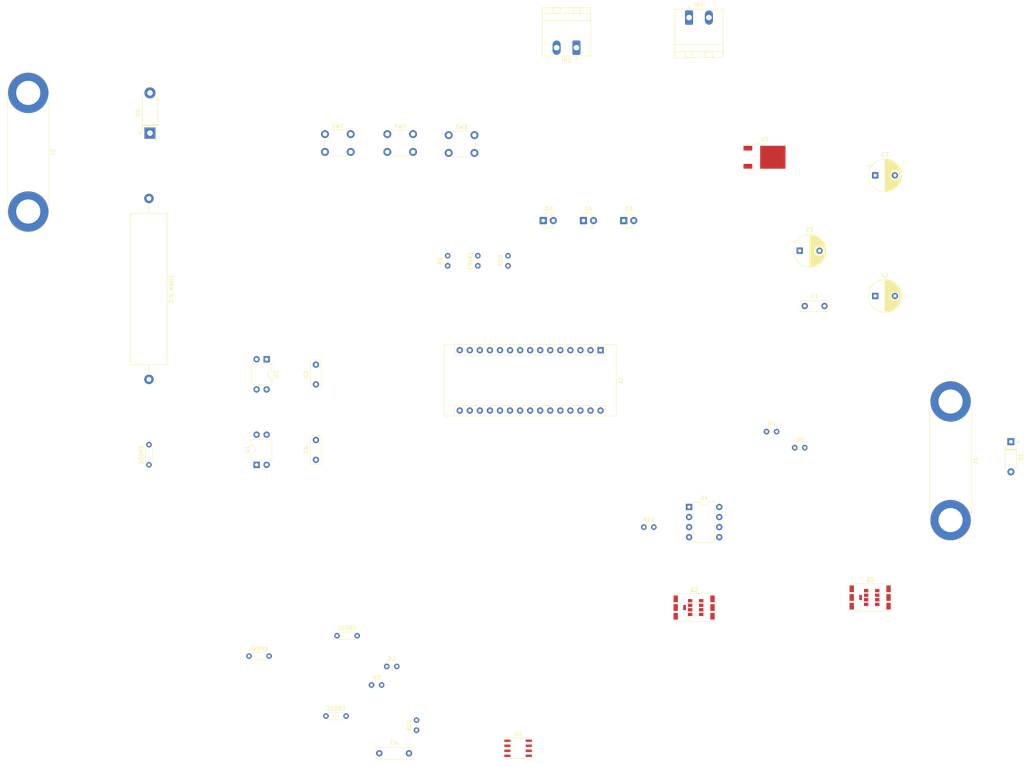
<source format=kicad_pcb>
(kicad_pcb (version 20171130) (host pcbnew "(5.0.2)-1")

  (general
    (thickness 1.6)
    (drawings 0)
    (tracks 0)
    (zones 0)
    (modules 41)
    (nets 51)
  )

  (page A4)
  (layers
    (0 F.Cu signal)
    (31 B.Cu signal)
    (32 B.Adhes user)
    (33 F.Adhes user)
    (34 B.Paste user)
    (35 F.Paste user)
    (36 B.SilkS user)
    (37 F.SilkS user)
    (38 B.Mask user)
    (39 F.Mask user)
    (40 Dwgs.User user)
    (41 Cmts.User user)
    (42 Eco1.User user)
    (43 Eco2.User user)
    (44 Edge.Cuts user)
    (45 Margin user)
    (46 B.CrtYd user)
    (47 F.CrtYd user)
    (48 B.Fab user)
    (49 F.Fab user)
  )

  (setup
    (last_trace_width 0.25)
    (trace_clearance 0.2)
    (zone_clearance 0.508)
    (zone_45_only no)
    (trace_min 0.2)
    (segment_width 0.2)
    (edge_width 0.15)
    (via_size 0.8)
    (via_drill 0.4)
    (via_min_size 0.4)
    (via_min_drill 0.3)
    (uvia_size 0.3)
    (uvia_drill 0.1)
    (uvias_allowed no)
    (uvia_min_size 0.2)
    (uvia_min_drill 0.1)
    (pcb_text_width 0.3)
    (pcb_text_size 1.5 1.5)
    (mod_edge_width 0.15)
    (mod_text_size 1 1)
    (mod_text_width 0.15)
    (pad_size 1.524 1.524)
    (pad_drill 0.762)
    (pad_to_mask_clearance 0.051)
    (solder_mask_min_width 0.25)
    (aux_axis_origin 0 0)
    (visible_elements FFFFF77F)
    (pcbplotparams
      (layerselection 0x010fc_ffffffff)
      (usegerberextensions false)
      (usegerberattributes false)
      (usegerberadvancedattributes false)
      (creategerberjobfile false)
      (excludeedgelayer true)
      (linewidth 0.100000)
      (plotframeref false)
      (viasonmask false)
      (mode 1)
      (useauxorigin false)
      (hpglpennumber 1)
      (hpglpenspeed 20)
      (hpglpendiameter 15.000000)
      (psnegative false)
      (psa4output false)
      (plotreference true)
      (plotvalue true)
      (plotinvisibletext false)
      (padsonsilk false)
      (subtractmaskfromsilk false)
      (outputformat 1)
      (mirror false)
      (drillshape 1)
      (scaleselection 1)
      (outputdirectory ""))
  )

  (net 0 "")
  (net 1 "Net-(10kR1-Pad1)")
  (net 2 "Net-(10kR1-Pad2)")
  (net 3 "Net-(2.5_Watt1-Pad1)")
  (net 4 "Net-(2.5_Watt1-Pad2)")
  (net 5 "Net-(220R1-Pad1)")
  (net 6 "Net-(220R1-Pad2)")
  (net 7 "Net-(220R2-Pad1)")
  (net 8 "Net-(220R2-Pad2)")
  (net 9 "Net-(220R3-Pad2)")
  (net 10 "Net-(220R3-Pad1)")
  (net 11 "Net-(500R1-Pad2)")
  (net 12 "Net-(A1-Pad1)")
  (net 13 "Net-(A1-Pad17)")
  (net 14 "Net-(A1-Pad2)")
  (net 15 "Net-(A1-Pad18)")
  (net 16 "Net-(A1-Pad3)")
  (net 17 "Net-(A1-Pad19)")
  (net 18 GNDREF)
  (net 19 "Net-(A1-Pad20)")
  (net 20 "Net-(A1-Pad5)")
  (net 21 "Net-(A1-Pad21)")
  (net 22 "Net-(A1-Pad6)")
  (net 23 "Net-(A1-Pad22)")
  (net 24 "Net-(A1-Pad7)")
  (net 25 "Net-(A1-Pad23)")
  (net 26 "Net-(A1-Pad8)")
  (net 27 "Net-(A1-Pad24)")
  (net 28 "Net-(A1-Pad9)")
  (net 29 "Net-(A1-Pad25)")
  (net 30 "Net-(A1-Pad26)")
  (net 31 +5V)
  (net 32 "Net-(A1-Pad28)")
  (net 33 "Net-(A1-Pad13)")
  (net 34 "Net-(A1-Pad14)")
  (net 35 "Net-(A1-Pad30)")
  (net 36 "Net-(A1-Pad15)")
  (net 37 "Net-(A1-Pad16)")
  (net 38 "Net-(C2-Pad2)")
  (net 39 15V)
  (net 40 +15V)
  (net 41 "Net-(D1-Pad1)")
  (net 42 "Net-(D5-Pad1)")
  (net 43 "Net-(Q1-Pad1)")
  (net 44 "Net-(Q1-Pad2)")
  (net 45 "Net-(R11-Pad2)")
  (net 46 "Net-(R12-Pad2)")
  (net 47 "Net-(U3-Pad6)")
  (net 48 "Net-(U1-Pad2)")
  (net 49 "Net-(U4-Pad1)")
  (net 50 "Net-(U4-Pad4)")

  (net_class Default "This is the default net class."
    (clearance 0.2)
    (trace_width 0.25)
    (via_dia 0.8)
    (via_drill 0.4)
    (uvia_dia 0.3)
    (uvia_drill 0.1)
    (add_net +15V)
    (add_net +5V)
    (add_net 15V)
    (add_net GNDREF)
    (add_net "Net-(10kR1-Pad1)")
    (add_net "Net-(10kR1-Pad2)")
    (add_net "Net-(2.5_Watt1-Pad1)")
    (add_net "Net-(2.5_Watt1-Pad2)")
    (add_net "Net-(220R1-Pad1)")
    (add_net "Net-(220R1-Pad2)")
    (add_net "Net-(220R2-Pad1)")
    (add_net "Net-(220R2-Pad2)")
    (add_net "Net-(220R3-Pad1)")
    (add_net "Net-(220R3-Pad2)")
    (add_net "Net-(500R1-Pad2)")
    (add_net "Net-(A1-Pad1)")
    (add_net "Net-(A1-Pad13)")
    (add_net "Net-(A1-Pad14)")
    (add_net "Net-(A1-Pad15)")
    (add_net "Net-(A1-Pad16)")
    (add_net "Net-(A1-Pad17)")
    (add_net "Net-(A1-Pad18)")
    (add_net "Net-(A1-Pad19)")
    (add_net "Net-(A1-Pad2)")
    (add_net "Net-(A1-Pad20)")
    (add_net "Net-(A1-Pad21)")
    (add_net "Net-(A1-Pad22)")
    (add_net "Net-(A1-Pad23)")
    (add_net "Net-(A1-Pad24)")
    (add_net "Net-(A1-Pad25)")
    (add_net "Net-(A1-Pad26)")
    (add_net "Net-(A1-Pad28)")
    (add_net "Net-(A1-Pad3)")
    (add_net "Net-(A1-Pad30)")
    (add_net "Net-(A1-Pad5)")
    (add_net "Net-(A1-Pad6)")
    (add_net "Net-(A1-Pad7)")
    (add_net "Net-(A1-Pad8)")
    (add_net "Net-(A1-Pad9)")
    (add_net "Net-(C2-Pad2)")
    (add_net "Net-(D1-Pad1)")
    (add_net "Net-(D5-Pad1)")
    (add_net "Net-(Q1-Pad1)")
    (add_net "Net-(Q1-Pad2)")
    (add_net "Net-(R11-Pad2)")
    (add_net "Net-(R12-Pad2)")
    (add_net "Net-(U1-Pad2)")
    (add_net "Net-(U3-Pad6)")
    (add_net "Net-(U4-Pad1)")
    (add_net "Net-(U4-Pad4)")
  )

  (module Button_Switch_THT:SW_PUSH_6mm_H9.5mm (layer F.Cu) (tedit 5D286CDF) (tstamp 5D28BD64)
    (at 128.524 44.45)
    (descr "tactile push button, 6x6mm e.g. PHAP33xx series, height=9.5mm")
    (tags "tact sw push 6mm")
    (path /5CAF5401)
    (fp_text reference SW3 (at 3.25 -2) (layer F.SilkS)
      (effects (font (size 1 1) (thickness 0.15)))
    )
    (fp_text value SW_DPST_x2 (at 3.75 6.7) (layer F.Fab)
      (effects (font (size 1 1) (thickness 0.15)))
    )
    (fp_circle (center 3.25 2.25) (end 1.25 2.5) (layer F.Fab) (width 0.1))
    (fp_line (start 6.75 3) (end 6.75 1.5) (layer F.SilkS) (width 0.12))
    (fp_line (start 5.5 -1) (end 1 -1) (layer F.SilkS) (width 0.12))
    (fp_line (start -0.25 1.5) (end -0.25 3) (layer F.SilkS) (width 0.12))
    (fp_line (start 1 5.5) (end 5.5 5.5) (layer F.SilkS) (width 0.12))
    (fp_line (start 8 -1.25) (end 8 5.75) (layer F.CrtYd) (width 0.05))
    (fp_line (start 7.75 6) (end -1.25 6) (layer F.CrtYd) (width 0.05))
    (fp_line (start -1.5 5.75) (end -1.5 -1.25) (layer F.CrtYd) (width 0.05))
    (fp_line (start -1.25 -1.5) (end 7.75 -1.5) (layer F.CrtYd) (width 0.05))
    (fp_line (start -1.5 6) (end -1.25 6) (layer F.CrtYd) (width 0.05))
    (fp_line (start -1.5 5.75) (end -1.5 6) (layer F.CrtYd) (width 0.05))
    (fp_line (start -1.5 -1.5) (end -1.25 -1.5) (layer F.CrtYd) (width 0.05))
    (fp_line (start -1.5 -1.25) (end -1.5 -1.5) (layer F.CrtYd) (width 0.05))
    (fp_line (start 8 -1.5) (end 8 -1.25) (layer F.CrtYd) (width 0.05))
    (fp_line (start 7.75 -1.5) (end 8 -1.5) (layer F.CrtYd) (width 0.05))
    (fp_line (start 8 6) (end 8 5.75) (layer F.CrtYd) (width 0.05))
    (fp_line (start 7.75 6) (end 8 6) (layer F.CrtYd) (width 0.05))
    (fp_line (start 0.25 -0.75) (end 3.25 -0.75) (layer F.Fab) (width 0.1))
    (fp_line (start 0.25 5.25) (end 0.25 -0.75) (layer F.Fab) (width 0.1))
    (fp_line (start 6.25 5.25) (end 0.25 5.25) (layer F.Fab) (width 0.1))
    (fp_line (start 6.25 -0.75) (end 6.25 5.25) (layer F.Fab) (width 0.1))
    (fp_line (start 3.25 -0.75) (end 6.25 -0.75) (layer F.Fab) (width 0.1))
    (fp_text user %R (at 3.25 2.25) (layer F.Fab)
      (effects (font (size 1 1) (thickness 0.15)))
    )
    (pad 1 thru_hole circle (at 6.5 0 90) (size 2 2) (drill 1.1) (layers *.Cu *.Mask))
    (pad 2 thru_hole circle (at 6.5 4.5 90) (size 2 2) (drill 1.1) (layers *.Cu *.Mask))
    (pad 1 thru_hole circle (at 0 0 90) (size 2 2) (drill 1.1) (layers *.Cu *.Mask))
    (pad 2 thru_hole circle (at 0 4.5 90) (size 2 2) (drill 1.1) (layers *.Cu *.Mask))
    (model ${KISYS3DMOD}/Button_Switch_THT.3dshapes/SW_PUSH_6mm_H9.5mm.wrl
      (at (xyz 0 0 0))
      (scale (xyz 1 1 1))
      (rotate (xyz 0 0 0))
    )
  )

  (module Resistor_THT:R_Axial_DIN0204_L3.6mm_D1.6mm_P2.54mm_Vertical (layer F.Cu) (tedit 5AE5139B) (tstamp 5D28909F)
    (at 135.89 77.47 90)
    (descr "Resistor, Axial_DIN0204 series, Axial, Vertical, pin pitch=2.54mm, 0.167W, length*diameter=3.6*1.6mm^2, http://cdn-reichelt.de/documents/datenblatt/B400/1_4W%23YAG.pdf")
    (tags "Resistor Axial_DIN0204 series Axial Vertical pin pitch 2.54mm 0.167W length 3.6mm diameter 1.6mm")
    (path /5CAE3246)
    (fp_text reference 10kR1 (at 1.27 -1.92 90) (layer F.SilkS)
      (effects (font (size 1 1) (thickness 0.15)))
    )
    (fp_text value R_US (at 1.27 1.92 90) (layer F.Fab)
      (effects (font (size 1 1) (thickness 0.15)))
    )
    (fp_circle (center 0 0) (end 0.8 0) (layer F.Fab) (width 0.1))
    (fp_circle (center 0 0) (end 0.92 0) (layer F.SilkS) (width 0.12))
    (fp_line (start 0 0) (end 2.54 0) (layer F.Fab) (width 0.1))
    (fp_line (start 0.92 0) (end 1.54 0) (layer F.SilkS) (width 0.12))
    (fp_line (start -1.05 -1.05) (end -1.05 1.05) (layer F.CrtYd) (width 0.05))
    (fp_line (start -1.05 1.05) (end 3.49 1.05) (layer F.CrtYd) (width 0.05))
    (fp_line (start 3.49 1.05) (end 3.49 -1.05) (layer F.CrtYd) (width 0.05))
    (fp_line (start 3.49 -1.05) (end -1.05 -1.05) (layer F.CrtYd) (width 0.05))
    (fp_text user %R (at 1.27 -1.92 90) (layer F.Fab)
      (effects (font (size 1 1) (thickness 0.15)))
    )
    (pad 1 thru_hole circle (at 0 0 90) (size 1.4 1.4) (drill 0.7) (layers *.Cu *.Mask)
      (net 1 "Net-(10kR1-Pad1)"))
    (pad 2 thru_hole oval (at 2.54 0 90) (size 1.4 1.4) (drill 0.7) (layers *.Cu *.Mask)
      (net 2 "Net-(10kR1-Pad2)"))
    (model ${KISYS3DMOD}/Resistor_THT.3dshapes/R_Axial_DIN0204_L3.6mm_D1.6mm_P2.54mm_Vertical.wrl
      (at (xyz 0 0 0))
      (scale (xyz 1 1 1))
      (rotate (xyz 0 0 0))
    )
  )

  (module Resistor_THT:R_Axial_Power_L38.0mm_W9.0mm_P45.72mm (layer F.Cu) (tedit 5AE5139B) (tstamp 5D289470)
    (at 52.832 60.452 270)
    (descr "Resistor, Axial_Power series, Box, pin pitch=45.72mm, 9W, length*width*height=38*9*9mm^3, http://cdn-reichelt.de/documents/datenblatt/B400/5WAXIAL_9WAXIAL_11WAXIAL_17WAXIAL%23YAG.pdf")
    (tags "Resistor Axial_Power series Box pin pitch 45.72mm 9W length 38mm width 9mm height 9mm")
    (path /5CADC86F)
    (fp_text reference 2.5_Watt1 (at 22.86 -5.62 270) (layer F.SilkS)
      (effects (font (size 1 1) (thickness 0.15)))
    )
    (fp_text value 22kR (at 22.86 5.62 270) (layer F.Fab)
      (effects (font (size 1 1) (thickness 0.15)))
    )
    (fp_line (start 3.86 -4.5) (end 3.86 4.5) (layer F.Fab) (width 0.1))
    (fp_line (start 3.86 4.5) (end 41.86 4.5) (layer F.Fab) (width 0.1))
    (fp_line (start 41.86 4.5) (end 41.86 -4.5) (layer F.Fab) (width 0.1))
    (fp_line (start 41.86 -4.5) (end 3.86 -4.5) (layer F.Fab) (width 0.1))
    (fp_line (start 0 0) (end 3.86 0) (layer F.Fab) (width 0.1))
    (fp_line (start 45.72 0) (end 41.86 0) (layer F.Fab) (width 0.1))
    (fp_line (start 3.74 -4.62) (end 3.74 4.62) (layer F.SilkS) (width 0.12))
    (fp_line (start 3.74 4.62) (end 41.98 4.62) (layer F.SilkS) (width 0.12))
    (fp_line (start 41.98 4.62) (end 41.98 -4.62) (layer F.SilkS) (width 0.12))
    (fp_line (start 41.98 -4.62) (end 3.74 -4.62) (layer F.SilkS) (width 0.12))
    (fp_line (start 1.44 0) (end 3.74 0) (layer F.SilkS) (width 0.12))
    (fp_line (start 44.28 0) (end 41.98 0) (layer F.SilkS) (width 0.12))
    (fp_line (start -1.45 -4.75) (end -1.45 4.75) (layer F.CrtYd) (width 0.05))
    (fp_line (start -1.45 4.75) (end 47.17 4.75) (layer F.CrtYd) (width 0.05))
    (fp_line (start 47.17 4.75) (end 47.17 -4.75) (layer F.CrtYd) (width 0.05))
    (fp_line (start 47.17 -4.75) (end -1.45 -4.75) (layer F.CrtYd) (width 0.05))
    (fp_text user %R (at 22.86 0 270) (layer F.Fab)
      (effects (font (size 1 1) (thickness 0.15)))
    )
    (pad 1 thru_hole circle (at 0 0 270) (size 2.4 2.4) (drill 1.2) (layers *.Cu *.Mask)
      (net 3 "Net-(2.5_Watt1-Pad1)"))
    (pad 2 thru_hole oval (at 45.72 0 270) (size 2.4 2.4) (drill 1.2) (layers *.Cu *.Mask)
      (net 4 "Net-(2.5_Watt1-Pad2)"))
    (model ${KISYS3DMOD}/Resistor_THT.3dshapes/R_Axial_Power_L38.0mm_W9.0mm_P45.72mm.wrl
      (at (xyz 0 0 0))
      (scale (xyz 1 1 1))
      (rotate (xyz 0 0 0))
    )
  )

  (module Resistor_THT:R_Axial_DIN0204_L3.6mm_D1.6mm_P5.08mm_Horizontal (layer F.Cu) (tedit 5AE5139B) (tstamp 5D289400)
    (at 78.093001 176.101001)
    (descr "Resistor, Axial_DIN0204 series, Axial, Horizontal, pin pitch=5.08mm, 0.167W, length*diameter=3.6*1.6mm^2, http://cdn-reichelt.de/documents/datenblatt/B400/1_4W%23YAG.pdf")
    (tags "Resistor Axial_DIN0204 series Axial Horizontal pin pitch 5.08mm 0.167W length 3.6mm diameter 1.6mm")
    (path /5CECBD51)
    (fp_text reference 220R1 (at 2.54 -1.92) (layer F.SilkS)
      (effects (font (size 1 1) (thickness 0.15)))
    )
    (fp_text value R_US (at 2.54 1.92) (layer F.Fab)
      (effects (font (size 1 1) (thickness 0.15)))
    )
    (fp_line (start 0.74 -0.8) (end 0.74 0.8) (layer F.Fab) (width 0.1))
    (fp_line (start 0.74 0.8) (end 4.34 0.8) (layer F.Fab) (width 0.1))
    (fp_line (start 4.34 0.8) (end 4.34 -0.8) (layer F.Fab) (width 0.1))
    (fp_line (start 4.34 -0.8) (end 0.74 -0.8) (layer F.Fab) (width 0.1))
    (fp_line (start 0 0) (end 0.74 0) (layer F.Fab) (width 0.1))
    (fp_line (start 5.08 0) (end 4.34 0) (layer F.Fab) (width 0.1))
    (fp_line (start 0.62 -0.92) (end 4.46 -0.92) (layer F.SilkS) (width 0.12))
    (fp_line (start 0.62 0.92) (end 4.46 0.92) (layer F.SilkS) (width 0.12))
    (fp_line (start -0.95 -1.05) (end -0.95 1.05) (layer F.CrtYd) (width 0.05))
    (fp_line (start -0.95 1.05) (end 6.03 1.05) (layer F.CrtYd) (width 0.05))
    (fp_line (start 6.03 1.05) (end 6.03 -1.05) (layer F.CrtYd) (width 0.05))
    (fp_line (start 6.03 -1.05) (end -0.95 -1.05) (layer F.CrtYd) (width 0.05))
    (fp_text user %R (at 2.54 0) (layer F.Fab)
      (effects (font (size 0.72 0.72) (thickness 0.108)))
    )
    (pad 1 thru_hole circle (at 0 0) (size 1.4 1.4) (drill 0.7) (layers *.Cu *.Mask)
      (net 5 "Net-(220R1-Pad1)"))
    (pad 2 thru_hole oval (at 5.08 0) (size 1.4 1.4) (drill 0.7) (layers *.Cu *.Mask)
      (net 6 "Net-(220R1-Pad2)"))
    (model ${KISYS3DMOD}/Resistor_THT.3dshapes/R_Axial_DIN0204_L3.6mm_D1.6mm_P5.08mm_Horizontal.wrl
      (at (xyz 0 0 0))
      (scale (xyz 1 1 1))
      (rotate (xyz 0 0 0))
    )
  )

  (module Resistor_THT:R_Axial_DIN0204_L3.6mm_D1.6mm_P5.08mm_Horizontal (layer F.Cu) (tedit 5AE5139B) (tstamp 5D28919C)
    (at 100.33 170.942)
    (descr "Resistor, Axial_DIN0204 series, Axial, Horizontal, pin pitch=5.08mm, 0.167W, length*diameter=3.6*1.6mm^2, http://cdn-reichelt.de/documents/datenblatt/B400/1_4W%23YAG.pdf")
    (tags "Resistor Axial_DIN0204 series Axial Horizontal pin pitch 5.08mm 0.167W length 3.6mm diameter 1.6mm")
    (path /5CECDEDD)
    (fp_text reference 220R2 (at 2.54 -1.92) (layer F.SilkS)
      (effects (font (size 1 1) (thickness 0.15)))
    )
    (fp_text value R_US (at 2.424999 1.92) (layer F.Fab)
      (effects (font (size 1 1) (thickness 0.15)))
    )
    (fp_line (start 0.74 -0.8) (end 0.74 0.8) (layer F.Fab) (width 0.1))
    (fp_line (start 0.74 0.8) (end 4.34 0.8) (layer F.Fab) (width 0.1))
    (fp_line (start 4.34 0.8) (end 4.34 -0.8) (layer F.Fab) (width 0.1))
    (fp_line (start 4.34 -0.8) (end 0.74 -0.8) (layer F.Fab) (width 0.1))
    (fp_line (start 0 0) (end 0.74 0) (layer F.Fab) (width 0.1))
    (fp_line (start 5.08 0) (end 4.34 0) (layer F.Fab) (width 0.1))
    (fp_line (start 0.62 -0.92) (end 4.46 -0.92) (layer F.SilkS) (width 0.12))
    (fp_line (start 0.62 0.92) (end 4.46 0.92) (layer F.SilkS) (width 0.12))
    (fp_line (start -0.95 -1.05) (end -0.95 1.05) (layer F.CrtYd) (width 0.05))
    (fp_line (start -0.95 1.05) (end 6.03 1.05) (layer F.CrtYd) (width 0.05))
    (fp_line (start 6.03 1.05) (end 6.03 -1.05) (layer F.CrtYd) (width 0.05))
    (fp_line (start 6.03 -1.05) (end -0.95 -1.05) (layer F.CrtYd) (width 0.05))
    (fp_text user %R (at 2.54 0) (layer F.Fab)
      (effects (font (size 0.72 0.72) (thickness 0.108)))
    )
    (pad 1 thru_hole circle (at 0 0) (size 1.4 1.4) (drill 0.7) (layers *.Cu *.Mask)
      (net 7 "Net-(220R2-Pad1)"))
    (pad 2 thru_hole oval (at 5.08 0) (size 1.4 1.4) (drill 0.7) (layers *.Cu *.Mask)
      (net 8 "Net-(220R2-Pad2)"))
    (model ${KISYS3DMOD}/Resistor_THT.3dshapes/R_Axial_DIN0204_L3.6mm_D1.6mm_P5.08mm_Horizontal.wrl
      (at (xyz 0 0 0))
      (scale (xyz 1 1 1))
      (rotate (xyz 0 0 0))
    )
  )

  (module Resistor_THT:R_Axial_DIN0204_L3.6mm_D1.6mm_P5.08mm_Horizontal (layer F.Cu) (tedit 5AE5139B) (tstamp 5D2893CA)
    (at 97.536 191.262)
    (descr "Resistor, Axial_DIN0204 series, Axial, Horizontal, pin pitch=5.08mm, 0.167W, length*diameter=3.6*1.6mm^2, http://cdn-reichelt.de/documents/datenblatt/B400/1_4W%23YAG.pdf")
    (tags "Resistor Axial_DIN0204 series Axial Horizontal pin pitch 5.08mm 0.167W length 3.6mm diameter 1.6mm")
    (path /5CECE237)
    (fp_text reference 220R3 (at 2.54 -1.92) (layer F.SilkS)
      (effects (font (size 1 1) (thickness 0.15)))
    )
    (fp_text value R_US (at 2.54 1.92) (layer F.Fab)
      (effects (font (size 1 1) (thickness 0.15)))
    )
    (fp_text user %R (at 2.54 0) (layer F.Fab)
      (effects (font (size 0.72 0.72) (thickness 0.108)))
    )
    (fp_line (start 6.03 -1.05) (end -0.95 -1.05) (layer F.CrtYd) (width 0.05))
    (fp_line (start 6.03 1.05) (end 6.03 -1.05) (layer F.CrtYd) (width 0.05))
    (fp_line (start -0.95 1.05) (end 6.03 1.05) (layer F.CrtYd) (width 0.05))
    (fp_line (start -0.95 -1.05) (end -0.95 1.05) (layer F.CrtYd) (width 0.05))
    (fp_line (start 0.62 0.92) (end 4.46 0.92) (layer F.SilkS) (width 0.12))
    (fp_line (start 0.62 -0.92) (end 4.46 -0.92) (layer F.SilkS) (width 0.12))
    (fp_line (start 5.08 0) (end 4.34 0) (layer F.Fab) (width 0.1))
    (fp_line (start 0 0) (end 0.74 0) (layer F.Fab) (width 0.1))
    (fp_line (start 4.34 -0.8) (end 0.74 -0.8) (layer F.Fab) (width 0.1))
    (fp_line (start 4.34 0.8) (end 4.34 -0.8) (layer F.Fab) (width 0.1))
    (fp_line (start 0.74 0.8) (end 4.34 0.8) (layer F.Fab) (width 0.1))
    (fp_line (start 0.74 -0.8) (end 0.74 0.8) (layer F.Fab) (width 0.1))
    (pad 2 thru_hole oval (at 5.08 0) (size 1.4 1.4) (drill 0.7) (layers *.Cu *.Mask)
      (net 9 "Net-(220R3-Pad2)"))
    (pad 1 thru_hole circle (at 0 0) (size 1.4 1.4) (drill 0.7) (layers *.Cu *.Mask)
      (net 10 "Net-(220R3-Pad1)"))
    (model ${KISYS3DMOD}/Resistor_THT.3dshapes/R_Axial_DIN0204_L3.6mm_D1.6mm_P5.08mm_Horizontal.wrl
      (at (xyz 0 0 0))
      (scale (xyz 1 1 1))
      (rotate (xyz 0 0 0))
    )
  )

  (module Resistor_THT:R_Axial_DIN0204_L3.6mm_D1.6mm_P5.08mm_Horizontal (layer F.Cu) (tedit 5AE5139B) (tstamp 5D289760)
    (at 52.832 127.762 90)
    (descr "Resistor, Axial_DIN0204 series, Axial, Horizontal, pin pitch=5.08mm, 0.167W, length*diameter=3.6*1.6mm^2, http://cdn-reichelt.de/documents/datenblatt/B400/1_4W%23YAG.pdf")
    (tags "Resistor Axial_DIN0204 series Axial Horizontal pin pitch 5.08mm 0.167W length 3.6mm diameter 1.6mm")
    (path /5CADD623)
    (fp_text reference 500R1 (at 2.54 -1.92 90) (layer F.SilkS)
      (effects (font (size 1 1) (thickness 0.15)))
    )
    (fp_text value "fine adj res" (at 2.54 1.92 90) (layer F.Fab)
      (effects (font (size 1 1) (thickness 0.15)))
    )
    (fp_text user %R (at 2.54 0 90) (layer F.Fab)
      (effects (font (size 0.72 0.72) (thickness 0.108)))
    )
    (fp_line (start 6.03 -1.05) (end -0.95 -1.05) (layer F.CrtYd) (width 0.05))
    (fp_line (start 6.03 1.05) (end 6.03 -1.05) (layer F.CrtYd) (width 0.05))
    (fp_line (start -0.95 1.05) (end 6.03 1.05) (layer F.CrtYd) (width 0.05))
    (fp_line (start -0.95 -1.05) (end -0.95 1.05) (layer F.CrtYd) (width 0.05))
    (fp_line (start 0.62 0.92) (end 4.46 0.92) (layer F.SilkS) (width 0.12))
    (fp_line (start 0.62 -0.92) (end 4.46 -0.92) (layer F.SilkS) (width 0.12))
    (fp_line (start 5.08 0) (end 4.34 0) (layer F.Fab) (width 0.1))
    (fp_line (start 0 0) (end 0.74 0) (layer F.Fab) (width 0.1))
    (fp_line (start 4.34 -0.8) (end 0.74 -0.8) (layer F.Fab) (width 0.1))
    (fp_line (start 4.34 0.8) (end 4.34 -0.8) (layer F.Fab) (width 0.1))
    (fp_line (start 0.74 0.8) (end 4.34 0.8) (layer F.Fab) (width 0.1))
    (fp_line (start 0.74 -0.8) (end 0.74 0.8) (layer F.Fab) (width 0.1))
    (pad 2 thru_hole oval (at 5.08 0 90) (size 1.4 1.4) (drill 0.7) (layers *.Cu *.Mask)
      (net 11 "Net-(500R1-Pad2)"))
    (pad 1 thru_hole circle (at 0 0 90) (size 1.4 1.4) (drill 0.7) (layers *.Cu *.Mask)
      (net 4 "Net-(2.5_Watt1-Pad2)"))
    (model ${KISYS3DMOD}/Resistor_THT.3dshapes/R_Axial_DIN0204_L3.6mm_D1.6mm_P5.08mm_Horizontal.wrl
      (at (xyz 0 0 0))
      (scale (xyz 1 1 1))
      (rotate (xyz 0 0 0))
    )
  )

  (module Module:Arduino_Nano (layer F.Cu) (tedit 58ACAF70) (tstamp 5D289823)
    (at 166.878 98.806 270)
    (descr "Arduino Nano, http://www.mouser.com/pdfdocs/Gravitech_Arduino_Nano3_0.pdf")
    (tags "Arduino Nano")
    (path /5CAE0416)
    (fp_text reference A1 (at 7.62 -5.08 270) (layer F.SilkS)
      (effects (font (size 1 1) (thickness 0.15)))
    )
    (fp_text value Arduino_Nano (at 8.89 19.05) (layer F.Fab)
      (effects (font (size 1 1) (thickness 0.15)))
    )
    (fp_text user %R (at 6.35 19.05) (layer F.Fab)
      (effects (font (size 1 1) (thickness 0.15)))
    )
    (fp_line (start 1.27 1.27) (end 1.27 -1.27) (layer F.SilkS) (width 0.12))
    (fp_line (start 1.27 -1.27) (end -1.4 -1.27) (layer F.SilkS) (width 0.12))
    (fp_line (start -1.4 1.27) (end -1.4 39.5) (layer F.SilkS) (width 0.12))
    (fp_line (start -1.4 -3.94) (end -1.4 -1.27) (layer F.SilkS) (width 0.12))
    (fp_line (start 13.97 -1.27) (end 16.64 -1.27) (layer F.SilkS) (width 0.12))
    (fp_line (start 13.97 -1.27) (end 13.97 36.83) (layer F.SilkS) (width 0.12))
    (fp_line (start 13.97 36.83) (end 16.64 36.83) (layer F.SilkS) (width 0.12))
    (fp_line (start 1.27 1.27) (end -1.4 1.27) (layer F.SilkS) (width 0.12))
    (fp_line (start 1.27 1.27) (end 1.27 36.83) (layer F.SilkS) (width 0.12))
    (fp_line (start 1.27 36.83) (end -1.4 36.83) (layer F.SilkS) (width 0.12))
    (fp_line (start 3.81 31.75) (end 11.43 31.75) (layer F.Fab) (width 0.1))
    (fp_line (start 11.43 31.75) (end 11.43 41.91) (layer F.Fab) (width 0.1))
    (fp_line (start 11.43 41.91) (end 3.81 41.91) (layer F.Fab) (width 0.1))
    (fp_line (start 3.81 41.91) (end 3.81 31.75) (layer F.Fab) (width 0.1))
    (fp_line (start -1.4 39.5) (end 16.64 39.5) (layer F.SilkS) (width 0.12))
    (fp_line (start 16.64 39.5) (end 16.64 -3.94) (layer F.SilkS) (width 0.12))
    (fp_line (start 16.64 -3.94) (end -1.4 -3.94) (layer F.SilkS) (width 0.12))
    (fp_line (start 16.51 39.37) (end -1.27 39.37) (layer F.Fab) (width 0.1))
    (fp_line (start -1.27 39.37) (end -1.27 -2.54) (layer F.Fab) (width 0.1))
    (fp_line (start -1.27 -2.54) (end 0 -3.81) (layer F.Fab) (width 0.1))
    (fp_line (start 0 -3.81) (end 16.51 -3.81) (layer F.Fab) (width 0.1))
    (fp_line (start 16.51 -3.81) (end 16.51 39.37) (layer F.Fab) (width 0.1))
    (fp_line (start -1.53 -4.06) (end 16.75 -4.06) (layer F.CrtYd) (width 0.05))
    (fp_line (start -1.53 -4.06) (end -1.53 42.16) (layer F.CrtYd) (width 0.05))
    (fp_line (start 16.75 42.16) (end 16.75 -4.06) (layer F.CrtYd) (width 0.05))
    (fp_line (start 16.75 42.16) (end -1.53 42.16) (layer F.CrtYd) (width 0.05))
    (pad 1 thru_hole rect (at 0 0 270) (size 1.6 1.6) (drill 0.8) (layers *.Cu *.Mask)
      (net 12 "Net-(A1-Pad1)"))
    (pad 17 thru_hole oval (at 15.24 33.02 270) (size 1.6 1.6) (drill 0.8) (layers *.Cu *.Mask)
      (net 13 "Net-(A1-Pad17)"))
    (pad 2 thru_hole oval (at 0 2.54 270) (size 1.6 1.6) (drill 0.8) (layers *.Cu *.Mask)
      (net 14 "Net-(A1-Pad2)"))
    (pad 18 thru_hole oval (at 15.24 30.48 270) (size 1.6 1.6) (drill 0.8) (layers *.Cu *.Mask)
      (net 15 "Net-(A1-Pad18)"))
    (pad 3 thru_hole oval (at 0 5.08 270) (size 1.6 1.6) (drill 0.8) (layers *.Cu *.Mask)
      (net 16 "Net-(A1-Pad3)"))
    (pad 19 thru_hole oval (at 15.24 27.94 270) (size 1.6 1.6) (drill 0.8) (layers *.Cu *.Mask)
      (net 17 "Net-(A1-Pad19)"))
    (pad 4 thru_hole oval (at 0 7.62 270) (size 1.6 1.6) (drill 0.8) (layers *.Cu *.Mask)
      (net 18 GNDREF))
    (pad 20 thru_hole oval (at 15.24 25.4 270) (size 1.6 1.6) (drill 0.8) (layers *.Cu *.Mask)
      (net 19 "Net-(A1-Pad20)"))
    (pad 5 thru_hole oval (at 0 10.16 270) (size 1.6 1.6) (drill 0.8) (layers *.Cu *.Mask)
      (net 20 "Net-(A1-Pad5)"))
    (pad 21 thru_hole oval (at 15.24 22.86 270) (size 1.6 1.6) (drill 0.8) (layers *.Cu *.Mask)
      (net 21 "Net-(A1-Pad21)"))
    (pad 6 thru_hole oval (at 0 12.7 270) (size 1.6 1.6) (drill 0.8) (layers *.Cu *.Mask)
      (net 22 "Net-(A1-Pad6)"))
    (pad 22 thru_hole oval (at 15.24 20.32 270) (size 1.6 1.6) (drill 0.8) (layers *.Cu *.Mask)
      (net 23 "Net-(A1-Pad22)"))
    (pad 7 thru_hole oval (at 0 15.24 270) (size 1.6 1.6) (drill 0.8) (layers *.Cu *.Mask)
      (net 24 "Net-(A1-Pad7)"))
    (pad 23 thru_hole oval (at 15.24 17.78 270) (size 1.6 1.6) (drill 0.8) (layers *.Cu *.Mask)
      (net 25 "Net-(A1-Pad23)"))
    (pad 8 thru_hole oval (at 0 17.78 270) (size 1.6 1.6) (drill 0.8) (layers *.Cu *.Mask)
      (net 26 "Net-(A1-Pad8)"))
    (pad 24 thru_hole oval (at 15.24 15.24 270) (size 1.6 1.6) (drill 0.8) (layers *.Cu *.Mask)
      (net 27 "Net-(A1-Pad24)"))
    (pad 9 thru_hole oval (at 0 20.32 270) (size 1.6 1.6) (drill 0.8) (layers *.Cu *.Mask)
      (net 28 "Net-(A1-Pad9)"))
    (pad 25 thru_hole oval (at 15.24 12.7 270) (size 1.6 1.6) (drill 0.8) (layers *.Cu *.Mask)
      (net 29 "Net-(A1-Pad25)"))
    (pad 10 thru_hole oval (at 0 22.86 270) (size 1.6 1.6) (drill 0.8) (layers *.Cu *.Mask)
      (net 9 "Net-(220R3-Pad2)"))
    (pad 26 thru_hole oval (at 15.24 10.16 270) (size 1.6 1.6) (drill 0.8) (layers *.Cu *.Mask)
      (net 30 "Net-(A1-Pad26)"))
    (pad 11 thru_hole oval (at 0 25.4 270) (size 1.6 1.6) (drill 0.8) (layers *.Cu *.Mask)
      (net 8 "Net-(220R2-Pad2)"))
    (pad 27 thru_hole oval (at 15.24 7.62 270) (size 1.6 1.6) (drill 0.8) (layers *.Cu *.Mask)
      (net 31 +5V))
    (pad 12 thru_hole oval (at 0 27.94 270) (size 1.6 1.6) (drill 0.8) (layers *.Cu *.Mask)
      (net 6 "Net-(220R1-Pad2)"))
    (pad 28 thru_hole oval (at 15.24 5.08 270) (size 1.6 1.6) (drill 0.8) (layers *.Cu *.Mask)
      (net 32 "Net-(A1-Pad28)"))
    (pad 13 thru_hole oval (at 0 30.48 270) (size 1.6 1.6) (drill 0.8) (layers *.Cu *.Mask)
      (net 33 "Net-(A1-Pad13)"))
    (pad 29 thru_hole oval (at 15.24 2.54 270) (size 1.6 1.6) (drill 0.8) (layers *.Cu *.Mask)
      (net 18 GNDREF))
    (pad 14 thru_hole oval (at 0 33.02 270) (size 1.6 1.6) (drill 0.8) (layers *.Cu *.Mask)
      (net 34 "Net-(A1-Pad14)"))
    (pad 30 thru_hole oval (at 15.24 0 270) (size 1.6 1.6) (drill 0.8) (layers *.Cu *.Mask)
      (net 35 "Net-(A1-Pad30)"))
    (pad 15 thru_hole oval (at 0 35.56 270) (size 1.6 1.6) (drill 0.8) (layers *.Cu *.Mask)
      (net 36 "Net-(A1-Pad15)"))
    (pad 16 thru_hole oval (at 15.24 35.56 270) (size 1.6 1.6) (drill 0.8) (layers *.Cu *.Mask)
      (net 37 "Net-(A1-Pad16)"))
    (model ${KISYS3DMOD}/Module.3dshapes/Arduino_Nano_WithMountingHoles.wrl
      (at (xyz 0 0 0))
      (scale (xyz 1 1 1))
      (rotate (xyz 0 0 0))
    )
  )

  (module Capacitor_THT:C_Rect_L7.0mm_W2.5mm_P5.00mm (layer F.Cu) (tedit 5AE50EF0) (tstamp 5D289436)
    (at 218.44 87.63)
    (descr "C, Rect series, Radial, pin pitch=5.00mm, , length*width=7*2.5mm^2, Capacitor")
    (tags "C Rect series Radial pin pitch 5.00mm  length 7mm width 2.5mm Capacitor")
    (path /5CADB8B9)
    (fp_text reference C1 (at 2.5 -2.5) (layer F.SilkS)
      (effects (font (size 1 1) (thickness 0.15)))
    )
    (fp_text value 100nF (at 2.5 2.5) (layer F.Fab)
      (effects (font (size 1 1) (thickness 0.15)))
    )
    (fp_line (start -1 -1.25) (end -1 1.25) (layer F.Fab) (width 0.1))
    (fp_line (start -1 1.25) (end 6 1.25) (layer F.Fab) (width 0.1))
    (fp_line (start 6 1.25) (end 6 -1.25) (layer F.Fab) (width 0.1))
    (fp_line (start 6 -1.25) (end -1 -1.25) (layer F.Fab) (width 0.1))
    (fp_line (start -1.12 -1.37) (end 6.12 -1.37) (layer F.SilkS) (width 0.12))
    (fp_line (start -1.12 1.37) (end 6.12 1.37) (layer F.SilkS) (width 0.12))
    (fp_line (start -1.12 -1.37) (end -1.12 1.37) (layer F.SilkS) (width 0.12))
    (fp_line (start 6.12 -1.37) (end 6.12 1.37) (layer F.SilkS) (width 0.12))
    (fp_line (start -1.25 -1.5) (end -1.25 1.5) (layer F.CrtYd) (width 0.05))
    (fp_line (start -1.25 1.5) (end 6.25 1.5) (layer F.CrtYd) (width 0.05))
    (fp_line (start 6.25 1.5) (end 6.25 -1.5) (layer F.CrtYd) (width 0.05))
    (fp_line (start 6.25 -1.5) (end -1.25 -1.5) (layer F.CrtYd) (width 0.05))
    (fp_text user %R (at 2.5 0) (layer F.Fab)
      (effects (font (size 1 1) (thickness 0.15)))
    )
    (pad 1 thru_hole circle (at 0 0) (size 1.6 1.6) (drill 0.8) (layers *.Cu *.Mask)
      (net 31 +5V))
    (pad 2 thru_hole circle (at 5 0) (size 1.6 1.6) (drill 0.8) (layers *.Cu *.Mask)
      (net 37 "Net-(A1-Pad16)"))
    (model ${KISYS3DMOD}/Capacitor_THT.3dshapes/C_Rect_L7.0mm_W2.5mm_P5.00mm.wrl
      (at (xyz 0 0 0))
      (scale (xyz 1 1 1))
      (rotate (xyz 0 0 0))
    )
  )

  (module Capacitor_THT:C_Rect_L7.0mm_W2.5mm_P5.00mm (layer F.Cu) (tedit 5AE50EF0) (tstamp 5D2894D8)
    (at 94.996 107.442 90)
    (descr "C, Rect series, Radial, pin pitch=5.00mm, , length*width=7*2.5mm^2, Capacitor")
    (tags "C Rect series Radial pin pitch 5.00mm  length 7mm width 2.5mm Capacitor")
    (path /5CB4BA24)
    (fp_text reference C2 (at 2.5 -2.5 90) (layer F.SilkS)
      (effects (font (size 1 1) (thickness 0.15)))
    )
    (fp_text value 100nF (at 2.5 2.5 90) (layer F.Fab)
      (effects (font (size 1 1) (thickness 0.15)))
    )
    (fp_text user %R (at 2.5 0 90) (layer F.Fab)
      (effects (font (size 1 1) (thickness 0.15)))
    )
    (fp_line (start 6.25 -1.5) (end -1.25 -1.5) (layer F.CrtYd) (width 0.05))
    (fp_line (start 6.25 1.5) (end 6.25 -1.5) (layer F.CrtYd) (width 0.05))
    (fp_line (start -1.25 1.5) (end 6.25 1.5) (layer F.CrtYd) (width 0.05))
    (fp_line (start -1.25 -1.5) (end -1.25 1.5) (layer F.CrtYd) (width 0.05))
    (fp_line (start 6.12 -1.37) (end 6.12 1.37) (layer F.SilkS) (width 0.12))
    (fp_line (start -1.12 -1.37) (end -1.12 1.37) (layer F.SilkS) (width 0.12))
    (fp_line (start -1.12 1.37) (end 6.12 1.37) (layer F.SilkS) (width 0.12))
    (fp_line (start -1.12 -1.37) (end 6.12 -1.37) (layer F.SilkS) (width 0.12))
    (fp_line (start 6 -1.25) (end -1 -1.25) (layer F.Fab) (width 0.1))
    (fp_line (start 6 1.25) (end 6 -1.25) (layer F.Fab) (width 0.1))
    (fp_line (start -1 1.25) (end 6 1.25) (layer F.Fab) (width 0.1))
    (fp_line (start -1 -1.25) (end -1 1.25) (layer F.Fab) (width 0.1))
    (pad 2 thru_hole circle (at 5 0 90) (size 1.6 1.6) (drill 0.8) (layers *.Cu *.Mask)
      (net 38 "Net-(C2-Pad2)"))
    (pad 1 thru_hole circle (at 0 0 90) (size 1.6 1.6) (drill 0.8) (layers *.Cu *.Mask)
      (net 39 15V))
    (model ${KISYS3DMOD}/Capacitor_THT.3dshapes/C_Rect_L7.0mm_W2.5mm_P5.00mm.wrl
      (at (xyz 0 0 0))
      (scale (xyz 1 1 1))
      (rotate (xyz 0 0 0))
    )
  )

  (module Capacitor_THT:C_Rect_L9.0mm_W2.7mm_P7.50mm_MKT (layer F.Cu) (tedit 5AE50EF0) (tstamp 5D289129)
    (at 110.998 200.66)
    (descr "C, Rect series, Radial, pin pitch=7.50mm, , length*width=9*2.7mm^2, Capacitor, https://en.tdk.eu/inf/20/20/db/fc_2009/MKT_B32560_564.pdf")
    (tags "C Rect series Radial pin pitch 7.50mm  length 9mm width 2.7mm Capacitor")
    (path /5CF62EA5)
    (fp_text reference C4 (at 3.75 -2.6) (layer F.SilkS)
      (effects (font (size 1 1) (thickness 0.15)))
    )
    (fp_text value 100uf (at 3.75 2.6) (layer F.Fab)
      (effects (font (size 1 1) (thickness 0.15)))
    )
    (fp_line (start -0.75 -1.35) (end -0.75 1.35) (layer F.Fab) (width 0.1))
    (fp_line (start -0.75 1.35) (end 8.25 1.35) (layer F.Fab) (width 0.1))
    (fp_line (start 8.25 1.35) (end 8.25 -1.35) (layer F.Fab) (width 0.1))
    (fp_line (start 8.25 -1.35) (end -0.75 -1.35) (layer F.Fab) (width 0.1))
    (fp_line (start -0.87 -1.471) (end 8.37 -1.471) (layer F.SilkS) (width 0.12))
    (fp_line (start -0.87 1.471) (end 8.37 1.471) (layer F.SilkS) (width 0.12))
    (fp_line (start -0.87 -1.471) (end -0.87 -0.665) (layer F.SilkS) (width 0.12))
    (fp_line (start -0.87 0.665) (end -0.87 1.471) (layer F.SilkS) (width 0.12))
    (fp_line (start 8.37 -1.471) (end 8.37 -0.665) (layer F.SilkS) (width 0.12))
    (fp_line (start 8.37 0.665) (end 8.37 1.471) (layer F.SilkS) (width 0.12))
    (fp_line (start -1.05 -1.6) (end -1.05 1.6) (layer F.CrtYd) (width 0.05))
    (fp_line (start -1.05 1.6) (end 8.55 1.6) (layer F.CrtYd) (width 0.05))
    (fp_line (start 8.55 1.6) (end 8.55 -1.6) (layer F.CrtYd) (width 0.05))
    (fp_line (start 8.55 -1.6) (end -1.05 -1.6) (layer F.CrtYd) (width 0.05))
    (fp_text user %R (at 3.75 0) (layer F.Fab)
      (effects (font (size 1 1) (thickness 0.15)))
    )
    (pad 1 thru_hole circle (at 0 0) (size 1.6 1.6) (drill 0.8) (layers *.Cu *.Mask)
      (net 31 +5V))
    (pad 2 thru_hole circle (at 7.5 0) (size 1.6 1.6) (drill 0.8) (layers *.Cu *.Mask)
      (net 18 GNDREF))
    (model ${KISYS3DMOD}/Capacitor_THT.3dshapes/C_Rect_L9.0mm_W2.7mm_P7.50mm_MKT.wrl
      (at (xyz 0 0 0))
      (scale (xyz 1 1 1))
      (rotate (xyz 0 0 0))
    )
  )

  (module Capacitor_THT:CP_Radial_D8.0mm_P5.00mm (layer F.Cu) (tedit 5AE50EF0) (tstamp 5D289268)
    (at 217.17 73.66)
    (descr "CP, Radial series, Radial, pin pitch=5.00mm, , diameter=8mm, Electrolytic Capacitor")
    (tags "CP Radial series Radial pin pitch 5.00mm  diameter 8mm Electrolytic Capacitor")
    (path /5CFD0C53)
    (fp_text reference C5 (at 2.5 -5.25) (layer F.SilkS)
      (effects (font (size 1 1) (thickness 0.15)))
    )
    (fp_text value 220uF (at 2.5 5.25) (layer F.Fab)
      (effects (font (size 1 1) (thickness 0.15)))
    )
    (fp_text user %R (at 2.5 0) (layer F.Fab)
      (effects (font (size 1 1) (thickness 0.15)))
    )
    (fp_line (start -1.509698 -2.715) (end -1.509698 -1.915) (layer F.SilkS) (width 0.12))
    (fp_line (start -1.909698 -2.315) (end -1.109698 -2.315) (layer F.SilkS) (width 0.12))
    (fp_line (start 6.581 -0.533) (end 6.581 0.533) (layer F.SilkS) (width 0.12))
    (fp_line (start 6.541 -0.768) (end 6.541 0.768) (layer F.SilkS) (width 0.12))
    (fp_line (start 6.501 -0.948) (end 6.501 0.948) (layer F.SilkS) (width 0.12))
    (fp_line (start 6.461 -1.098) (end 6.461 1.098) (layer F.SilkS) (width 0.12))
    (fp_line (start 6.421 -1.229) (end 6.421 1.229) (layer F.SilkS) (width 0.12))
    (fp_line (start 6.381 -1.346) (end 6.381 1.346) (layer F.SilkS) (width 0.12))
    (fp_line (start 6.341 -1.453) (end 6.341 1.453) (layer F.SilkS) (width 0.12))
    (fp_line (start 6.301 -1.552) (end 6.301 1.552) (layer F.SilkS) (width 0.12))
    (fp_line (start 6.261 -1.645) (end 6.261 1.645) (layer F.SilkS) (width 0.12))
    (fp_line (start 6.221 -1.731) (end 6.221 1.731) (layer F.SilkS) (width 0.12))
    (fp_line (start 6.181 -1.813) (end 6.181 1.813) (layer F.SilkS) (width 0.12))
    (fp_line (start 6.141 -1.89) (end 6.141 1.89) (layer F.SilkS) (width 0.12))
    (fp_line (start 6.101 -1.964) (end 6.101 1.964) (layer F.SilkS) (width 0.12))
    (fp_line (start 6.061 -2.034) (end 6.061 2.034) (layer F.SilkS) (width 0.12))
    (fp_line (start 6.021 1.04) (end 6.021 2.102) (layer F.SilkS) (width 0.12))
    (fp_line (start 6.021 -2.102) (end 6.021 -1.04) (layer F.SilkS) (width 0.12))
    (fp_line (start 5.981 1.04) (end 5.981 2.166) (layer F.SilkS) (width 0.12))
    (fp_line (start 5.981 -2.166) (end 5.981 -1.04) (layer F.SilkS) (width 0.12))
    (fp_line (start 5.941 1.04) (end 5.941 2.228) (layer F.SilkS) (width 0.12))
    (fp_line (start 5.941 -2.228) (end 5.941 -1.04) (layer F.SilkS) (width 0.12))
    (fp_line (start 5.901 1.04) (end 5.901 2.287) (layer F.SilkS) (width 0.12))
    (fp_line (start 5.901 -2.287) (end 5.901 -1.04) (layer F.SilkS) (width 0.12))
    (fp_line (start 5.861 1.04) (end 5.861 2.345) (layer F.SilkS) (width 0.12))
    (fp_line (start 5.861 -2.345) (end 5.861 -1.04) (layer F.SilkS) (width 0.12))
    (fp_line (start 5.821 1.04) (end 5.821 2.4) (layer F.SilkS) (width 0.12))
    (fp_line (start 5.821 -2.4) (end 5.821 -1.04) (layer F.SilkS) (width 0.12))
    (fp_line (start 5.781 1.04) (end 5.781 2.454) (layer F.SilkS) (width 0.12))
    (fp_line (start 5.781 -2.454) (end 5.781 -1.04) (layer F.SilkS) (width 0.12))
    (fp_line (start 5.741 1.04) (end 5.741 2.505) (layer F.SilkS) (width 0.12))
    (fp_line (start 5.741 -2.505) (end 5.741 -1.04) (layer F.SilkS) (width 0.12))
    (fp_line (start 5.701 1.04) (end 5.701 2.556) (layer F.SilkS) (width 0.12))
    (fp_line (start 5.701 -2.556) (end 5.701 -1.04) (layer F.SilkS) (width 0.12))
    (fp_line (start 5.661 1.04) (end 5.661 2.604) (layer F.SilkS) (width 0.12))
    (fp_line (start 5.661 -2.604) (end 5.661 -1.04) (layer F.SilkS) (width 0.12))
    (fp_line (start 5.621 1.04) (end 5.621 2.651) (layer F.SilkS) (width 0.12))
    (fp_line (start 5.621 -2.651) (end 5.621 -1.04) (layer F.SilkS) (width 0.12))
    (fp_line (start 5.581 1.04) (end 5.581 2.697) (layer F.SilkS) (width 0.12))
    (fp_line (start 5.581 -2.697) (end 5.581 -1.04) (layer F.SilkS) (width 0.12))
    (fp_line (start 5.541 1.04) (end 5.541 2.741) (layer F.SilkS) (width 0.12))
    (fp_line (start 5.541 -2.741) (end 5.541 -1.04) (layer F.SilkS) (width 0.12))
    (fp_line (start 5.501 1.04) (end 5.501 2.784) (layer F.SilkS) (width 0.12))
    (fp_line (start 5.501 -2.784) (end 5.501 -1.04) (layer F.SilkS) (width 0.12))
    (fp_line (start 5.461 1.04) (end 5.461 2.826) (layer F.SilkS) (width 0.12))
    (fp_line (start 5.461 -2.826) (end 5.461 -1.04) (layer F.SilkS) (width 0.12))
    (fp_line (start 5.421 1.04) (end 5.421 2.867) (layer F.SilkS) (width 0.12))
    (fp_line (start 5.421 -2.867) (end 5.421 -1.04) (layer F.SilkS) (width 0.12))
    (fp_line (start 5.381 1.04) (end 5.381 2.907) (layer F.SilkS) (width 0.12))
    (fp_line (start 5.381 -2.907) (end 5.381 -1.04) (layer F.SilkS) (width 0.12))
    (fp_line (start 5.341 1.04) (end 5.341 2.945) (layer F.SilkS) (width 0.12))
    (fp_line (start 5.341 -2.945) (end 5.341 -1.04) (layer F.SilkS) (width 0.12))
    (fp_line (start 5.301 1.04) (end 5.301 2.983) (layer F.SilkS) (width 0.12))
    (fp_line (start 5.301 -2.983) (end 5.301 -1.04) (layer F.SilkS) (width 0.12))
    (fp_line (start 5.261 1.04) (end 5.261 3.019) (layer F.SilkS) (width 0.12))
    (fp_line (start 5.261 -3.019) (end 5.261 -1.04) (layer F.SilkS) (width 0.12))
    (fp_line (start 5.221 1.04) (end 5.221 3.055) (layer F.SilkS) (width 0.12))
    (fp_line (start 5.221 -3.055) (end 5.221 -1.04) (layer F.SilkS) (width 0.12))
    (fp_line (start 5.181 1.04) (end 5.181 3.09) (layer F.SilkS) (width 0.12))
    (fp_line (start 5.181 -3.09) (end 5.181 -1.04) (layer F.SilkS) (width 0.12))
    (fp_line (start 5.141 1.04) (end 5.141 3.124) (layer F.SilkS) (width 0.12))
    (fp_line (start 5.141 -3.124) (end 5.141 -1.04) (layer F.SilkS) (width 0.12))
    (fp_line (start 5.101 1.04) (end 5.101 3.156) (layer F.SilkS) (width 0.12))
    (fp_line (start 5.101 -3.156) (end 5.101 -1.04) (layer F.SilkS) (width 0.12))
    (fp_line (start 5.061 1.04) (end 5.061 3.189) (layer F.SilkS) (width 0.12))
    (fp_line (start 5.061 -3.189) (end 5.061 -1.04) (layer F.SilkS) (width 0.12))
    (fp_line (start 5.021 1.04) (end 5.021 3.22) (layer F.SilkS) (width 0.12))
    (fp_line (start 5.021 -3.22) (end 5.021 -1.04) (layer F.SilkS) (width 0.12))
    (fp_line (start 4.981 1.04) (end 4.981 3.25) (layer F.SilkS) (width 0.12))
    (fp_line (start 4.981 -3.25) (end 4.981 -1.04) (layer F.SilkS) (width 0.12))
    (fp_line (start 4.941 1.04) (end 4.941 3.28) (layer F.SilkS) (width 0.12))
    (fp_line (start 4.941 -3.28) (end 4.941 -1.04) (layer F.SilkS) (width 0.12))
    (fp_line (start 4.901 1.04) (end 4.901 3.309) (layer F.SilkS) (width 0.12))
    (fp_line (start 4.901 -3.309) (end 4.901 -1.04) (layer F.SilkS) (width 0.12))
    (fp_line (start 4.861 1.04) (end 4.861 3.338) (layer F.SilkS) (width 0.12))
    (fp_line (start 4.861 -3.338) (end 4.861 -1.04) (layer F.SilkS) (width 0.12))
    (fp_line (start 4.821 1.04) (end 4.821 3.365) (layer F.SilkS) (width 0.12))
    (fp_line (start 4.821 -3.365) (end 4.821 -1.04) (layer F.SilkS) (width 0.12))
    (fp_line (start 4.781 1.04) (end 4.781 3.392) (layer F.SilkS) (width 0.12))
    (fp_line (start 4.781 -3.392) (end 4.781 -1.04) (layer F.SilkS) (width 0.12))
    (fp_line (start 4.741 1.04) (end 4.741 3.418) (layer F.SilkS) (width 0.12))
    (fp_line (start 4.741 -3.418) (end 4.741 -1.04) (layer F.SilkS) (width 0.12))
    (fp_line (start 4.701 1.04) (end 4.701 3.444) (layer F.SilkS) (width 0.12))
    (fp_line (start 4.701 -3.444) (end 4.701 -1.04) (layer F.SilkS) (width 0.12))
    (fp_line (start 4.661 1.04) (end 4.661 3.469) (layer F.SilkS) (width 0.12))
    (fp_line (start 4.661 -3.469) (end 4.661 -1.04) (layer F.SilkS) (width 0.12))
    (fp_line (start 4.621 1.04) (end 4.621 3.493) (layer F.SilkS) (width 0.12))
    (fp_line (start 4.621 -3.493) (end 4.621 -1.04) (layer F.SilkS) (width 0.12))
    (fp_line (start 4.581 1.04) (end 4.581 3.517) (layer F.SilkS) (width 0.12))
    (fp_line (start 4.581 -3.517) (end 4.581 -1.04) (layer F.SilkS) (width 0.12))
    (fp_line (start 4.541 1.04) (end 4.541 3.54) (layer F.SilkS) (width 0.12))
    (fp_line (start 4.541 -3.54) (end 4.541 -1.04) (layer F.SilkS) (width 0.12))
    (fp_line (start 4.501 1.04) (end 4.501 3.562) (layer F.SilkS) (width 0.12))
    (fp_line (start 4.501 -3.562) (end 4.501 -1.04) (layer F.SilkS) (width 0.12))
    (fp_line (start 4.461 1.04) (end 4.461 3.584) (layer F.SilkS) (width 0.12))
    (fp_line (start 4.461 -3.584) (end 4.461 -1.04) (layer F.SilkS) (width 0.12))
    (fp_line (start 4.421 1.04) (end 4.421 3.606) (layer F.SilkS) (width 0.12))
    (fp_line (start 4.421 -3.606) (end 4.421 -1.04) (layer F.SilkS) (width 0.12))
    (fp_line (start 4.381 1.04) (end 4.381 3.627) (layer F.SilkS) (width 0.12))
    (fp_line (start 4.381 -3.627) (end 4.381 -1.04) (layer F.SilkS) (width 0.12))
    (fp_line (start 4.341 1.04) (end 4.341 3.647) (layer F.SilkS) (width 0.12))
    (fp_line (start 4.341 -3.647) (end 4.341 -1.04) (layer F.SilkS) (width 0.12))
    (fp_line (start 4.301 1.04) (end 4.301 3.666) (layer F.SilkS) (width 0.12))
    (fp_line (start 4.301 -3.666) (end 4.301 -1.04) (layer F.SilkS) (width 0.12))
    (fp_line (start 4.261 1.04) (end 4.261 3.686) (layer F.SilkS) (width 0.12))
    (fp_line (start 4.261 -3.686) (end 4.261 -1.04) (layer F.SilkS) (width 0.12))
    (fp_line (start 4.221 1.04) (end 4.221 3.704) (layer F.SilkS) (width 0.12))
    (fp_line (start 4.221 -3.704) (end 4.221 -1.04) (layer F.SilkS) (width 0.12))
    (fp_line (start 4.181 1.04) (end 4.181 3.722) (layer F.SilkS) (width 0.12))
    (fp_line (start 4.181 -3.722) (end 4.181 -1.04) (layer F.SilkS) (width 0.12))
    (fp_line (start 4.141 1.04) (end 4.141 3.74) (layer F.SilkS) (width 0.12))
    (fp_line (start 4.141 -3.74) (end 4.141 -1.04) (layer F.SilkS) (width 0.12))
    (fp_line (start 4.101 1.04) (end 4.101 3.757) (layer F.SilkS) (width 0.12))
    (fp_line (start 4.101 -3.757) (end 4.101 -1.04) (layer F.SilkS) (width 0.12))
    (fp_line (start 4.061 1.04) (end 4.061 3.774) (layer F.SilkS) (width 0.12))
    (fp_line (start 4.061 -3.774) (end 4.061 -1.04) (layer F.SilkS) (width 0.12))
    (fp_line (start 4.021 1.04) (end 4.021 3.79) (layer F.SilkS) (width 0.12))
    (fp_line (start 4.021 -3.79) (end 4.021 -1.04) (layer F.SilkS) (width 0.12))
    (fp_line (start 3.981 1.04) (end 3.981 3.805) (layer F.SilkS) (width 0.12))
    (fp_line (start 3.981 -3.805) (end 3.981 -1.04) (layer F.SilkS) (width 0.12))
    (fp_line (start 3.941 -3.821) (end 3.941 3.821) (layer F.SilkS) (width 0.12))
    (fp_line (start 3.901 -3.835) (end 3.901 3.835) (layer F.SilkS) (width 0.12))
    (fp_line (start 3.861 -3.85) (end 3.861 3.85) (layer F.SilkS) (width 0.12))
    (fp_line (start 3.821 -3.863) (end 3.821 3.863) (layer F.SilkS) (width 0.12))
    (fp_line (start 3.781 -3.877) (end 3.781 3.877) (layer F.SilkS) (width 0.12))
    (fp_line (start 3.741 -3.889) (end 3.741 3.889) (layer F.SilkS) (width 0.12))
    (fp_line (start 3.701 -3.902) (end 3.701 3.902) (layer F.SilkS) (width 0.12))
    (fp_line (start 3.661 -3.914) (end 3.661 3.914) (layer F.SilkS) (width 0.12))
    (fp_line (start 3.621 -3.925) (end 3.621 3.925) (layer F.SilkS) (width 0.12))
    (fp_line (start 3.581 -3.936) (end 3.581 3.936) (layer F.SilkS) (width 0.12))
    (fp_line (start 3.541 -3.947) (end 3.541 3.947) (layer F.SilkS) (width 0.12))
    (fp_line (start 3.501 -3.957) (end 3.501 3.957) (layer F.SilkS) (width 0.12))
    (fp_line (start 3.461 -3.967) (end 3.461 3.967) (layer F.SilkS) (width 0.12))
    (fp_line (start 3.421 -3.976) (end 3.421 3.976) (layer F.SilkS) (width 0.12))
    (fp_line (start 3.381 -3.985) (end 3.381 3.985) (layer F.SilkS) (width 0.12))
    (fp_line (start 3.341 -3.994) (end 3.341 3.994) (layer F.SilkS) (width 0.12))
    (fp_line (start 3.301 -4.002) (end 3.301 4.002) (layer F.SilkS) (width 0.12))
    (fp_line (start 3.261 -4.01) (end 3.261 4.01) (layer F.SilkS) (width 0.12))
    (fp_line (start 3.221 -4.017) (end 3.221 4.017) (layer F.SilkS) (width 0.12))
    (fp_line (start 3.18 -4.024) (end 3.18 4.024) (layer F.SilkS) (width 0.12))
    (fp_line (start 3.14 -4.03) (end 3.14 4.03) (layer F.SilkS) (width 0.12))
    (fp_line (start 3.1 -4.037) (end 3.1 4.037) (layer F.SilkS) (width 0.12))
    (fp_line (start 3.06 -4.042) (end 3.06 4.042) (layer F.SilkS) (width 0.12))
    (fp_line (start 3.02 -4.048) (end 3.02 4.048) (layer F.SilkS) (width 0.12))
    (fp_line (start 2.98 -4.052) (end 2.98 4.052) (layer F.SilkS) (width 0.12))
    (fp_line (start 2.94 -4.057) (end 2.94 4.057) (layer F.SilkS) (width 0.12))
    (fp_line (start 2.9 -4.061) (end 2.9 4.061) (layer F.SilkS) (width 0.12))
    (fp_line (start 2.86 -4.065) (end 2.86 4.065) (layer F.SilkS) (width 0.12))
    (fp_line (start 2.82 -4.068) (end 2.82 4.068) (layer F.SilkS) (width 0.12))
    (fp_line (start 2.78 -4.071) (end 2.78 4.071) (layer F.SilkS) (width 0.12))
    (fp_line (start 2.74 -4.074) (end 2.74 4.074) (layer F.SilkS) (width 0.12))
    (fp_line (start 2.7 -4.076) (end 2.7 4.076) (layer F.SilkS) (width 0.12))
    (fp_line (start 2.66 -4.077) (end 2.66 4.077) (layer F.SilkS) (width 0.12))
    (fp_line (start 2.62 -4.079) (end 2.62 4.079) (layer F.SilkS) (width 0.12))
    (fp_line (start 2.58 -4.08) (end 2.58 4.08) (layer F.SilkS) (width 0.12))
    (fp_line (start 2.54 -4.08) (end 2.54 4.08) (layer F.SilkS) (width 0.12))
    (fp_line (start 2.5 -4.08) (end 2.5 4.08) (layer F.SilkS) (width 0.12))
    (fp_line (start -0.526759 -2.1475) (end -0.526759 -1.3475) (layer F.Fab) (width 0.1))
    (fp_line (start -0.926759 -1.7475) (end -0.126759 -1.7475) (layer F.Fab) (width 0.1))
    (fp_circle (center 2.5 0) (end 6.75 0) (layer F.CrtYd) (width 0.05))
    (fp_circle (center 2.5 0) (end 6.62 0) (layer F.SilkS) (width 0.12))
    (fp_circle (center 2.5 0) (end 6.5 0) (layer F.Fab) (width 0.1))
    (pad 2 thru_hole circle (at 5 0) (size 1.6 1.6) (drill 0.8) (layers *.Cu *.Mask)
      (net 18 GNDREF))
    (pad 1 thru_hole rect (at 0 0) (size 1.6 1.6) (drill 0.8) (layers *.Cu *.Mask)
      (net 40 +15V))
    (model ${KISYS3DMOD}/Capacitor_THT.3dshapes/CP_Radial_D8.0mm_P5.00mm.wrl
      (at (xyz 0 0 0))
      (scale (xyz 1 1 1))
      (rotate (xyz 0 0 0))
    )
  )

  (module Capacitor_THT:C_Rect_L7.0mm_W2.5mm_P5.00mm (layer F.Cu) (tedit 5AE50EF0) (tstamp 5D288F5F)
    (at 94.996 126.492 90)
    (descr "C, Rect series, Radial, pin pitch=5.00mm, , length*width=7*2.5mm^2, Capacitor")
    (tags "C Rect series Radial pin pitch 5.00mm  length 7mm width 2.5mm Capacitor")
    (path /5D03DB72)
    (fp_text reference C6 (at 2.5 -2.5 90) (layer F.SilkS)
      (effects (font (size 1 1) (thickness 0.15)))
    )
    (fp_text value 100nF (at 2.5 2.5 90) (layer F.Fab)
      (effects (font (size 1 1) (thickness 0.15)))
    )
    (fp_line (start -1 -1.25) (end -1 1.25) (layer F.Fab) (width 0.1))
    (fp_line (start -1 1.25) (end 6 1.25) (layer F.Fab) (width 0.1))
    (fp_line (start 6 1.25) (end 6 -1.25) (layer F.Fab) (width 0.1))
    (fp_line (start 6 -1.25) (end -1 -1.25) (layer F.Fab) (width 0.1))
    (fp_line (start -1.12 -1.37) (end 6.12 -1.37) (layer F.SilkS) (width 0.12))
    (fp_line (start -1.12 1.37) (end 6.12 1.37) (layer F.SilkS) (width 0.12))
    (fp_line (start -1.12 -1.37) (end -1.12 1.37) (layer F.SilkS) (width 0.12))
    (fp_line (start 6.12 -1.37) (end 6.12 1.37) (layer F.SilkS) (width 0.12))
    (fp_line (start -1.25 -1.5) (end -1.25 1.5) (layer F.CrtYd) (width 0.05))
    (fp_line (start -1.25 1.5) (end 6.25 1.5) (layer F.CrtYd) (width 0.05))
    (fp_line (start 6.25 1.5) (end 6.25 -1.5) (layer F.CrtYd) (width 0.05))
    (fp_line (start 6.25 -1.5) (end -1.25 -1.5) (layer F.CrtYd) (width 0.05))
    (fp_text user %R (at 2.5 0 90) (layer F.Fab)
      (effects (font (size 1 1) (thickness 0.15)))
    )
    (pad 1 thru_hole circle (at 0 0 90) (size 1.6 1.6) (drill 0.8) (layers *.Cu *.Mask)
      (net 39 15V))
    (pad 2 thru_hole circle (at 5 0 90) (size 1.6 1.6) (drill 0.8) (layers *.Cu *.Mask)
      (net 1 "Net-(10kR1-Pad1)"))
    (model ${KISYS3DMOD}/Capacitor_THT.3dshapes/C_Rect_L7.0mm_W2.5mm_P5.00mm.wrl
      (at (xyz 0 0 0))
      (scale (xyz 1 1 1))
      (rotate (xyz 0 0 0))
    )
  )

  (module Capacitor_THT:CP_Radial_D8.0mm_P5.00mm (layer F.Cu) (tedit 5AE50EF0) (tstamp 5D2899F1)
    (at 236.22 54.61)
    (descr "CP, Radial series, Radial, pin pitch=5.00mm, , diameter=8mm, Electrolytic Capacitor")
    (tags "CP Radial series Radial pin pitch 5.00mm  diameter 8mm Electrolytic Capacitor")
    (path /5CFE6A6A)
    (fp_text reference C7 (at 2.5 -5.25) (layer F.SilkS)
      (effects (font (size 1 1) (thickness 0.15)))
    )
    (fp_text value 100uF (at 2.5 5.25) (layer F.Fab)
      (effects (font (size 1 1) (thickness 0.15)))
    )
    (fp_circle (center 2.5 0) (end 6.5 0) (layer F.Fab) (width 0.1))
    (fp_circle (center 2.5 0) (end 6.62 0) (layer F.SilkS) (width 0.12))
    (fp_circle (center 2.5 0) (end 6.75 0) (layer F.CrtYd) (width 0.05))
    (fp_line (start -0.926759 -1.7475) (end -0.126759 -1.7475) (layer F.Fab) (width 0.1))
    (fp_line (start -0.526759 -2.1475) (end -0.526759 -1.3475) (layer F.Fab) (width 0.1))
    (fp_line (start 2.5 -4.08) (end 2.5 4.08) (layer F.SilkS) (width 0.12))
    (fp_line (start 2.54 -4.08) (end 2.54 4.08) (layer F.SilkS) (width 0.12))
    (fp_line (start 2.58 -4.08) (end 2.58 4.08) (layer F.SilkS) (width 0.12))
    (fp_line (start 2.62 -4.079) (end 2.62 4.079) (layer F.SilkS) (width 0.12))
    (fp_line (start 2.66 -4.077) (end 2.66 4.077) (layer F.SilkS) (width 0.12))
    (fp_line (start 2.7 -4.076) (end 2.7 4.076) (layer F.SilkS) (width 0.12))
    (fp_line (start 2.74 -4.074) (end 2.74 4.074) (layer F.SilkS) (width 0.12))
    (fp_line (start 2.78 -4.071) (end 2.78 4.071) (layer F.SilkS) (width 0.12))
    (fp_line (start 2.82 -4.068) (end 2.82 4.068) (layer F.SilkS) (width 0.12))
    (fp_line (start 2.86 -4.065) (end 2.86 4.065) (layer F.SilkS) (width 0.12))
    (fp_line (start 2.9 -4.061) (end 2.9 4.061) (layer F.SilkS) (width 0.12))
    (fp_line (start 2.94 -4.057) (end 2.94 4.057) (layer F.SilkS) (width 0.12))
    (fp_line (start 2.98 -4.052) (end 2.98 4.052) (layer F.SilkS) (width 0.12))
    (fp_line (start 3.02 -4.048) (end 3.02 4.048) (layer F.SilkS) (width 0.12))
    (fp_line (start 3.06 -4.042) (end 3.06 4.042) (layer F.SilkS) (width 0.12))
    (fp_line (start 3.1 -4.037) (end 3.1 4.037) (layer F.SilkS) (width 0.12))
    (fp_line (start 3.14 -4.03) (end 3.14 4.03) (layer F.SilkS) (width 0.12))
    (fp_line (start 3.18 -4.024) (end 3.18 4.024) (layer F.SilkS) (width 0.12))
    (fp_line (start 3.221 -4.017) (end 3.221 4.017) (layer F.SilkS) (width 0.12))
    (fp_line (start 3.261 -4.01) (end 3.261 4.01) (layer F.SilkS) (width 0.12))
    (fp_line (start 3.301 -4.002) (end 3.301 4.002) (layer F.SilkS) (width 0.12))
    (fp_line (start 3.341 -3.994) (end 3.341 3.994) (layer F.SilkS) (width 0.12))
    (fp_line (start 3.381 -3.985) (end 3.381 3.985) (layer F.SilkS) (width 0.12))
    (fp_line (start 3.421 -3.976) (end 3.421 3.976) (layer F.SilkS) (width 0.12))
    (fp_line (start 3.461 -3.967) (end 3.461 3.967) (layer F.SilkS) (width 0.12))
    (fp_line (start 3.501 -3.957) (end 3.501 3.957) (layer F.SilkS) (width 0.12))
    (fp_line (start 3.541 -3.947) (end 3.541 3.947) (layer F.SilkS) (width 0.12))
    (fp_line (start 3.581 -3.936) (end 3.581 3.936) (layer F.SilkS) (width 0.12))
    (fp_line (start 3.621 -3.925) (end 3.621 3.925) (layer F.SilkS) (width 0.12))
    (fp_line (start 3.661 -3.914) (end 3.661 3.914) (layer F.SilkS) (width 0.12))
    (fp_line (start 3.701 -3.902) (end 3.701 3.902) (layer F.SilkS) (width 0.12))
    (fp_line (start 3.741 -3.889) (end 3.741 3.889) (layer F.SilkS) (width 0.12))
    (fp_line (start 3.781 -3.877) (end 3.781 3.877) (layer F.SilkS) (width 0.12))
    (fp_line (start 3.821 -3.863) (end 3.821 3.863) (layer F.SilkS) (width 0.12))
    (fp_line (start 3.861 -3.85) (end 3.861 3.85) (layer F.SilkS) (width 0.12))
    (fp_line (start 3.901 -3.835) (end 3.901 3.835) (layer F.SilkS) (width 0.12))
    (fp_line (start 3.941 -3.821) (end 3.941 3.821) (layer F.SilkS) (width 0.12))
    (fp_line (start 3.981 -3.805) (end 3.981 -1.04) (layer F.SilkS) (width 0.12))
    (fp_line (start 3.981 1.04) (end 3.981 3.805) (layer F.SilkS) (width 0.12))
    (fp_line (start 4.021 -3.79) (end 4.021 -1.04) (layer F.SilkS) (width 0.12))
    (fp_line (start 4.021 1.04) (end 4.021 3.79) (layer F.SilkS) (width 0.12))
    (fp_line (start 4.061 -3.774) (end 4.061 -1.04) (layer F.SilkS) (width 0.12))
    (fp_line (start 4.061 1.04) (end 4.061 3.774) (layer F.SilkS) (width 0.12))
    (fp_line (start 4.101 -3.757) (end 4.101 -1.04) (layer F.SilkS) (width 0.12))
    (fp_line (start 4.101 1.04) (end 4.101 3.757) (layer F.SilkS) (width 0.12))
    (fp_line (start 4.141 -3.74) (end 4.141 -1.04) (layer F.SilkS) (width 0.12))
    (fp_line (start 4.141 1.04) (end 4.141 3.74) (layer F.SilkS) (width 0.12))
    (fp_line (start 4.181 -3.722) (end 4.181 -1.04) (layer F.SilkS) (width 0.12))
    (fp_line (start 4.181 1.04) (end 4.181 3.722) (layer F.SilkS) (width 0.12))
    (fp_line (start 4.221 -3.704) (end 4.221 -1.04) (layer F.SilkS) (width 0.12))
    (fp_line (start 4.221 1.04) (end 4.221 3.704) (layer F.SilkS) (width 0.12))
    (fp_line (start 4.261 -3.686) (end 4.261 -1.04) (layer F.SilkS) (width 0.12))
    (fp_line (start 4.261 1.04) (end 4.261 3.686) (layer F.SilkS) (width 0.12))
    (fp_line (start 4.301 -3.666) (end 4.301 -1.04) (layer F.SilkS) (width 0.12))
    (fp_line (start 4.301 1.04) (end 4.301 3.666) (layer F.SilkS) (width 0.12))
    (fp_line (start 4.341 -3.647) (end 4.341 -1.04) (layer F.SilkS) (width 0.12))
    (fp_line (start 4.341 1.04) (end 4.341 3.647) (layer F.SilkS) (width 0.12))
    (fp_line (start 4.381 -3.627) (end 4.381 -1.04) (layer F.SilkS) (width 0.12))
    (fp_line (start 4.381 1.04) (end 4.381 3.627) (layer F.SilkS) (width 0.12))
    (fp_line (start 4.421 -3.606) (end 4.421 -1.04) (layer F.SilkS) (width 0.12))
    (fp_line (start 4.421 1.04) (end 4.421 3.606) (layer F.SilkS) (width 0.12))
    (fp_line (start 4.461 -3.584) (end 4.461 -1.04) (layer F.SilkS) (width 0.12))
    (fp_line (start 4.461 1.04) (end 4.461 3.584) (layer F.SilkS) (width 0.12))
    (fp_line (start 4.501 -3.562) (end 4.501 -1.04) (layer F.SilkS) (width 0.12))
    (fp_line (start 4.501 1.04) (end 4.501 3.562) (layer F.SilkS) (width 0.12))
    (fp_line (start 4.541 -3.54) (end 4.541 -1.04) (layer F.SilkS) (width 0.12))
    (fp_line (start 4.541 1.04) (end 4.541 3.54) (layer F.SilkS) (width 0.12))
    (fp_line (start 4.581 -3.517) (end 4.581 -1.04) (layer F.SilkS) (width 0.12))
    (fp_line (start 4.581 1.04) (end 4.581 3.517) (layer F.SilkS) (width 0.12))
    (fp_line (start 4.621 -3.493) (end 4.621 -1.04) (layer F.SilkS) (width 0.12))
    (fp_line (start 4.621 1.04) (end 4.621 3.493) (layer F.SilkS) (width 0.12))
    (fp_line (start 4.661 -3.469) (end 4.661 -1.04) (layer F.SilkS) (width 0.12))
    (fp_line (start 4.661 1.04) (end 4.661 3.469) (layer F.SilkS) (width 0.12))
    (fp_line (start 4.701 -3.444) (end 4.701 -1.04) (layer F.SilkS) (width 0.12))
    (fp_line (start 4.701 1.04) (end 4.701 3.444) (layer F.SilkS) (width 0.12))
    (fp_line (start 4.741 -3.418) (end 4.741 -1.04) (layer F.SilkS) (width 0.12))
    (fp_line (start 4.741 1.04) (end 4.741 3.418) (layer F.SilkS) (width 0.12))
    (fp_line (start 4.781 -3.392) (end 4.781 -1.04) (layer F.SilkS) (width 0.12))
    (fp_line (start 4.781 1.04) (end 4.781 3.392) (layer F.SilkS) (width 0.12))
    (fp_line (start 4.821 -3.365) (end 4.821 -1.04) (layer F.SilkS) (width 0.12))
    (fp_line (start 4.821 1.04) (end 4.821 3.365) (layer F.SilkS) (width 0.12))
    (fp_line (start 4.861 -3.338) (end 4.861 -1.04) (layer F.SilkS) (width 0.12))
    (fp_line (start 4.861 1.04) (end 4.861 3.338) (layer F.SilkS) (width 0.12))
    (fp_line (start 4.901 -3.309) (end 4.901 -1.04) (layer F.SilkS) (width 0.12))
    (fp_line (start 4.901 1.04) (end 4.901 3.309) (layer F.SilkS) (width 0.12))
    (fp_line (start 4.941 -3.28) (end 4.941 -1.04) (layer F.SilkS) (width 0.12))
    (fp_line (start 4.941 1.04) (end 4.941 3.28) (layer F.SilkS) (width 0.12))
    (fp_line (start 4.981 -3.25) (end 4.981 -1.04) (layer F.SilkS) (width 0.12))
    (fp_line (start 4.981 1.04) (end 4.981 3.25) (layer F.SilkS) (width 0.12))
    (fp_line (start 5.021 -3.22) (end 5.021 -1.04) (layer F.SilkS) (width 0.12))
    (fp_line (start 5.021 1.04) (end 5.021 3.22) (layer F.SilkS) (width 0.12))
    (fp_line (start 5.061 -3.189) (end 5.061 -1.04) (layer F.SilkS) (width 0.12))
    (fp_line (start 5.061 1.04) (end 5.061 3.189) (layer F.SilkS) (width 0.12))
    (fp_line (start 5.101 -3.156) (end 5.101 -1.04) (layer F.SilkS) (width 0.12))
    (fp_line (start 5.101 1.04) (end 5.101 3.156) (layer F.SilkS) (width 0.12))
    (fp_line (start 5.141 -3.124) (end 5.141 -1.04) (layer F.SilkS) (width 0.12))
    (fp_line (start 5.141 1.04) (end 5.141 3.124) (layer F.SilkS) (width 0.12))
    (fp_line (start 5.181 -3.09) (end 5.181 -1.04) (layer F.SilkS) (width 0.12))
    (fp_line (start 5.181 1.04) (end 5.181 3.09) (layer F.SilkS) (width 0.12))
    (fp_line (start 5.221 -3.055) (end 5.221 -1.04) (layer F.SilkS) (width 0.12))
    (fp_line (start 5.221 1.04) (end 5.221 3.055) (layer F.SilkS) (width 0.12))
    (fp_line (start 5.261 -3.019) (end 5.261 -1.04) (layer F.SilkS) (width 0.12))
    (fp_line (start 5.261 1.04) (end 5.261 3.019) (layer F.SilkS) (width 0.12))
    (fp_line (start 5.301 -2.983) (end 5.301 -1.04) (layer F.SilkS) (width 0.12))
    (fp_line (start 5.301 1.04) (end 5.301 2.983) (layer F.SilkS) (width 0.12))
    (fp_line (start 5.341 -2.945) (end 5.341 -1.04) (layer F.SilkS) (width 0.12))
    (fp_line (start 5.341 1.04) (end 5.341 2.945) (layer F.SilkS) (width 0.12))
    (fp_line (start 5.381 -2.907) (end 5.381 -1.04) (layer F.SilkS) (width 0.12))
    (fp_line (start 5.381 1.04) (end 5.381 2.907) (layer F.SilkS) (width 0.12))
    (fp_line (start 5.421 -2.867) (end 5.421 -1.04) (layer F.SilkS) (width 0.12))
    (fp_line (start 5.421 1.04) (end 5.421 2.867) (layer F.SilkS) (width 0.12))
    (fp_line (start 5.461 -2.826) (end 5.461 -1.04) (layer F.SilkS) (width 0.12))
    (fp_line (start 5.461 1.04) (end 5.461 2.826) (layer F.SilkS) (width 0.12))
    (fp_line (start 5.501 -2.784) (end 5.501 -1.04) (layer F.SilkS) (width 0.12))
    (fp_line (start 5.501 1.04) (end 5.501 2.784) (layer F.SilkS) (width 0.12))
    (fp_line (start 5.541 -2.741) (end 5.541 -1.04) (layer F.SilkS) (width 0.12))
    (fp_line (start 5.541 1.04) (end 5.541 2.741) (layer F.SilkS) (width 0.12))
    (fp_line (start 5.581 -2.697) (end 5.581 -1.04) (layer F.SilkS) (width 0.12))
    (fp_line (start 5.581 1.04) (end 5.581 2.697) (layer F.SilkS) (width 0.12))
    (fp_line (start 5.621 -2.651) (end 5.621 -1.04) (layer F.SilkS) (width 0.12))
    (fp_line (start 5.621 1.04) (end 5.621 2.651) (layer F.SilkS) (width 0.12))
    (fp_line (start 5.661 -2.604) (end 5.661 -1.04) (layer F.SilkS) (width 0.12))
    (fp_line (start 5.661 1.04) (end 5.661 2.604) (layer F.SilkS) (width 0.12))
    (fp_line (start 5.701 -2.556) (end 5.701 -1.04) (layer F.SilkS) (width 0.12))
    (fp_line (start 5.701 1.04) (end 5.701 2.556) (layer F.SilkS) (width 0.12))
    (fp_line (start 5.741 -2.505) (end 5.741 -1.04) (layer F.SilkS) (width 0.12))
    (fp_line (start 5.741 1.04) (end 5.741 2.505) (layer F.SilkS) (width 0.12))
    (fp_line (start 5.781 -2.454) (end 5.781 -1.04) (layer F.SilkS) (width 0.12))
    (fp_line (start 5.781 1.04) (end 5.781 2.454) (layer F.SilkS) (width 0.12))
    (fp_line (start 5.821 -2.4) (end 5.821 -1.04) (layer F.SilkS) (width 0.12))
    (fp_line (start 5.821 1.04) (end 5.821 2.4) (layer F.SilkS) (width 0.12))
    (fp_line (start 5.861 -2.345) (end 5.861 -1.04) (layer F.SilkS) (width 0.12))
    (fp_line (start 5.861 1.04) (end 5.861 2.345) (layer F.SilkS) (width 0.12))
    (fp_line (start 5.901 -2.287) (end 5.901 -1.04) (layer F.SilkS) (width 0.12))
    (fp_line (start 5.901 1.04) (end 5.901 2.287) (layer F.SilkS) (width 0.12))
    (fp_line (start 5.941 -2.228) (end 5.941 -1.04) (layer F.SilkS) (width 0.12))
    (fp_line (start 5.941 1.04) (end 5.941 2.228) (layer F.SilkS) (width 0.12))
    (fp_line (start 5.981 -2.166) (end 5.981 -1.04) (layer F.SilkS) (width 0.12))
    (fp_line (start 5.981 1.04) (end 5.981 2.166) (layer F.SilkS) (width 0.12))
    (fp_line (start 6.021 -2.102) (end 6.021 -1.04) (layer F.SilkS) (width 0.12))
    (fp_line (start 6.021 1.04) (end 6.021 2.102) (layer F.SilkS) (width 0.12))
    (fp_line (start 6.061 -2.034) (end 6.061 2.034) (layer F.SilkS) (width 0.12))
    (fp_line (start 6.101 -1.964) (end 6.101 1.964) (layer F.SilkS) (width 0.12))
    (fp_line (start 6.141 -1.89) (end 6.141 1.89) (layer F.SilkS) (width 0.12))
    (fp_line (start 6.181 -1.813) (end 6.181 1.813) (layer F.SilkS) (width 0.12))
    (fp_line (start 6.221 -1.731) (end 6.221 1.731) (layer F.SilkS) (width 0.12))
    (fp_line (start 6.261 -1.645) (end 6.261 1.645) (layer F.SilkS) (width 0.12))
    (fp_line (start 6.301 -1.552) (end 6.301 1.552) (layer F.SilkS) (width 0.12))
    (fp_line (start 6.341 -1.453) (end 6.341 1.453) (layer F.SilkS) (width 0.12))
    (fp_line (start 6.381 -1.346) (end 6.381 1.346) (layer F.SilkS) (width 0.12))
    (fp_line (start 6.421 -1.229) (end 6.421 1.229) (layer F.SilkS) (width 0.12))
    (fp_line (start 6.461 -1.098) (end 6.461 1.098) (layer F.SilkS) (width 0.12))
    (fp_line (start 6.501 -0.948) (end 6.501 0.948) (layer F.SilkS) (width 0.12))
    (fp_line (start 6.541 -0.768) (end 6.541 0.768) (layer F.SilkS) (width 0.12))
    (fp_line (start 6.581 -0.533) (end 6.581 0.533) (layer F.SilkS) (width 0.12))
    (fp_line (start -1.909698 -2.315) (end -1.109698 -2.315) (layer F.SilkS) (width 0.12))
    (fp_line (start -1.509698 -2.715) (end -1.509698 -1.915) (layer F.SilkS) (width 0.12))
    (fp_text user %R (at 2.5 0) (layer F.Fab)
      (effects (font (size 1 1) (thickness 0.15)))
    )
    (pad 1 thru_hole rect (at 0 0) (size 1.6 1.6) (drill 0.8) (layers *.Cu *.Mask)
      (net 31 +5V))
    (pad 2 thru_hole circle (at 5 0) (size 1.6 1.6) (drill 0.8) (layers *.Cu *.Mask)
      (net 18 GNDREF))
    (model ${KISYS3DMOD}/Capacitor_THT.3dshapes/CP_Radial_D8.0mm_P5.00mm.wrl
      (at (xyz 0 0 0))
      (scale (xyz 1 1 1))
      (rotate (xyz 0 0 0))
    )
  )

  (module Diode_THT:D_A-405_P7.62mm_Horizontal (layer F.Cu) (tedit 5AE50CD5) (tstamp 5D2890D9)
    (at 270.51 121.92 270)
    (descr "Diode, A-405 series, Axial, Horizontal, pin pitch=7.62mm, , length*diameter=5.2*2.7mm^2, , http://www.diodes.com/_files/packages/A-405.pdf")
    (tags "Diode A-405 series Axial Horizontal pin pitch 7.62mm  length 5.2mm diameter 2.7mm")
    (path /5CAD99B7)
    (fp_text reference D1 (at 3.81 -2.47 270) (layer F.SilkS)
      (effects (font (size 1 1) (thickness 0.15)))
    )
    (fp_text value 1N4007 (at 3.81 2.47 270) (layer F.Fab)
      (effects (font (size 1 1) (thickness 0.15)))
    )
    (fp_line (start 1.21 -1.35) (end 1.21 1.35) (layer F.Fab) (width 0.1))
    (fp_line (start 1.21 1.35) (end 6.41 1.35) (layer F.Fab) (width 0.1))
    (fp_line (start 6.41 1.35) (end 6.41 -1.35) (layer F.Fab) (width 0.1))
    (fp_line (start 6.41 -1.35) (end 1.21 -1.35) (layer F.Fab) (width 0.1))
    (fp_line (start 0 0) (end 1.21 0) (layer F.Fab) (width 0.1))
    (fp_line (start 7.62 0) (end 6.41 0) (layer F.Fab) (width 0.1))
    (fp_line (start 1.99 -1.35) (end 1.99 1.35) (layer F.Fab) (width 0.1))
    (fp_line (start 2.09 -1.35) (end 2.09 1.35) (layer F.Fab) (width 0.1))
    (fp_line (start 1.89 -1.35) (end 1.89 1.35) (layer F.Fab) (width 0.1))
    (fp_line (start 1.09 -1.14) (end 1.09 -1.47) (layer F.SilkS) (width 0.12))
    (fp_line (start 1.09 -1.47) (end 6.53 -1.47) (layer F.SilkS) (width 0.12))
    (fp_line (start 6.53 -1.47) (end 6.53 -1.14) (layer F.SilkS) (width 0.12))
    (fp_line (start 1.09 1.14) (end 1.09 1.47) (layer F.SilkS) (width 0.12))
    (fp_line (start 1.09 1.47) (end 6.53 1.47) (layer F.SilkS) (width 0.12))
    (fp_line (start 6.53 1.47) (end 6.53 1.14) (layer F.SilkS) (width 0.12))
    (fp_line (start 1.99 -1.47) (end 1.99 1.47) (layer F.SilkS) (width 0.12))
    (fp_line (start 2.11 -1.47) (end 2.11 1.47) (layer F.SilkS) (width 0.12))
    (fp_line (start 1.87 -1.47) (end 1.87 1.47) (layer F.SilkS) (width 0.12))
    (fp_line (start -1.15 -1.6) (end -1.15 1.6) (layer F.CrtYd) (width 0.05))
    (fp_line (start -1.15 1.6) (end 8.77 1.6) (layer F.CrtYd) (width 0.05))
    (fp_line (start 8.77 1.6) (end 8.77 -1.6) (layer F.CrtYd) (width 0.05))
    (fp_line (start 8.77 -1.6) (end -1.15 -1.6) (layer F.CrtYd) (width 0.05))
    (fp_text user %R (at 4.2 0 270) (layer F.Fab)
      (effects (font (size 1 1) (thickness 0.15)))
    )
    (fp_text user K (at 0 -1.9 270) (layer F.Fab)
      (effects (font (size 1 1) (thickness 0.15)))
    )
    (fp_text user K (at 0 -1.9 270) (layer F.SilkS)
      (effects (font (size 1 1) (thickness 0.15)))
    )
    (pad 1 thru_hole rect (at 0 0 270) (size 1.8 1.8) (drill 0.9) (layers *.Cu *.Mask)
      (net 41 "Net-(D1-Pad1)"))
    (pad 2 thru_hole oval (at 7.62 0 270) (size 1.8 1.8) (drill 0.9) (layers *.Cu *.Mask)
      (net 3 "Net-(2.5_Watt1-Pad1)"))
    (model ${KISYS3DMOD}/Diode_THT.3dshapes/D_A-405_P7.62mm_Horizontal.wrl
      (at (xyz 0 0 0))
      (scale (xyz 1 1 1))
      (rotate (xyz 0 0 0))
    )
  )

  (module LED_THT:LED_D3.0mm_Clear (layer F.Cu) (tedit 5A6C9BC0) (tstamp 5D289164)
    (at 152.4 66.04)
    (descr "IR-LED, diameter 3.0mm, 2 pins, color: clear")
    (tags "IR infrared LED diameter 3.0mm 2 pins clear")
    (path /5CECA2F8)
    (fp_text reference D2 (at 1.27 -2.96) (layer F.SilkS)
      (effects (font (size 1 1) (thickness 0.15)))
    )
    (fp_text value LED (at 1.27 2.96) (layer F.Fab)
      (effects (font (size 1 1) (thickness 0.15)))
    )
    (fp_arc (start 1.27 0) (end 0.229039 1.08) (angle -87.9) (layer F.SilkS) (width 0.12))
    (fp_arc (start 1.27 0) (end 0.229039 -1.08) (angle 87.9) (layer F.SilkS) (width 0.12))
    (fp_arc (start 1.27 0) (end -0.29 1.235516) (angle -108.8) (layer F.SilkS) (width 0.12))
    (fp_arc (start 1.27 0) (end -0.29 -1.235516) (angle 108.8) (layer F.SilkS) (width 0.12))
    (fp_arc (start 1.27 0) (end -0.23 -1.16619) (angle 284.3) (layer F.Fab) (width 0.1))
    (fp_circle (center 1.27 0) (end 2.77 0) (layer F.Fab) (width 0.1))
    (fp_line (start 3.7 -2.25) (end -1.15 -2.25) (layer F.CrtYd) (width 0.05))
    (fp_line (start 3.7 2.25) (end 3.7 -2.25) (layer F.CrtYd) (width 0.05))
    (fp_line (start -1.15 2.25) (end 3.7 2.25) (layer F.CrtYd) (width 0.05))
    (fp_line (start -1.15 -2.25) (end -1.15 2.25) (layer F.CrtYd) (width 0.05))
    (fp_line (start -0.29 1.08) (end -0.29 1.236) (layer F.SilkS) (width 0.12))
    (fp_line (start -0.29 -1.236) (end -0.29 -1.08) (layer F.SilkS) (width 0.12))
    (fp_line (start -0.23 -1.16619) (end -0.23 1.16619) (layer F.Fab) (width 0.1))
    (fp_text user %R (at 1.47 0) (layer F.Fab)
      (effects (font (size 0.8 0.8) (thickness 0.12)))
    )
    (pad 2 thru_hole circle (at 2.54 0) (size 1.8 1.8) (drill 0.9) (layers *.Cu *.Mask)
      (net 5 "Net-(220R1-Pad1)"))
    (pad 1 thru_hole rect (at 0 0) (size 1.8 1.8) (drill 0.9) (layers *.Cu *.Mask)
      (net 18 GNDREF))
    (model ${KISYS3DMOD}/LED_THT.3dshapes/LED_D3.0mm_Clear.wrl
      (at (xyz 0 0 0))
      (scale (xyz 1 1 1))
      (rotate (xyz 0 0 0))
    )
  )

  (module LED_THT:LED_D3.0mm_Clear (layer F.Cu) (tedit 5A6C9BC0) (tstamp 5D28906B)
    (at 172.72 66.04)
    (descr "IR-LED, diameter 3.0mm, 2 pins, color: clear")
    (tags "IR infrared LED diameter 3.0mm 2 pins clear")
    (path /5CECAC68)
    (fp_text reference D3 (at 1.27 -2.96) (layer F.SilkS)
      (effects (font (size 1 1) (thickness 0.15)))
    )
    (fp_text value LED (at 1.27 2.96) (layer F.Fab)
      (effects (font (size 1 1) (thickness 0.15)))
    )
    (fp_text user %R (at 1.47 0) (layer F.Fab)
      (effects (font (size 0.8 0.8) (thickness 0.12)))
    )
    (fp_line (start -0.23 -1.16619) (end -0.23 1.16619) (layer F.Fab) (width 0.1))
    (fp_line (start -0.29 -1.236) (end -0.29 -1.08) (layer F.SilkS) (width 0.12))
    (fp_line (start -0.29 1.08) (end -0.29 1.236) (layer F.SilkS) (width 0.12))
    (fp_line (start -1.15 -2.25) (end -1.15 2.25) (layer F.CrtYd) (width 0.05))
    (fp_line (start -1.15 2.25) (end 3.7 2.25) (layer F.CrtYd) (width 0.05))
    (fp_line (start 3.7 2.25) (end 3.7 -2.25) (layer F.CrtYd) (width 0.05))
    (fp_line (start 3.7 -2.25) (end -1.15 -2.25) (layer F.CrtYd) (width 0.05))
    (fp_circle (center 1.27 0) (end 2.77 0) (layer F.Fab) (width 0.1))
    (fp_arc (start 1.27 0) (end -0.23 -1.16619) (angle 284.3) (layer F.Fab) (width 0.1))
    (fp_arc (start 1.27 0) (end -0.29 -1.235516) (angle 108.8) (layer F.SilkS) (width 0.12))
    (fp_arc (start 1.27 0) (end -0.29 1.235516) (angle -108.8) (layer F.SilkS) (width 0.12))
    (fp_arc (start 1.27 0) (end 0.229039 -1.08) (angle 87.9) (layer F.SilkS) (width 0.12))
    (fp_arc (start 1.27 0) (end 0.229039 1.08) (angle -87.9) (layer F.SilkS) (width 0.12))
    (pad 1 thru_hole rect (at 0 0) (size 1.8 1.8) (drill 0.9) (layers *.Cu *.Mask)
      (net 18 GNDREF))
    (pad 2 thru_hole circle (at 2.54 0) (size 1.8 1.8) (drill 0.9) (layers *.Cu *.Mask)
      (net 7 "Net-(220R2-Pad1)"))
    (model ${KISYS3DMOD}/LED_THT.3dshapes/LED_D3.0mm_Clear.wrl
      (at (xyz 0 0 0))
      (scale (xyz 1 1 1))
      (rotate (xyz 0 0 0))
    )
  )

  (module LED_THT:LED_D3.0mm_Clear (layer F.Cu) (tedit 5A6C9BC0) (tstamp 5D2897C1)
    (at 162.56 66.04)
    (descr "IR-LED, diameter 3.0mm, 2 pins, color: clear")
    (tags "IR infrared LED diameter 3.0mm 2 pins clear")
    (path /5CECB099)
    (fp_text reference D4 (at 1.27 -2.96) (layer F.SilkS)
      (effects (font (size 1 1) (thickness 0.15)))
    )
    (fp_text value LED (at 1.27 2.96) (layer F.Fab)
      (effects (font (size 1 1) (thickness 0.15)))
    )
    (fp_text user %R (at 1.47 0) (layer F.Fab)
      (effects (font (size 0.8 0.8) (thickness 0.12)))
    )
    (fp_line (start -0.23 -1.16619) (end -0.23 1.16619) (layer F.Fab) (width 0.1))
    (fp_line (start -0.29 -1.236) (end -0.29 -1.08) (layer F.SilkS) (width 0.12))
    (fp_line (start -0.29 1.08) (end -0.29 1.236) (layer F.SilkS) (width 0.12))
    (fp_line (start -1.15 -2.25) (end -1.15 2.25) (layer F.CrtYd) (width 0.05))
    (fp_line (start -1.15 2.25) (end 3.7 2.25) (layer F.CrtYd) (width 0.05))
    (fp_line (start 3.7 2.25) (end 3.7 -2.25) (layer F.CrtYd) (width 0.05))
    (fp_line (start 3.7 -2.25) (end -1.15 -2.25) (layer F.CrtYd) (width 0.05))
    (fp_circle (center 1.27 0) (end 2.77 0) (layer F.Fab) (width 0.1))
    (fp_arc (start 1.27 0) (end -0.23 -1.16619) (angle 284.3) (layer F.Fab) (width 0.1))
    (fp_arc (start 1.27 0) (end -0.29 -1.235516) (angle 108.8) (layer F.SilkS) (width 0.12))
    (fp_arc (start 1.27 0) (end -0.29 1.235516) (angle -108.8) (layer F.SilkS) (width 0.12))
    (fp_arc (start 1.27 0) (end 0.229039 -1.08) (angle 87.9) (layer F.SilkS) (width 0.12))
    (fp_arc (start 1.27 0) (end 0.229039 1.08) (angle -87.9) (layer F.SilkS) (width 0.12))
    (pad 1 thru_hole rect (at 0 0) (size 1.8 1.8) (drill 0.9) (layers *.Cu *.Mask)
      (net 18 GNDREF))
    (pad 2 thru_hole circle (at 2.54 0) (size 1.8 1.8) (drill 0.9) (layers *.Cu *.Mask)
      (net 10 "Net-(220R3-Pad1)"))
    (model ${KISYS3DMOD}/LED_THT.3dshapes/LED_D3.0mm_Clear.wrl
      (at (xyz 0 0 0))
      (scale (xyz 1 1 1))
      (rotate (xyz 0 0 0))
    )
  )

  (module Diode_THT:D_5W_P10.16mm_Horizontal (layer F.Cu) (tedit 5AE50CD5) (tstamp 5D289712)
    (at 53.086 43.942 90)
    (descr "Diode, 5W series, Axial, Horizontal, pin pitch=10.16mm, , length*diameter=8.9*3.7mm^2, , http://www.diodes.com/_files/packages/8686949.gif")
    (tags "Diode 5W series Axial Horizontal pin pitch 10.16mm  length 8.9mm diameter 3.7mm")
    (path /5CADA182)
    (fp_text reference D5 (at 5.08 -2.97 90) (layer F.SilkS)
      (effects (font (size 1 1) (thickness 0.15)))
    )
    (fp_text value DIODE (at 5.08 2.97 90) (layer F.Fab)
      (effects (font (size 1 1) (thickness 0.15)))
    )
    (fp_line (start 0.63 -1.85) (end 0.63 1.85) (layer F.Fab) (width 0.1))
    (fp_line (start 0.63 1.85) (end 9.53 1.85) (layer F.Fab) (width 0.1))
    (fp_line (start 9.53 1.85) (end 9.53 -1.85) (layer F.Fab) (width 0.1))
    (fp_line (start 9.53 -1.85) (end 0.63 -1.85) (layer F.Fab) (width 0.1))
    (fp_line (start 0 0) (end 0.63 0) (layer F.Fab) (width 0.1))
    (fp_line (start 10.16 0) (end 9.53 0) (layer F.Fab) (width 0.1))
    (fp_line (start 1.965 -1.85) (end 1.965 1.85) (layer F.Fab) (width 0.1))
    (fp_line (start 2.065 -1.85) (end 2.065 1.85) (layer F.Fab) (width 0.1))
    (fp_line (start 1.865 -1.85) (end 1.865 1.85) (layer F.Fab) (width 0.1))
    (fp_line (start 0.51 -1.64) (end 0.51 -1.97) (layer F.SilkS) (width 0.12))
    (fp_line (start 0.51 -1.97) (end 9.65 -1.97) (layer F.SilkS) (width 0.12))
    (fp_line (start 9.65 -1.97) (end 9.65 -1.64) (layer F.SilkS) (width 0.12))
    (fp_line (start 0.51 1.64) (end 0.51 1.97) (layer F.SilkS) (width 0.12))
    (fp_line (start 0.51 1.97) (end 9.65 1.97) (layer F.SilkS) (width 0.12))
    (fp_line (start 9.65 1.97) (end 9.65 1.64) (layer F.SilkS) (width 0.12))
    (fp_line (start 1.965 -1.97) (end 1.965 1.97) (layer F.SilkS) (width 0.12))
    (fp_line (start 2.085 -1.97) (end 2.085 1.97) (layer F.SilkS) (width 0.12))
    (fp_line (start 1.845 -1.97) (end 1.845 1.97) (layer F.SilkS) (width 0.12))
    (fp_line (start -1.65 -2.1) (end -1.65 2.1) (layer F.CrtYd) (width 0.05))
    (fp_line (start -1.65 2.1) (end 11.81 2.1) (layer F.CrtYd) (width 0.05))
    (fp_line (start 11.81 2.1) (end 11.81 -2.1) (layer F.CrtYd) (width 0.05))
    (fp_line (start 11.81 -2.1) (end -1.65 -2.1) (layer F.CrtYd) (width 0.05))
    (fp_text user %R (at 5.588 -0.254 90) (layer F.Fab)
      (effects (font (size 1 1) (thickness 0.15)))
    )
    (fp_text user K (at 0 -2.4 90) (layer F.Fab)
      (effects (font (size 1 1) (thickness 0.15)))
    )
    (fp_text user K (at 0 -2.4 90) (layer F.SilkS)
      (effects (font (size 1 1) (thickness 0.15)))
    )
    (pad 1 thru_hole rect (at 0 0 90) (size 2.8 2.8) (drill 1.4) (layers *.Cu *.Mask)
      (net 42 "Net-(D5-Pad1)"))
    (pad 2 thru_hole oval (at 10.16 0 90) (size 2.8 2.8) (drill 1.4) (layers *.Cu *.Mask)
      (net 41 "Net-(D1-Pad1)"))
    (model ${KISYS3DMOD}/Diode_THT.3dshapes/D_5W_P10.16mm_Horizontal.wrl
      (at (xyz 0 0 0))
      (scale (xyz 1 1 1))
      (rotate (xyz 0 0 0))
    )
  )

  (module Connector_Phoenix_MSTB:PhoenixContact_MSTBA_2,5_2-G_1x02_P5.00mm_Horizontal (layer F.Cu) (tedit 5B785046) (tstamp 5D288F07)
    (at 189.23 14.732)
    (descr "Generic Phoenix Contact connector footprint for: MSTBA_2,5/2-G; number of pins: 02; pin pitch: 5.00mm; Angled || order number: 1757475 12A || order number: 1923759 16A (HC)")
    (tags "phoenix_contact connector MSTBA_01x02_G_5.00mm")
    (path /5CADED40)
    (fp_text reference IN1 (at 2.5 -3.2) (layer F.SilkS)
      (effects (font (size 1 1) (thickness 0.15)))
    )
    (fp_text value "15 VDC" (at 2.5 11.2) (layer F.Fab)
      (effects (font (size 1 1) (thickness 0.15)))
    )
    (fp_text user %R (at 2.5 -1.3) (layer F.Fab)
      (effects (font (size 1 1) (thickness 0.15)))
    )
    (fp_line (start 0 -0.5) (end -0.95 -2) (layer F.Fab) (width 0.1))
    (fp_line (start 0.95 -2) (end 0 -0.5) (layer F.Fab) (width 0.1))
    (fp_line (start -0.3 -2.91) (end 0.3 -2.91) (layer F.SilkS) (width 0.12))
    (fp_line (start 0 -2.31) (end -0.3 -2.91) (layer F.SilkS) (width 0.12))
    (fp_line (start 0.3 -2.91) (end 0 -2.31) (layer F.SilkS) (width 0.12))
    (fp_line (start 9 -2.5) (end -4 -2.5) (layer F.CrtYd) (width 0.05))
    (fp_line (start 9 10.5) (end 9 -2.5) (layer F.CrtYd) (width 0.05))
    (fp_line (start -4 10.5) (end 9 10.5) (layer F.CrtYd) (width 0.05))
    (fp_line (start -4 -2.5) (end -4 10.5) (layer F.CrtYd) (width 0.05))
    (fp_line (start 4.25 8.61) (end 4 10.11) (layer F.SilkS) (width 0.12))
    (fp_line (start 5.75 8.61) (end 4.25 8.61) (layer F.SilkS) (width 0.12))
    (fp_line (start 6 10.11) (end 5.75 8.61) (layer F.SilkS) (width 0.12))
    (fp_line (start 4 10.11) (end 6 10.11) (layer F.SilkS) (width 0.12))
    (fp_line (start -0.75 8.61) (end -1 10.11) (layer F.SilkS) (width 0.12))
    (fp_line (start 0.75 8.61) (end -0.75 8.61) (layer F.SilkS) (width 0.12))
    (fp_line (start 1 10.11) (end 0.75 8.61) (layer F.SilkS) (width 0.12))
    (fp_line (start -1 10.11) (end 1 10.11) (layer F.SilkS) (width 0.12))
    (fp_line (start 8.61 8.61) (end -3.61 8.61) (layer F.SilkS) (width 0.12))
    (fp_line (start 8.61 6.81) (end 8.61 8.61) (layer F.SilkS) (width 0.12))
    (fp_line (start -3.61 6.81) (end 8.61 6.81) (layer F.SilkS) (width 0.12))
    (fp_line (start -3.61 8.61) (end -3.61 6.81) (layer F.SilkS) (width 0.12))
    (fp_line (start 8.5 -2) (end -3.5 -2) (layer F.Fab) (width 0.1))
    (fp_line (start 8.5 10) (end 8.5 -2) (layer F.Fab) (width 0.1))
    (fp_line (start -3.5 10) (end 8.5 10) (layer F.Fab) (width 0.1))
    (fp_line (start -3.5 -2) (end -3.5 10) (layer F.Fab) (width 0.1))
    (fp_line (start 8.61 -2.11) (end -3.61 -2.11) (layer F.SilkS) (width 0.12))
    (fp_line (start 8.61 10.11) (end 8.61 -2.11) (layer F.SilkS) (width 0.12))
    (fp_line (start -3.61 10.11) (end 8.61 10.11) (layer F.SilkS) (width 0.12))
    (fp_line (start -3.61 -2.11) (end -3.61 10.11) (layer F.SilkS) (width 0.12))
    (pad 2 thru_hole oval (at 5 0) (size 2 3.6) (drill 1.4) (layers *.Cu *.Mask)
      (net 40 +15V))
    (pad 1 thru_hole roundrect (at 0 0) (size 2 3.6) (drill 1.4) (layers *.Cu *.Mask) (roundrect_rratio 0.125)
      (net 18 GNDREF))
    (model ${KISYS3DMOD}/Connector_Phoenix_MSTB.3dshapes/PhoenixContact_MSTBA_2,5_2-G_1x02_P5.00mm_Horizontal.wrl
      (at (xyz 0 0 0))
      (scale (xyz 1 1 1))
      (rotate (xyz 0 0 0))
    )
  )

  (module Connector_Phoenix_MSTB:PhoenixContact_MSTBA_2,5_2-G_1x02_P5.00mm_Horizontal (layer F.Cu) (tedit 5B785046) (tstamp 5D289012)
    (at 160.782 22.352 180)
    (descr "Generic Phoenix Contact connector footprint for: MSTBA_2,5/2-G; number of pins: 02; pin pitch: 5.00mm; Angled || order number: 1757475 12A || order number: 1923759 16A (HC)")
    (tags "phoenix_contact connector MSTBA_01x02_G_5.00mm")
    (path /5D2D8E68)
    (fp_text reference IN2 (at 2.5 -3.2 180) (layer F.SilkS)
      (effects (font (size 1 1) (thickness 0.15)))
    )
    (fp_text value "15 VDC" (at 2.5 11.2 180) (layer F.Fab)
      (effects (font (size 1 1) (thickness 0.15)))
    )
    (fp_line (start -3.61 -2.11) (end -3.61 10.11) (layer F.SilkS) (width 0.12))
    (fp_line (start -3.61 10.11) (end 8.61 10.11) (layer F.SilkS) (width 0.12))
    (fp_line (start 8.61 10.11) (end 8.61 -2.11) (layer F.SilkS) (width 0.12))
    (fp_line (start 8.61 -2.11) (end -3.61 -2.11) (layer F.SilkS) (width 0.12))
    (fp_line (start -3.5 -2) (end -3.5 10) (layer F.Fab) (width 0.1))
    (fp_line (start -3.5 10) (end 8.5 10) (layer F.Fab) (width 0.1))
    (fp_line (start 8.5 10) (end 8.5 -2) (layer F.Fab) (width 0.1))
    (fp_line (start 8.5 -2) (end -3.5 -2) (layer F.Fab) (width 0.1))
    (fp_line (start -3.61 8.61) (end -3.61 6.81) (layer F.SilkS) (width 0.12))
    (fp_line (start -3.61 6.81) (end 8.61 6.81) (layer F.SilkS) (width 0.12))
    (fp_line (start 8.61 6.81) (end 8.61 8.61) (layer F.SilkS) (width 0.12))
    (fp_line (start 8.61 8.61) (end -3.61 8.61) (layer F.SilkS) (width 0.12))
    (fp_line (start -1 10.11) (end 1 10.11) (layer F.SilkS) (width 0.12))
    (fp_line (start 1 10.11) (end 0.75 8.61) (layer F.SilkS) (width 0.12))
    (fp_line (start 0.75 8.61) (end -0.75 8.61) (layer F.SilkS) (width 0.12))
    (fp_line (start -0.75 8.61) (end -1 10.11) (layer F.SilkS) (width 0.12))
    (fp_line (start 4 10.11) (end 6 10.11) (layer F.SilkS) (width 0.12))
    (fp_line (start 6 10.11) (end 5.75 8.61) (layer F.SilkS) (width 0.12))
    (fp_line (start 5.75 8.61) (end 4.25 8.61) (layer F.SilkS) (width 0.12))
    (fp_line (start 4.25 8.61) (end 4 10.11) (layer F.SilkS) (width 0.12))
    (fp_line (start -4 -2.5) (end -4 10.5) (layer F.CrtYd) (width 0.05))
    (fp_line (start -4 10.5) (end 9 10.5) (layer F.CrtYd) (width 0.05))
    (fp_line (start 9 10.5) (end 9 -2.5) (layer F.CrtYd) (width 0.05))
    (fp_line (start 9 -2.5) (end -4 -2.5) (layer F.CrtYd) (width 0.05))
    (fp_line (start 0.3 -2.91) (end 0 -2.31) (layer F.SilkS) (width 0.12))
    (fp_line (start 0 -2.31) (end -0.3 -2.91) (layer F.SilkS) (width 0.12))
    (fp_line (start -0.3 -2.91) (end 0.3 -2.91) (layer F.SilkS) (width 0.12))
    (fp_line (start 0.95 -2) (end 0 -0.5) (layer F.Fab) (width 0.1))
    (fp_line (start 0 -0.5) (end -0.95 -2) (layer F.Fab) (width 0.1))
    (fp_text user %R (at 2.5 -1.3 180) (layer F.Fab)
      (effects (font (size 1 1) (thickness 0.15)))
    )
    (pad 1 thru_hole roundrect (at 0 0 180) (size 2 3.6) (drill 1.4) (layers *.Cu *.Mask) (roundrect_rratio 0.125)
      (net 18 GNDREF))
    (pad 2 thru_hole oval (at 5 0 180) (size 2 3.6) (drill 1.4) (layers *.Cu *.Mask)
      (net 40 +15V))
    (model ${KISYS3DMOD}/Connector_Phoenix_MSTB.3dshapes/PhoenixContact_MSTBA_2,5_2-G_1x02_P5.00mm_Horizontal.wrl
      (at (xyz 0 0 0))
      (scale (xyz 1 1 1))
      (rotate (xyz 0 0 0))
    )
  )

  (module Connector:Banana_Jack_2Pin (layer F.Cu) (tedit 5A1AB217) (tstamp 5D288FCB)
    (at 255.27 111.76 270)
    (descr "Dual banana socket, footprint - 2 x 6mm drills")
    (tags "banana socket")
    (path /5D29E63A)
    (fp_text reference J1 (at 14.985 -6.24 270) (layer F.SilkS)
      (effects (font (size 1 1) (thickness 0.15)))
    )
    (fp_text value Screw_Terminal_01x02 (at 14.985 6.29 270) (layer F.Fab)
      (effects (font (size 1 1) (thickness 0.15)))
    )
    (fp_arc (start 0 0) (end 0 5.25) (angle 180) (layer F.SilkS) (width 0.12))
    (fp_arc (start 30 0) (end 30 -5.25) (angle 180) (layer F.SilkS) (width 0.12))
    (fp_arc (start 30 0) (end 30 -5.5) (angle 180) (layer F.CrtYd) (width 0.05))
    (fp_arc (start 0 0) (end 0 5.5) (angle 180) (layer F.CrtYd) (width 0.05))
    (fp_circle (center 30 0) (end 34.75 0) (layer F.Fab) (width 0.1))
    (fp_circle (center 0 0) (end 4.75 0) (layer F.Fab) (width 0.1))
    (fp_circle (center 0 0) (end 2 0) (layer F.Fab) (width 0.1))
    (fp_circle (center 30 0) (end 32 0) (layer F.Fab) (width 0.1))
    (fp_line (start 30 -5.25) (end 0 -5.25) (layer F.SilkS) (width 0.12))
    (fp_line (start 0 5.25) (end 30 5.25) (layer F.SilkS) (width 0.12))
    (fp_line (start 0 5.5) (end 30 5.5) (layer F.CrtYd) (width 0.05))
    (fp_line (start 30 -5.5) (end 0 -5.5) (layer F.CrtYd) (width 0.05))
    (fp_text user %R (at 14.985 0 270) (layer F.Fab)
      (effects (font (size 1 1) (thickness 0.15)))
    )
    (pad 2 thru_hole circle (at 29.97 0 270) (size 10.16 10.16) (drill 6.1) (layers *.Cu *.Mask)
      (net 41 "Net-(D1-Pad1)"))
    (pad 1 thru_hole circle (at 0 0 270) (size 10.16 10.16) (drill 6.1) (layers *.Cu *.Mask)
      (net 11 "Net-(500R1-Pad2)"))
    (model ${KISYS3DMOD}/Connector.3dshapes/Banana_Jack_2Pin.wrl
      (offset (xyz 14.98599977493286 0 0))
      (scale (xyz 2 2 2))
      (rotate (xyz 0 0 0))
    )
  )

  (module Connector:Banana_Jack_2Pin (layer F.Cu) (tedit 5A1AB217) (tstamp 5D288F95)
    (at 22.352 33.782 270)
    (descr "Dual banana socket, footprint - 2 x 6mm drills")
    (tags "banana socket")
    (path /5CADE69D)
    (fp_text reference J2 (at 14.985 -6.24 270) (layer F.SilkS)
      (effects (font (size 1 1) (thickness 0.15)))
    )
    (fp_text value Screw_Terminal_01x02 (at 14.985 6.29 270) (layer F.Fab)
      (effects (font (size 1 1) (thickness 0.15)))
    )
    (fp_text user %R (at 14.985 0 270) (layer F.Fab)
      (effects (font (size 1 1) (thickness 0.15)))
    )
    (fp_line (start 30 -5.5) (end 0 -5.5) (layer F.CrtYd) (width 0.05))
    (fp_line (start 0 5.5) (end 30 5.5) (layer F.CrtYd) (width 0.05))
    (fp_line (start 0 5.25) (end 30 5.25) (layer F.SilkS) (width 0.12))
    (fp_line (start 30 -5.25) (end 0 -5.25) (layer F.SilkS) (width 0.12))
    (fp_circle (center 30 0) (end 32 0) (layer F.Fab) (width 0.1))
    (fp_circle (center 0 0) (end 2 0) (layer F.Fab) (width 0.1))
    (fp_circle (center 0 0) (end 4.75 0) (layer F.Fab) (width 0.1))
    (fp_circle (center 30 0) (end 34.75 0) (layer F.Fab) (width 0.1))
    (fp_arc (start 0 0) (end 0 5.5) (angle 180) (layer F.CrtYd) (width 0.05))
    (fp_arc (start 30 0) (end 30 -5.5) (angle 180) (layer F.CrtYd) (width 0.05))
    (fp_arc (start 30 0) (end 30 -5.25) (angle 180) (layer F.SilkS) (width 0.12))
    (fp_arc (start 0 0) (end 0 5.25) (angle 180) (layer F.SilkS) (width 0.12))
    (pad 1 thru_hole circle (at 0 0 270) (size 10.16 10.16) (drill 6.1) (layers *.Cu *.Mask)
      (net 41 "Net-(D1-Pad1)"))
    (pad 2 thru_hole circle (at 29.97 0 270) (size 10.16 10.16) (drill 6.1) (layers *.Cu *.Mask)
      (net 42 "Net-(D5-Pad1)"))
    (model ${KISYS3DMOD}/Connector.3dshapes/Banana_Jack_2Pin.wrl
      (offset (xyz 14.98599977493286 0 0))
      (scale (xyz 2 2 2))
      (rotate (xyz 0 0 0))
    )
  )

  (module Package_DirectFET:DirectFET_L8 (layer F.Cu) (tedit 5A0AAFC5) (tstamp 5D28B3CB)
    (at 234.95 161.29)
    (descr "DirectFET L8 https://www.infineon.com/dgdl/Infineon-AN-1035-AN-v29_00-EN.pdf?fileId=5546d462533600a40153559159020f76")
    (tags "DirectFET L8")
    (path /5CAE68A1)
    (attr smd)
    (fp_text reference Q1 (at 0 -4.5) (layer F.SilkS)
      (effects (font (size 1 1) (thickness 0.15)))
    )
    (fp_text value IXFH40N30 (at 0 4.5) (layer F.Fab)
      (effects (font (size 1 1) (thickness 0.15)))
    )
    (fp_line (start -4.02336 3.31216) (end -3.8 3.535) (layer F.SilkS) (width 0.12))
    (fp_line (start 4.02336 3.31216) (end 3.8 3.535) (layer F.SilkS) (width 0.12))
    (fp_line (start 3.8 3.535) (end -3.8 3.535) (layer F.SilkS) (width 0.12))
    (fp_line (start -4.02336 -3.31216) (end -3.8 -3.535) (layer F.SilkS) (width 0.12))
    (fp_line (start 4.02336 -3.31216) (end 3.8 -3.535) (layer F.SilkS) (width 0.12))
    (fp_line (start 4.2 3.3) (end 5.45 3.3) (layer F.CrtYd) (width 0.05))
    (fp_line (start 4.2 3.3) (end 4.2 3.42) (layer F.CrtYd) (width 0.05))
    (fp_line (start 4.2 3.42) (end 3.89 3.73) (layer F.CrtYd) (width 0.05))
    (fp_line (start 4.2 -3.3) (end 5.45 -3.3) (layer F.CrtYd) (width 0.05))
    (fp_line (start -4.2 3.3) (end -4.2 3.42) (layer F.CrtYd) (width 0.05))
    (fp_line (start -4.2 3.42) (end -3.89 3.73) (layer F.CrtYd) (width 0.05))
    (fp_line (start -4.2 3.3) (end -5.45 3.3) (layer F.CrtYd) (width 0.05))
    (fp_line (start -4.2 -3.3) (end -4.2 -3.42) (layer F.CrtYd) (width 0.05))
    (fp_line (start -4.2 -3.42) (end -3.89 -3.73) (layer F.CrtYd) (width 0.05))
    (fp_line (start 3.95 -3.3) (end 3.775 -3.475) (layer F.Fab) (width 0.1))
    (fp_line (start -3.95 3.3) (end -3.775 3.475) (layer F.Fab) (width 0.1))
    (fp_line (start 3.95 3.3) (end 3.775 3.475) (layer F.Fab) (width 0.1))
    (fp_line (start 3.95 2.975) (end 3.95 3.3) (layer F.Fab) (width 0.1))
    (fp_line (start -3.95 2.975) (end -3.95 3.3) (layer F.Fab) (width 0.1))
    (fp_line (start 4.2 -3.42) (end 3.89 -3.73) (layer F.CrtYd) (width 0.05))
    (fp_line (start 3.95 -2.975) (end 3.95 -3.3) (layer F.Fab) (width 0.1))
    (fp_line (start -5.45 -3.3) (end -5.45 3.3) (layer F.CrtYd) (width 0.05))
    (fp_line (start 3.89 -3.73) (end -3.89 -3.73) (layer F.CrtYd) (width 0.05))
    (fp_line (start 3.89 3.73) (end -3.89 3.73) (layer F.CrtYd) (width 0.05))
    (fp_line (start 3.8 -3.535) (end -3.8 -3.535) (layer F.SilkS) (width 0.12))
    (fp_line (start 3.775 3.475) (end -3.775 3.475) (layer F.Fab) (width 0.1))
    (fp_line (start -4.55 2.975) (end -3.95 2.975) (layer F.Fab) (width 0.1))
    (fp_line (start 4.55 2.975) (end 3.95 2.975) (layer F.Fab) (width 0.1))
    (fp_line (start -4.55 -2.975) (end -3.95 -2.975) (layer F.Fab) (width 0.1))
    (fp_line (start -4.55 -2.975) (end -4.55 2.975) (layer F.Fab) (width 0.1))
    (fp_line (start 4.55 -2.975) (end 4.55 2.975) (layer F.Fab) (width 0.1))
    (fp_line (start 4.55 -2.975) (end 3.95 -2.975) (layer F.Fab) (width 0.1))
    (fp_line (start 3.775 -3.475) (end -3.775 -3.475) (layer F.Fab) (width 0.1))
    (fp_text user %R (at 0 0) (layer F.Fab)
      (effects (font (size 1 1) (thickness 0.15)))
    )
    (fp_line (start -4.2 -3.3) (end -5.45 -3.3) (layer F.CrtYd) (width 0.05))
    (fp_line (start 5.45 -3.3) (end 5.45 3.3) (layer F.CrtYd) (width 0.05))
    (fp_line (start -3.95 -2.975) (end -3.95 -3.3) (layer F.Fab) (width 0.1))
    (fp_line (start -3.95 -3.3) (end -3.775 -3.475) (layer F.Fab) (width 0.1))
    (fp_line (start -5.14604 -3.31216) (end -4.02336 -3.31216) (layer F.SilkS) (width 0.12))
    (fp_line (start 4.2 -3.3) (end 4.2 -3.42) (layer F.CrtYd) (width 0.05))
    (pad 1 smd rect (at 4.65 -2.2) (size 1.1 1.7) (layers F.Cu F.Paste F.Mask)
      (net 43 "Net-(Q1-Pad1)"))
    (pad 1 smd rect (at 4.65 2.2) (size 1.1 1.7) (layers F.Cu F.Paste F.Mask)
      (net 43 "Net-(Q1-Pad1)"))
    (pad 1 smd rect (at 4.65 0) (size 1.1 1.7) (layers F.Cu F.Paste F.Mask)
      (net 43 "Net-(Q1-Pad1)"))
    (pad 1 smd rect (at -4.65 2.2) (size 1.1 1.7) (layers F.Cu F.Paste F.Mask)
      (net 43 "Net-(Q1-Pad1)"))
    (pad 1 smd rect (at -4.65 -2.2) (size 1.1 1.7) (layers F.Cu F.Paste F.Mask)
      (net 43 "Net-(Q1-Pad1)"))
    (pad 1 smd rect (at -4.65 0) (size 1.1 1.7) (layers F.Cu F.Paste F.Mask)
      (net 43 "Net-(Q1-Pad1)"))
    (pad 3 smd rect (at 1.8 1.725) (size 1.1 0.85) (layers F.Cu F.Paste F.Mask)
      (net 1 "Net-(10kR1-Pad1)"))
    (pad 3 smd rect (at -1 1.725) (size 1.1 0.85) (layers F.Cu F.Paste F.Mask)
      (net 1 "Net-(10kR1-Pad1)"))
    (pad 3 smd rect (at 1.8 -1.725) (size 1.1 0.85) (layers F.Cu F.Paste F.Mask)
      (net 1 "Net-(10kR1-Pad1)"))
    (pad 3 smd rect (at -1 -1.725) (size 1.1 0.85) (layers F.Cu F.Paste F.Mask)
      (net 1 "Net-(10kR1-Pad1)"))
    (pad 3 smd rect (at 1.8 -0.575) (size 1.1 0.85) (layers F.Cu F.Paste F.Mask)
      (net 1 "Net-(10kR1-Pad1)"))
    (pad 3 smd rect (at 1.8 0.575) (size 1.1 0.85) (layers F.Cu F.Paste F.Mask)
      (net 1 "Net-(10kR1-Pad1)"))
    (pad 3 smd rect (at -1 0.575) (size 1.1 0.85) (layers F.Cu F.Paste F.Mask)
      (net 1 "Net-(10kR1-Pad1)"))
    (pad 3 smd rect (at -1 -0.575) (size 1.1 0.85) (layers F.Cu F.Paste F.Mask)
      (net 1 "Net-(10kR1-Pad1)"))
    (pad 2 smd rect (at -2.4 0) (size 0.7 1.3) (layers F.Cu F.Paste F.Mask)
      (net 44 "Net-(Q1-Pad2)"))
    (model ${KISYS3DMOD}/Package_DirectFET.3dshapes/DirectFET_L8.wrl
      (at (xyz 0 0 0))
      (scale (xyz 1 1 1))
      (rotate (xyz 0 0 0))
    )
  )

  (module Package_DirectFET:DirectFET_L8 (layer F.Cu) (tedit 5A0AAFC5) (tstamp 5D288E70)
    (at 190.5 163.83)
    (descr "DirectFET L8 https://www.infineon.com/dgdl/Infineon-AN-1035-AN-v29_00-EN.pdf?fileId=5546d462533600a40153559159020f76")
    (tags "DirectFET L8")
    (path /5CAE8856)
    (attr smd)
    (fp_text reference Q2 (at 0 -4.5) (layer F.SilkS)
      (effects (font (size 1 1) (thickness 0.15)))
    )
    (fp_text value IXFH40N30 (at 0 4.5) (layer F.Fab)
      (effects (font (size 1 1) (thickness 0.15)))
    )
    (fp_line (start 4.2 -3.3) (end 4.2 -3.42) (layer F.CrtYd) (width 0.05))
    (fp_line (start -5.14604 -3.31216) (end -4.02336 -3.31216) (layer F.SilkS) (width 0.12))
    (fp_line (start -3.95 -3.3) (end -3.775 -3.475) (layer F.Fab) (width 0.1))
    (fp_line (start -3.95 -2.975) (end -3.95 -3.3) (layer F.Fab) (width 0.1))
    (fp_line (start 5.45 -3.3) (end 5.45 3.3) (layer F.CrtYd) (width 0.05))
    (fp_line (start -4.2 -3.3) (end -5.45 -3.3) (layer F.CrtYd) (width 0.05))
    (fp_text user %R (at 0 0) (layer F.Fab)
      (effects (font (size 1 1) (thickness 0.15)))
    )
    (fp_line (start 3.775 -3.475) (end -3.775 -3.475) (layer F.Fab) (width 0.1))
    (fp_line (start 4.55 -2.975) (end 3.95 -2.975) (layer F.Fab) (width 0.1))
    (fp_line (start 4.55 -2.975) (end 4.55 2.975) (layer F.Fab) (width 0.1))
    (fp_line (start -4.55 -2.975) (end -4.55 2.975) (layer F.Fab) (width 0.1))
    (fp_line (start -4.55 -2.975) (end -3.95 -2.975) (layer F.Fab) (width 0.1))
    (fp_line (start 4.55 2.975) (end 3.95 2.975) (layer F.Fab) (width 0.1))
    (fp_line (start -4.55 2.975) (end -3.95 2.975) (layer F.Fab) (width 0.1))
    (fp_line (start 3.775 3.475) (end -3.775 3.475) (layer F.Fab) (width 0.1))
    (fp_line (start 3.8 -3.535) (end -3.8 -3.535) (layer F.SilkS) (width 0.12))
    (fp_line (start 3.89 3.73) (end -3.89 3.73) (layer F.CrtYd) (width 0.05))
    (fp_line (start 3.89 -3.73) (end -3.89 -3.73) (layer F.CrtYd) (width 0.05))
    (fp_line (start -5.45 -3.3) (end -5.45 3.3) (layer F.CrtYd) (width 0.05))
    (fp_line (start 3.95 -2.975) (end 3.95 -3.3) (layer F.Fab) (width 0.1))
    (fp_line (start 4.2 -3.42) (end 3.89 -3.73) (layer F.CrtYd) (width 0.05))
    (fp_line (start -3.95 2.975) (end -3.95 3.3) (layer F.Fab) (width 0.1))
    (fp_line (start 3.95 2.975) (end 3.95 3.3) (layer F.Fab) (width 0.1))
    (fp_line (start 3.95 3.3) (end 3.775 3.475) (layer F.Fab) (width 0.1))
    (fp_line (start -3.95 3.3) (end -3.775 3.475) (layer F.Fab) (width 0.1))
    (fp_line (start 3.95 -3.3) (end 3.775 -3.475) (layer F.Fab) (width 0.1))
    (fp_line (start -4.2 -3.42) (end -3.89 -3.73) (layer F.CrtYd) (width 0.05))
    (fp_line (start -4.2 -3.3) (end -4.2 -3.42) (layer F.CrtYd) (width 0.05))
    (fp_line (start -4.2 3.3) (end -5.45 3.3) (layer F.CrtYd) (width 0.05))
    (fp_line (start -4.2 3.42) (end -3.89 3.73) (layer F.CrtYd) (width 0.05))
    (fp_line (start -4.2 3.3) (end -4.2 3.42) (layer F.CrtYd) (width 0.05))
    (fp_line (start 4.2 -3.3) (end 5.45 -3.3) (layer F.CrtYd) (width 0.05))
    (fp_line (start 4.2 3.42) (end 3.89 3.73) (layer F.CrtYd) (width 0.05))
    (fp_line (start 4.2 3.3) (end 4.2 3.42) (layer F.CrtYd) (width 0.05))
    (fp_line (start 4.2 3.3) (end 5.45 3.3) (layer F.CrtYd) (width 0.05))
    (fp_line (start 4.02336 -3.31216) (end 3.8 -3.535) (layer F.SilkS) (width 0.12))
    (fp_line (start -4.02336 -3.31216) (end -3.8 -3.535) (layer F.SilkS) (width 0.12))
    (fp_line (start 3.8 3.535) (end -3.8 3.535) (layer F.SilkS) (width 0.12))
    (fp_line (start 4.02336 3.31216) (end 3.8 3.535) (layer F.SilkS) (width 0.12))
    (fp_line (start -4.02336 3.31216) (end -3.8 3.535) (layer F.SilkS) (width 0.12))
    (pad 2 smd rect (at -2.4 0) (size 0.7 1.3) (layers F.Cu F.Paste F.Mask)
      (net 2 "Net-(10kR1-Pad2)"))
    (pad 3 smd rect (at -1 -0.575) (size 1.1 0.85) (layers F.Cu F.Paste F.Mask)
      (net 1 "Net-(10kR1-Pad1)"))
    (pad 3 smd rect (at -1 0.575) (size 1.1 0.85) (layers F.Cu F.Paste F.Mask)
      (net 1 "Net-(10kR1-Pad1)"))
    (pad 3 smd rect (at 1.8 0.575) (size 1.1 0.85) (layers F.Cu F.Paste F.Mask)
      (net 1 "Net-(10kR1-Pad1)"))
    (pad 3 smd rect (at 1.8 -0.575) (size 1.1 0.85) (layers F.Cu F.Paste F.Mask)
      (net 1 "Net-(10kR1-Pad1)"))
    (pad 3 smd rect (at -1 -1.725) (size 1.1 0.85) (layers F.Cu F.Paste F.Mask)
      (net 1 "Net-(10kR1-Pad1)"))
    (pad 3 smd rect (at 1.8 -1.725) (size 1.1 0.85) (layers F.Cu F.Paste F.Mask)
      (net 1 "Net-(10kR1-Pad1)"))
    (pad 3 smd rect (at -1 1.725) (size 1.1 0.85) (layers F.Cu F.Paste F.Mask)
      (net 1 "Net-(10kR1-Pad1)"))
    (pad 3 smd rect (at 1.8 1.725) (size 1.1 0.85) (layers F.Cu F.Paste F.Mask)
      (net 1 "Net-(10kR1-Pad1)"))
    (pad 1 smd rect (at -4.65 0) (size 1.1 1.7) (layers F.Cu F.Paste F.Mask)
      (net 42 "Net-(D5-Pad1)"))
    (pad 1 smd rect (at -4.65 -2.2) (size 1.1 1.7) (layers F.Cu F.Paste F.Mask)
      (net 42 "Net-(D5-Pad1)"))
    (pad 1 smd rect (at -4.65 2.2) (size 1.1 1.7) (layers F.Cu F.Paste F.Mask)
      (net 42 "Net-(D5-Pad1)"))
    (pad 1 smd rect (at 4.65 0) (size 1.1 1.7) (layers F.Cu F.Paste F.Mask)
      (net 42 "Net-(D5-Pad1)"))
    (pad 1 smd rect (at 4.65 2.2) (size 1.1 1.7) (layers F.Cu F.Paste F.Mask)
      (net 42 "Net-(D5-Pad1)"))
    (pad 1 smd rect (at 4.65 -2.2) (size 1.1 1.7) (layers F.Cu F.Paste F.Mask)
      (net 42 "Net-(D5-Pad1)"))
    (model ${KISYS3DMOD}/Package_DirectFET.3dshapes/DirectFET_L8.wrl
      (at (xyz 0 0 0))
      (scale (xyz 1 1 1))
      (rotate (xyz 0 0 0))
    )
  )

  (module Resistor_THT:R_Axial_DIN0204_L3.6mm_D1.6mm_P2.54mm_Vertical (layer F.Cu) (tedit 5AE5139B) (tstamp 5D288E1A)
    (at 128.27 77.47 90)
    (descr "Resistor, Axial_DIN0204 series, Axial, Vertical, pin pitch=2.54mm, 0.167W, length*diameter=3.6*1.6mm^2, http://cdn-reichelt.de/documents/datenblatt/B400/1_4W%23YAG.pdf")
    (tags "Resistor Axial_DIN0204 series Axial Vertical pin pitch 2.54mm 0.167W length 3.6mm diameter 1.6mm")
    (path /5CB987A7)
    (fp_text reference R1 (at 1.27 -1.92 90) (layer F.SilkS)
      (effects (font (size 1 1) (thickness 0.15)))
    )
    (fp_text value 10kR (at 1.27 1.92 90) (layer F.Fab)
      (effects (font (size 1 1) (thickness 0.15)))
    )
    (fp_circle (center 0 0) (end 0.8 0) (layer F.Fab) (width 0.1))
    (fp_circle (center 0 0) (end 0.92 0) (layer F.SilkS) (width 0.12))
    (fp_line (start 0 0) (end 2.54 0) (layer F.Fab) (width 0.1))
    (fp_line (start 0.92 0) (end 1.54 0) (layer F.SilkS) (width 0.12))
    (fp_line (start -1.05 -1.05) (end -1.05 1.05) (layer F.CrtYd) (width 0.05))
    (fp_line (start -1.05 1.05) (end 3.49 1.05) (layer F.CrtYd) (width 0.05))
    (fp_line (start 3.49 1.05) (end 3.49 -1.05) (layer F.CrtYd) (width 0.05))
    (fp_line (start 3.49 -1.05) (end -1.05 -1.05) (layer F.CrtYd) (width 0.05))
    (fp_text user %R (at 1.27 -1.92 90) (layer F.Fab)
      (effects (font (size 1 1) (thickness 0.15)))
    )
    (pad 1 thru_hole circle (at 0 0 90) (size 1.4 1.4) (drill 0.7) (layers *.Cu *.Mask)
      (net 37 "Net-(A1-Pad16)"))
    (pad 2 thru_hole oval (at 2.54 0 90) (size 1.4 1.4) (drill 0.7) (layers *.Cu *.Mask)
      (net 18 GNDREF))
    (model ${KISYS3DMOD}/Resistor_THT.3dshapes/R_Axial_DIN0204_L3.6mm_D1.6mm_P2.54mm_Vertical.wrl
      (at (xyz 0 0 0))
      (scale (xyz 1 1 1))
      (rotate (xyz 0 0 0))
    )
  )

  (module Resistor_THT:R_Axial_DIN0204_L3.6mm_D1.6mm_P2.54mm_Vertical (layer F.Cu) (tedit 5AE5139B) (tstamp 5D288DF0)
    (at 112.883001 178.711001)
    (descr "Resistor, Axial_DIN0204 series, Axial, Vertical, pin pitch=2.54mm, 0.167W, length*diameter=3.6*1.6mm^2, http://cdn-reichelt.de/documents/datenblatt/B400/1_4W%23YAG.pdf")
    (tags "Resistor Axial_DIN0204 series Axial Vertical pin pitch 2.54mm 0.167W length 3.6mm diameter 1.6mm")
    (path /5CF5DCAB)
    (fp_text reference R2 (at 1.27 -1.92) (layer F.SilkS)
      (effects (font (size 1 1) (thickness 0.15)))
    )
    (fp_text value R_US (at 1.27 1.92) (layer F.Fab)
      (effects (font (size 1 1) (thickness 0.15)))
    )
    (fp_text user %R (at 1.27 -1.92) (layer F.Fab)
      (effects (font (size 1 1) (thickness 0.15)))
    )
    (fp_line (start 3.49 -1.05) (end -1.05 -1.05) (layer F.CrtYd) (width 0.05))
    (fp_line (start 3.49 1.05) (end 3.49 -1.05) (layer F.CrtYd) (width 0.05))
    (fp_line (start -1.05 1.05) (end 3.49 1.05) (layer F.CrtYd) (width 0.05))
    (fp_line (start -1.05 -1.05) (end -1.05 1.05) (layer F.CrtYd) (width 0.05))
    (fp_line (start 0.92 0) (end 1.54 0) (layer F.SilkS) (width 0.12))
    (fp_line (start 0 0) (end 2.54 0) (layer F.Fab) (width 0.1))
    (fp_circle (center 0 0) (end 0.92 0) (layer F.SilkS) (width 0.12))
    (fp_circle (center 0 0) (end 0.8 0) (layer F.Fab) (width 0.1))
    (pad 2 thru_hole oval (at 2.54 0) (size 1.4 1.4) (drill 0.7) (layers *.Cu *.Mask)
      (net 36 "Net-(A1-Pad15)"))
    (pad 1 thru_hole circle (at 0 0) (size 1.4 1.4) (drill 0.7) (layers *.Cu *.Mask)
      (net 31 +5V))
    (model ${KISYS3DMOD}/Resistor_THT.3dshapes/R_Axial_DIN0204_L3.6mm_D1.6mm_P2.54mm_Vertical.wrl
      (at (xyz 0 0 0))
      (scale (xyz 1 1 1))
      (rotate (xyz 0 0 0))
    )
  )

  (module Resistor_THT:R_Axial_DIN0204_L3.6mm_D1.6mm_P2.54mm_Vertical (layer F.Cu) (tedit 5AE5139B) (tstamp 5D288DC6)
    (at 109.043001 183.411001)
    (descr "Resistor, Axial_DIN0204 series, Axial, Vertical, pin pitch=2.54mm, 0.167W, length*diameter=3.6*1.6mm^2, http://cdn-reichelt.de/documents/datenblatt/B400/1_4W%23YAG.pdf")
    (tags "Resistor Axial_DIN0204 series Axial Vertical pin pitch 2.54mm 0.167W length 3.6mm diameter 1.6mm")
    (path /5CF5D992)
    (fp_text reference R3 (at 1.27 -1.92) (layer F.SilkS)
      (effects (font (size 1 1) (thickness 0.15)))
    )
    (fp_text value R_US (at 1.27 1.92) (layer F.Fab)
      (effects (font (size 1 1) (thickness 0.15)))
    )
    (fp_circle (center 0 0) (end 0.8 0) (layer F.Fab) (width 0.1))
    (fp_circle (center 0 0) (end 0.92 0) (layer F.SilkS) (width 0.12))
    (fp_line (start 0 0) (end 2.54 0) (layer F.Fab) (width 0.1))
    (fp_line (start 0.92 0) (end 1.54 0) (layer F.SilkS) (width 0.12))
    (fp_line (start -1.05 -1.05) (end -1.05 1.05) (layer F.CrtYd) (width 0.05))
    (fp_line (start -1.05 1.05) (end 3.49 1.05) (layer F.CrtYd) (width 0.05))
    (fp_line (start 3.49 1.05) (end 3.49 -1.05) (layer F.CrtYd) (width 0.05))
    (fp_line (start 3.49 -1.05) (end -1.05 -1.05) (layer F.CrtYd) (width 0.05))
    (fp_text user %R (at 1.27 -1.92) (layer F.Fab)
      (effects (font (size 1 1) (thickness 0.15)))
    )
    (pad 1 thru_hole circle (at 0 0) (size 1.4 1.4) (drill 0.7) (layers *.Cu *.Mask)
      (net 31 +5V))
    (pad 2 thru_hole oval (at 2.54 0) (size 1.4 1.4) (drill 0.7) (layers *.Cu *.Mask)
      (net 34 "Net-(A1-Pad14)"))
    (model ${KISYS3DMOD}/Resistor_THT.3dshapes/R_Axial_DIN0204_L3.6mm_D1.6mm_P2.54mm_Vertical.wrl
      (at (xyz 0 0 0))
      (scale (xyz 1 1 1))
      (rotate (xyz 0 0 0))
    )
  )

  (module Resistor_THT:R_Axial_DIN0204_L3.6mm_D1.6mm_P2.54mm_Vertical (layer F.Cu) (tedit 5AE5139B) (tstamp 5D2894AA)
    (at 208.788 119.38)
    (descr "Resistor, Axial_DIN0204 series, Axial, Vertical, pin pitch=2.54mm, 0.167W, length*diameter=3.6*1.6mm^2, http://cdn-reichelt.de/documents/datenblatt/B400/1_4W%23YAG.pdf")
    (tags "Resistor Axial_DIN0204 series Axial Vertical pin pitch 2.54mm 0.167W length 3.6mm diameter 1.6mm")
    (path /5CD4D0AC)
    (fp_text reference R4 (at 1.27 -1.92) (layer F.SilkS)
      (effects (font (size 1 1) (thickness 0.15)))
    )
    (fp_text value R_US (at 1.27 1.92) (layer F.Fab)
      (effects (font (size 1 1) (thickness 0.15)))
    )
    (fp_text user %R (at 1.27 -1.92) (layer F.Fab)
      (effects (font (size 1 1) (thickness 0.15)))
    )
    (fp_line (start 3.49 -1.05) (end -1.05 -1.05) (layer F.CrtYd) (width 0.05))
    (fp_line (start 3.49 1.05) (end 3.49 -1.05) (layer F.CrtYd) (width 0.05))
    (fp_line (start -1.05 1.05) (end 3.49 1.05) (layer F.CrtYd) (width 0.05))
    (fp_line (start -1.05 -1.05) (end -1.05 1.05) (layer F.CrtYd) (width 0.05))
    (fp_line (start 0.92 0) (end 1.54 0) (layer F.SilkS) (width 0.12))
    (fp_line (start 0 0) (end 2.54 0) (layer F.Fab) (width 0.1))
    (fp_circle (center 0 0) (end 0.92 0) (layer F.SilkS) (width 0.12))
    (fp_circle (center 0 0) (end 0.8 0) (layer F.Fab) (width 0.1))
    (pad 2 thru_hole oval (at 2.54 0) (size 1.4 1.4) (drill 0.7) (layers *.Cu *.Mask)
      (net 33 "Net-(A1-Pad13)"))
    (pad 1 thru_hole circle (at 0 0) (size 1.4 1.4) (drill 0.7) (layers *.Cu *.Mask)
      (net 31 +5V))
    (model ${KISYS3DMOD}/Resistor_THT.3dshapes/R_Axial_DIN0204_L3.6mm_D1.6mm_P2.54mm_Vertical.wrl
      (at (xyz 0 0 0))
      (scale (xyz 1 1 1))
      (rotate (xyz 0 0 0))
    )
  )

  (module Resistor_THT:R_Axial_DIN0204_L3.6mm_D1.6mm_P2.54mm_Vertical (layer F.Cu) (tedit 5AE5139B) (tstamp 5D289792)
    (at 215.905001 123.435001)
    (descr "Resistor, Axial_DIN0204 series, Axial, Vertical, pin pitch=2.54mm, 0.167W, length*diameter=3.6*1.6mm^2, http://cdn-reichelt.de/documents/datenblatt/B400/1_4W%23YAG.pdf")
    (tags "Resistor Axial_DIN0204 series Axial Vertical pin pitch 2.54mm 0.167W length 3.6mm diameter 1.6mm")
    (path /5CAE1CC5)
    (fp_text reference R9 (at 1.27 -1.92) (layer F.SilkS)
      (effects (font (size 1 1) (thickness 0.15)))
    )
    (fp_text value 4.7R (at 1.27 1.92) (layer F.Fab)
      (effects (font (size 1 1) (thickness 0.15)))
    )
    (fp_circle (center 0 0) (end 0.8 0) (layer F.Fab) (width 0.1))
    (fp_circle (center 0 0) (end 0.92 0) (layer F.SilkS) (width 0.12))
    (fp_line (start 0 0) (end 2.54 0) (layer F.Fab) (width 0.1))
    (fp_line (start 0.92 0) (end 1.54 0) (layer F.SilkS) (width 0.12))
    (fp_line (start -1.05 -1.05) (end -1.05 1.05) (layer F.CrtYd) (width 0.05))
    (fp_line (start -1.05 1.05) (end 3.49 1.05) (layer F.CrtYd) (width 0.05))
    (fp_line (start 3.49 1.05) (end 3.49 -1.05) (layer F.CrtYd) (width 0.05))
    (fp_line (start 3.49 -1.05) (end -1.05 -1.05) (layer F.CrtYd) (width 0.05))
    (fp_text user %R (at 1.27 -1.92) (layer F.Fab)
      (effects (font (size 1 1) (thickness 0.15)))
    )
    (pad 1 thru_hole circle (at 0 0) (size 1.4 1.4) (drill 0.7) (layers *.Cu *.Mask)
      (net 38 "Net-(C2-Pad2)"))
    (pad 2 thru_hole oval (at 2.54 0) (size 1.4 1.4) (drill 0.7) (layers *.Cu *.Mask)
      (net 44 "Net-(Q1-Pad2)"))
    (model ${KISYS3DMOD}/Resistor_THT.3dshapes/R_Axial_DIN0204_L3.6mm_D1.6mm_P2.54mm_Vertical.wrl
      (at (xyz 0 0 0))
      (scale (xyz 1 1 1))
      (rotate (xyz 0 0 0))
    )
  )

  (module Resistor_THT:R_Axial_DIN0204_L3.6mm_D1.6mm_P2.54mm_Vertical (layer F.Cu) (tedit 5AE5139B) (tstamp 5D288D9C)
    (at 143.51 77.47 90)
    (descr "Resistor, Axial_DIN0204 series, Axial, Vertical, pin pitch=2.54mm, 0.167W, length*diameter=3.6*1.6mm^2, http://cdn-reichelt.de/documents/datenblatt/B400/1_4W%23YAG.pdf")
    (tags "Resistor Axial_DIN0204 series Axial Vertical pin pitch 2.54mm 0.167W length 3.6mm diameter 1.6mm")
    (path /5CAE23E6)
    (fp_text reference R10 (at 1.27 -1.92 90) (layer F.SilkS)
      (effects (font (size 1 1) (thickness 0.15)))
    )
    (fp_text value 10kR (at 1.27 1.92 90) (layer F.Fab)
      (effects (font (size 1 1) (thickness 0.15)))
    )
    (fp_circle (center 0 0) (end 0.8 0) (layer F.Fab) (width 0.1))
    (fp_circle (center 0 0) (end 0.92 0) (layer F.SilkS) (width 0.12))
    (fp_line (start 0 0) (end 2.54 0) (layer F.Fab) (width 0.1))
    (fp_line (start 0.92 0) (end 1.54 0) (layer F.SilkS) (width 0.12))
    (fp_line (start -1.05 -1.05) (end -1.05 1.05) (layer F.CrtYd) (width 0.05))
    (fp_line (start -1.05 1.05) (end 3.49 1.05) (layer F.CrtYd) (width 0.05))
    (fp_line (start 3.49 1.05) (end 3.49 -1.05) (layer F.CrtYd) (width 0.05))
    (fp_line (start 3.49 -1.05) (end -1.05 -1.05) (layer F.CrtYd) (width 0.05))
    (fp_text user %R (at 1.27 -1.92 90) (layer F.Fab)
      (effects (font (size 1 1) (thickness 0.15)))
    )
    (pad 1 thru_hole circle (at 0 0 90) (size 1.4 1.4) (drill 0.7) (layers *.Cu *.Mask)
      (net 44 "Net-(Q1-Pad2)"))
    (pad 2 thru_hole oval (at 2.54 0 90) (size 1.4 1.4) (drill 0.7) (layers *.Cu *.Mask)
      (net 1 "Net-(10kR1-Pad1)"))
    (model ${KISYS3DMOD}/Resistor_THT.3dshapes/R_Axial_DIN0204_L3.6mm_D1.6mm_P2.54mm_Vertical.wrl
      (at (xyz 0 0 0))
      (scale (xyz 1 1 1))
      (rotate (xyz 0 0 0))
    )
  )

  (module Resistor_THT:R_Axial_DIN0204_L3.6mm_D1.6mm_P2.54mm_Vertical (layer F.Cu) (tedit 5AE5139B) (tstamp 5D288D72)
    (at 120.396 194.818 90)
    (descr "Resistor, Axial_DIN0204 series, Axial, Vertical, pin pitch=2.54mm, 0.167W, length*diameter=3.6*1.6mm^2, http://cdn-reichelt.de/documents/datenblatt/B400/1_4W%23YAG.pdf")
    (tags "Resistor Axial_DIN0204 series Axial Vertical pin pitch 2.54mm 0.167W length 3.6mm diameter 1.6mm")
    (path /5CC6A8D2)
    (fp_text reference R11 (at 1.27 -1.92 90) (layer F.SilkS)
      (effects (font (size 1 1) (thickness 0.15)))
    )
    (fp_text value 220R (at 1.924999 2.254999 90) (layer F.Fab)
      (effects (font (size 1 1) (thickness 0.15)))
    )
    (fp_text user %R (at 1.27 -1.92 90) (layer F.Fab)
      (effects (font (size 1 1) (thickness 0.15)))
    )
    (fp_line (start 3.49 -1.05) (end -1.05 -1.05) (layer F.CrtYd) (width 0.05))
    (fp_line (start 3.49 1.05) (end 3.49 -1.05) (layer F.CrtYd) (width 0.05))
    (fp_line (start -1.05 1.05) (end 3.49 1.05) (layer F.CrtYd) (width 0.05))
    (fp_line (start -1.05 -1.05) (end -1.05 1.05) (layer F.CrtYd) (width 0.05))
    (fp_line (start 0.92 0) (end 1.54 0) (layer F.SilkS) (width 0.12))
    (fp_line (start 0 0) (end 2.54 0) (layer F.Fab) (width 0.1))
    (fp_circle (center 0 0) (end 0.92 0) (layer F.SilkS) (width 0.12))
    (fp_circle (center 0 0) (end 0.8 0) (layer F.Fab) (width 0.1))
    (pad 2 thru_hole oval (at 2.54 0 90) (size 1.4 1.4) (drill 0.7) (layers *.Cu *.Mask)
      (net 45 "Net-(R11-Pad2)"))
    (pad 1 thru_hole circle (at 0 0 90) (size 1.4 1.4) (drill 0.7) (layers *.Cu *.Mask)
      (net 26 "Net-(A1-Pad8)"))
    (model ${KISYS3DMOD}/Resistor_THT.3dshapes/R_Axial_DIN0204_L3.6mm_D1.6mm_P2.54mm_Vertical.wrl
      (at (xyz 0 0 0))
      (scale (xyz 1 1 1))
      (rotate (xyz 0 0 0))
    )
  )

  (module Resistor_THT:R_Axial_DIN0204_L3.6mm_D1.6mm_P2.54mm_Vertical (layer F.Cu) (tedit 5AE5139B) (tstamp 5D288D48)
    (at 177.8 143.51)
    (descr "Resistor, Axial_DIN0204 series, Axial, Vertical, pin pitch=2.54mm, 0.167W, length*diameter=3.6*1.6mm^2, http://cdn-reichelt.de/documents/datenblatt/B400/1_4W%23YAG.pdf")
    (tags "Resistor Axial_DIN0204 series Axial Vertical pin pitch 2.54mm 0.167W length 3.6mm diameter 1.6mm")
    (path /5CAE2776)
    (fp_text reference R12 (at 1.27 -1.92) (layer F.SilkS)
      (effects (font (size 1 1) (thickness 0.15)))
    )
    (fp_text value 4.7R (at 1.27 1.92) (layer F.Fab)
      (effects (font (size 1 1) (thickness 0.15)))
    )
    (fp_text user %R (at 1.27 -1.92) (layer F.Fab)
      (effects (font (size 1 1) (thickness 0.15)))
    )
    (fp_line (start 3.49 -1.05) (end -1.05 -1.05) (layer F.CrtYd) (width 0.05))
    (fp_line (start 3.49 1.05) (end 3.49 -1.05) (layer F.CrtYd) (width 0.05))
    (fp_line (start -1.05 1.05) (end 3.49 1.05) (layer F.CrtYd) (width 0.05))
    (fp_line (start -1.05 -1.05) (end -1.05 1.05) (layer F.CrtYd) (width 0.05))
    (fp_line (start 0.92 0) (end 1.54 0) (layer F.SilkS) (width 0.12))
    (fp_line (start 0 0) (end 2.54 0) (layer F.Fab) (width 0.1))
    (fp_circle (center 0 0) (end 0.92 0) (layer F.SilkS) (width 0.12))
    (fp_circle (center 0 0) (end 0.8 0) (layer F.Fab) (width 0.1))
    (pad 2 thru_hole oval (at 2.54 0) (size 1.4 1.4) (drill 0.7) (layers *.Cu *.Mask)
      (net 46 "Net-(R12-Pad2)"))
    (pad 1 thru_hole circle (at 0 0) (size 1.4 1.4) (drill 0.7) (layers *.Cu *.Mask)
      (net 2 "Net-(10kR1-Pad2)"))
    (model ${KISYS3DMOD}/Resistor_THT.3dshapes/R_Axial_DIN0204_L3.6mm_D1.6mm_P2.54mm_Vertical.wrl
      (at (xyz 0 0 0))
      (scale (xyz 1 1 1))
      (rotate (xyz 0 0 0))
    )
  )

  (module Capacitor_THT:CP_Radial_D8.0mm_P5.00mm (layer F.Cu) (tedit 5AE50EF0) (tstamp 5D2895A4)
    (at 236.22 85.09)
    (descr "CP, Radial series, Radial, pin pitch=5.00mm, , diameter=8mm, Electrolytic Capacitor")
    (tags "CP Radial series Radial pin pitch 5.00mm  diameter 8mm Electrolytic Capacitor")
    (path /5CCE4B11)
    (fp_text reference s2 (at 2.5 -5.25) (layer F.SilkS)
      (effects (font (size 1 1) (thickness 0.15)))
    )
    (fp_text value 1nF (at 2.5 5.25) (layer F.Fab)
      (effects (font (size 1 1) (thickness 0.15)))
    )
    (fp_circle (center 2.5 0) (end 6.5 0) (layer F.Fab) (width 0.1))
    (fp_circle (center 2.5 0) (end 6.62 0) (layer F.SilkS) (width 0.12))
    (fp_circle (center 2.5 0) (end 6.75 0) (layer F.CrtYd) (width 0.05))
    (fp_line (start -0.926759 -1.7475) (end -0.126759 -1.7475) (layer F.Fab) (width 0.1))
    (fp_line (start -0.526759 -2.1475) (end -0.526759 -1.3475) (layer F.Fab) (width 0.1))
    (fp_line (start 2.5 -4.08) (end 2.5 4.08) (layer F.SilkS) (width 0.12))
    (fp_line (start 2.54 -4.08) (end 2.54 4.08) (layer F.SilkS) (width 0.12))
    (fp_line (start 2.58 -4.08) (end 2.58 4.08) (layer F.SilkS) (width 0.12))
    (fp_line (start 2.62 -4.079) (end 2.62 4.079) (layer F.SilkS) (width 0.12))
    (fp_line (start 2.66 -4.077) (end 2.66 4.077) (layer F.SilkS) (width 0.12))
    (fp_line (start 2.7 -4.076) (end 2.7 4.076) (layer F.SilkS) (width 0.12))
    (fp_line (start 2.74 -4.074) (end 2.74 4.074) (layer F.SilkS) (width 0.12))
    (fp_line (start 2.78 -4.071) (end 2.78 4.071) (layer F.SilkS) (width 0.12))
    (fp_line (start 2.82 -4.068) (end 2.82 4.068) (layer F.SilkS) (width 0.12))
    (fp_line (start 2.86 -4.065) (end 2.86 4.065) (layer F.SilkS) (width 0.12))
    (fp_line (start 2.9 -4.061) (end 2.9 4.061) (layer F.SilkS) (width 0.12))
    (fp_line (start 2.94 -4.057) (end 2.94 4.057) (layer F.SilkS) (width 0.12))
    (fp_line (start 2.98 -4.052) (end 2.98 4.052) (layer F.SilkS) (width 0.12))
    (fp_line (start 3.02 -4.048) (end 3.02 4.048) (layer F.SilkS) (width 0.12))
    (fp_line (start 3.06 -4.042) (end 3.06 4.042) (layer F.SilkS) (width 0.12))
    (fp_line (start 3.1 -4.037) (end 3.1 4.037) (layer F.SilkS) (width 0.12))
    (fp_line (start 3.14 -4.03) (end 3.14 4.03) (layer F.SilkS) (width 0.12))
    (fp_line (start 3.18 -4.024) (end 3.18 4.024) (layer F.SilkS) (width 0.12))
    (fp_line (start 3.221 -4.017) (end 3.221 4.017) (layer F.SilkS) (width 0.12))
    (fp_line (start 3.261 -4.01) (end 3.261 4.01) (layer F.SilkS) (width 0.12))
    (fp_line (start 3.301 -4.002) (end 3.301 4.002) (layer F.SilkS) (width 0.12))
    (fp_line (start 3.341 -3.994) (end 3.341 3.994) (layer F.SilkS) (width 0.12))
    (fp_line (start 3.381 -3.985) (end 3.381 3.985) (layer F.SilkS) (width 0.12))
    (fp_line (start 3.421 -3.976) (end 3.421 3.976) (layer F.SilkS) (width 0.12))
    (fp_line (start 3.461 -3.967) (end 3.461 3.967) (layer F.SilkS) (width 0.12))
    (fp_line (start 3.501 -3.957) (end 3.501 3.957) (layer F.SilkS) (width 0.12))
    (fp_line (start 3.541 -3.947) (end 3.541 3.947) (layer F.SilkS) (width 0.12))
    (fp_line (start 3.581 -3.936) (end 3.581 3.936) (layer F.SilkS) (width 0.12))
    (fp_line (start 3.621 -3.925) (end 3.621 3.925) (layer F.SilkS) (width 0.12))
    (fp_line (start 3.661 -3.914) (end 3.661 3.914) (layer F.SilkS) (width 0.12))
    (fp_line (start 3.701 -3.902) (end 3.701 3.902) (layer F.SilkS) (width 0.12))
    (fp_line (start 3.741 -3.889) (end 3.741 3.889) (layer F.SilkS) (width 0.12))
    (fp_line (start 3.781 -3.877) (end 3.781 3.877) (layer F.SilkS) (width 0.12))
    (fp_line (start 3.821 -3.863) (end 3.821 3.863) (layer F.SilkS) (width 0.12))
    (fp_line (start 3.861 -3.85) (end 3.861 3.85) (layer F.SilkS) (width 0.12))
    (fp_line (start 3.901 -3.835) (end 3.901 3.835) (layer F.SilkS) (width 0.12))
    (fp_line (start 3.941 -3.821) (end 3.941 3.821) (layer F.SilkS) (width 0.12))
    (fp_line (start 3.981 -3.805) (end 3.981 -1.04) (layer F.SilkS) (width 0.12))
    (fp_line (start 3.981 1.04) (end 3.981 3.805) (layer F.SilkS) (width 0.12))
    (fp_line (start 4.021 -3.79) (end 4.021 -1.04) (layer F.SilkS) (width 0.12))
    (fp_line (start 4.021 1.04) (end 4.021 3.79) (layer F.SilkS) (width 0.12))
    (fp_line (start 4.061 -3.774) (end 4.061 -1.04) (layer F.SilkS) (width 0.12))
    (fp_line (start 4.061 1.04) (end 4.061 3.774) (layer F.SilkS) (width 0.12))
    (fp_line (start 4.101 -3.757) (end 4.101 -1.04) (layer F.SilkS) (width 0.12))
    (fp_line (start 4.101 1.04) (end 4.101 3.757) (layer F.SilkS) (width 0.12))
    (fp_line (start 4.141 -3.74) (end 4.141 -1.04) (layer F.SilkS) (width 0.12))
    (fp_line (start 4.141 1.04) (end 4.141 3.74) (layer F.SilkS) (width 0.12))
    (fp_line (start 4.181 -3.722) (end 4.181 -1.04) (layer F.SilkS) (width 0.12))
    (fp_line (start 4.181 1.04) (end 4.181 3.722) (layer F.SilkS) (width 0.12))
    (fp_line (start 4.221 -3.704) (end 4.221 -1.04) (layer F.SilkS) (width 0.12))
    (fp_line (start 4.221 1.04) (end 4.221 3.704) (layer F.SilkS) (width 0.12))
    (fp_line (start 4.261 -3.686) (end 4.261 -1.04) (layer F.SilkS) (width 0.12))
    (fp_line (start 4.261 1.04) (end 4.261 3.686) (layer F.SilkS) (width 0.12))
    (fp_line (start 4.301 -3.666) (end 4.301 -1.04) (layer F.SilkS) (width 0.12))
    (fp_line (start 4.301 1.04) (end 4.301 3.666) (layer F.SilkS) (width 0.12))
    (fp_line (start 4.341 -3.647) (end 4.341 -1.04) (layer F.SilkS) (width 0.12))
    (fp_line (start 4.341 1.04) (end 4.341 3.647) (layer F.SilkS) (width 0.12))
    (fp_line (start 4.381 -3.627) (end 4.381 -1.04) (layer F.SilkS) (width 0.12))
    (fp_line (start 4.381 1.04) (end 4.381 3.627) (layer F.SilkS) (width 0.12))
    (fp_line (start 4.421 -3.606) (end 4.421 -1.04) (layer F.SilkS) (width 0.12))
    (fp_line (start 4.421 1.04) (end 4.421 3.606) (layer F.SilkS) (width 0.12))
    (fp_line (start 4.461 -3.584) (end 4.461 -1.04) (layer F.SilkS) (width 0.12))
    (fp_line (start 4.461 1.04) (end 4.461 3.584) (layer F.SilkS) (width 0.12))
    (fp_line (start 4.501 -3.562) (end 4.501 -1.04) (layer F.SilkS) (width 0.12))
    (fp_line (start 4.501 1.04) (end 4.501 3.562) (layer F.SilkS) (width 0.12))
    (fp_line (start 4.541 -3.54) (end 4.541 -1.04) (layer F.SilkS) (width 0.12))
    (fp_line (start 4.541 1.04) (end 4.541 3.54) (layer F.SilkS) (width 0.12))
    (fp_line (start 4.581 -3.517) (end 4.581 -1.04) (layer F.SilkS) (width 0.12))
    (fp_line (start 4.581 1.04) (end 4.581 3.517) (layer F.SilkS) (width 0.12))
    (fp_line (start 4.621 -3.493) (end 4.621 -1.04) (layer F.SilkS) (width 0.12))
    (fp_line (start 4.621 1.04) (end 4.621 3.493) (layer F.SilkS) (width 0.12))
    (fp_line (start 4.661 -3.469) (end 4.661 -1.04) (layer F.SilkS) (width 0.12))
    (fp_line (start 4.661 1.04) (end 4.661 3.469) (layer F.SilkS) (width 0.12))
    (fp_line (start 4.701 -3.444) (end 4.701 -1.04) (layer F.SilkS) (width 0.12))
    (fp_line (start 4.701 1.04) (end 4.701 3.444) (layer F.SilkS) (width 0.12))
    (fp_line (start 4.741 -3.418) (end 4.741 -1.04) (layer F.SilkS) (width 0.12))
    (fp_line (start 4.741 1.04) (end 4.741 3.418) (layer F.SilkS) (width 0.12))
    (fp_line (start 4.781 -3.392) (end 4.781 -1.04) (layer F.SilkS) (width 0.12))
    (fp_line (start 4.781 1.04) (end 4.781 3.392) (layer F.SilkS) (width 0.12))
    (fp_line (start 4.821 -3.365) (end 4.821 -1.04) (layer F.SilkS) (width 0.12))
    (fp_line (start 4.821 1.04) (end 4.821 3.365) (layer F.SilkS) (width 0.12))
    (fp_line (start 4.861 -3.338) (end 4.861 -1.04) (layer F.SilkS) (width 0.12))
    (fp_line (start 4.861 1.04) (end 4.861 3.338) (layer F.SilkS) (width 0.12))
    (fp_line (start 4.901 -3.309) (end 4.901 -1.04) (layer F.SilkS) (width 0.12))
    (fp_line (start 4.901 1.04) (end 4.901 3.309) (layer F.SilkS) (width 0.12))
    (fp_line (start 4.941 -3.28) (end 4.941 -1.04) (layer F.SilkS) (width 0.12))
    (fp_line (start 4.941 1.04) (end 4.941 3.28) (layer F.SilkS) (width 0.12))
    (fp_line (start 4.981 -3.25) (end 4.981 -1.04) (layer F.SilkS) (width 0.12))
    (fp_line (start 4.981 1.04) (end 4.981 3.25) (layer F.SilkS) (width 0.12))
    (fp_line (start 5.021 -3.22) (end 5.021 -1.04) (layer F.SilkS) (width 0.12))
    (fp_line (start 5.021 1.04) (end 5.021 3.22) (layer F.SilkS) (width 0.12))
    (fp_line (start 5.061 -3.189) (end 5.061 -1.04) (layer F.SilkS) (width 0.12))
    (fp_line (start 5.061 1.04) (end 5.061 3.189) (layer F.SilkS) (width 0.12))
    (fp_line (start 5.101 -3.156) (end 5.101 -1.04) (layer F.SilkS) (width 0.12))
    (fp_line (start 5.101 1.04) (end 5.101 3.156) (layer F.SilkS) (width 0.12))
    (fp_line (start 5.141 -3.124) (end 5.141 -1.04) (layer F.SilkS) (width 0.12))
    (fp_line (start 5.141 1.04) (end 5.141 3.124) (layer F.SilkS) (width 0.12))
    (fp_line (start 5.181 -3.09) (end 5.181 -1.04) (layer F.SilkS) (width 0.12))
    (fp_line (start 5.181 1.04) (end 5.181 3.09) (layer F.SilkS) (width 0.12))
    (fp_line (start 5.221 -3.055) (end 5.221 -1.04) (layer F.SilkS) (width 0.12))
    (fp_line (start 5.221 1.04) (end 5.221 3.055) (layer F.SilkS) (width 0.12))
    (fp_line (start 5.261 -3.019) (end 5.261 -1.04) (layer F.SilkS) (width 0.12))
    (fp_line (start 5.261 1.04) (end 5.261 3.019) (layer F.SilkS) (width 0.12))
    (fp_line (start 5.301 -2.983) (end 5.301 -1.04) (layer F.SilkS) (width 0.12))
    (fp_line (start 5.301 1.04) (end 5.301 2.983) (layer F.SilkS) (width 0.12))
    (fp_line (start 5.341 -2.945) (end 5.341 -1.04) (layer F.SilkS) (width 0.12))
    (fp_line (start 5.341 1.04) (end 5.341 2.945) (layer F.SilkS) (width 0.12))
    (fp_line (start 5.381 -2.907) (end 5.381 -1.04) (layer F.SilkS) (width 0.12))
    (fp_line (start 5.381 1.04) (end 5.381 2.907) (layer F.SilkS) (width 0.12))
    (fp_line (start 5.421 -2.867) (end 5.421 -1.04) (layer F.SilkS) (width 0.12))
    (fp_line (start 5.421 1.04) (end 5.421 2.867) (layer F.SilkS) (width 0.12))
    (fp_line (start 5.461 -2.826) (end 5.461 -1.04) (layer F.SilkS) (width 0.12))
    (fp_line (start 5.461 1.04) (end 5.461 2.826) (layer F.SilkS) (width 0.12))
    (fp_line (start 5.501 -2.784) (end 5.501 -1.04) (layer F.SilkS) (width 0.12))
    (fp_line (start 5.501 1.04) (end 5.501 2.784) (layer F.SilkS) (width 0.12))
    (fp_line (start 5.541 -2.741) (end 5.541 -1.04) (layer F.SilkS) (width 0.12))
    (fp_line (start 5.541 1.04) (end 5.541 2.741) (layer F.SilkS) (width 0.12))
    (fp_line (start 5.581 -2.697) (end 5.581 -1.04) (layer F.SilkS) (width 0.12))
    (fp_line (start 5.581 1.04) (end 5.581 2.697) (layer F.SilkS) (width 0.12))
    (fp_line (start 5.621 -2.651) (end 5.621 -1.04) (layer F.SilkS) (width 0.12))
    (fp_line (start 5.621 1.04) (end 5.621 2.651) (layer F.SilkS) (width 0.12))
    (fp_line (start 5.661 -2.604) (end 5.661 -1.04) (layer F.SilkS) (width 0.12))
    (fp_line (start 5.661 1.04) (end 5.661 2.604) (layer F.SilkS) (width 0.12))
    (fp_line (start 5.701 -2.556) (end 5.701 -1.04) (layer F.SilkS) (width 0.12))
    (fp_line (start 5.701 1.04) (end 5.701 2.556) (layer F.SilkS) (width 0.12))
    (fp_line (start 5.741 -2.505) (end 5.741 -1.04) (layer F.SilkS) (width 0.12))
    (fp_line (start 5.741 1.04) (end 5.741 2.505) (layer F.SilkS) (width 0.12))
    (fp_line (start 5.781 -2.454) (end 5.781 -1.04) (layer F.SilkS) (width 0.12))
    (fp_line (start 5.781 1.04) (end 5.781 2.454) (layer F.SilkS) (width 0.12))
    (fp_line (start 5.821 -2.4) (end 5.821 -1.04) (layer F.SilkS) (width 0.12))
    (fp_line (start 5.821 1.04) (end 5.821 2.4) (layer F.SilkS) (width 0.12))
    (fp_line (start 5.861 -2.345) (end 5.861 -1.04) (layer F.SilkS) (width 0.12))
    (fp_line (start 5.861 1.04) (end 5.861 2.345) (layer F.SilkS) (width 0.12))
    (fp_line (start 5.901 -2.287) (end 5.901 -1.04) (layer F.SilkS) (width 0.12))
    (fp_line (start 5.901 1.04) (end 5.901 2.287) (layer F.SilkS) (width 0.12))
    (fp_line (start 5.941 -2.228) (end 5.941 -1.04) (layer F.SilkS) (width 0.12))
    (fp_line (start 5.941 1.04) (end 5.941 2.228) (layer F.SilkS) (width 0.12))
    (fp_line (start 5.981 -2.166) (end 5.981 -1.04) (layer F.SilkS) (width 0.12))
    (fp_line (start 5.981 1.04) (end 5.981 2.166) (layer F.SilkS) (width 0.12))
    (fp_line (start 6.021 -2.102) (end 6.021 -1.04) (layer F.SilkS) (width 0.12))
    (fp_line (start 6.021 1.04) (end 6.021 2.102) (layer F.SilkS) (width 0.12))
    (fp_line (start 6.061 -2.034) (end 6.061 2.034) (layer F.SilkS) (width 0.12))
    (fp_line (start 6.101 -1.964) (end 6.101 1.964) (layer F.SilkS) (width 0.12))
    (fp_line (start 6.141 -1.89) (end 6.141 1.89) (layer F.SilkS) (width 0.12))
    (fp_line (start 6.181 -1.813) (end 6.181 1.813) (layer F.SilkS) (width 0.12))
    (fp_line (start 6.221 -1.731) (end 6.221 1.731) (layer F.SilkS) (width 0.12))
    (fp_line (start 6.261 -1.645) (end 6.261 1.645) (layer F.SilkS) (width 0.12))
    (fp_line (start 6.301 -1.552) (end 6.301 1.552) (layer F.SilkS) (width 0.12))
    (fp_line (start 6.341 -1.453) (end 6.341 1.453) (layer F.SilkS) (width 0.12))
    (fp_line (start 6.381 -1.346) (end 6.381 1.346) (layer F.SilkS) (width 0.12))
    (fp_line (start 6.421 -1.229) (end 6.421 1.229) (layer F.SilkS) (width 0.12))
    (fp_line (start 6.461 -1.098) (end 6.461 1.098) (layer F.SilkS) (width 0.12))
    (fp_line (start 6.501 -0.948) (end 6.501 0.948) (layer F.SilkS) (width 0.12))
    (fp_line (start 6.541 -0.768) (end 6.541 0.768) (layer F.SilkS) (width 0.12))
    (fp_line (start 6.581 -0.533) (end 6.581 0.533) (layer F.SilkS) (width 0.12))
    (fp_line (start -1.909698 -2.315) (end -1.109698 -2.315) (layer F.SilkS) (width 0.12))
    (fp_line (start -1.509698 -2.715) (end -1.509698 -1.915) (layer F.SilkS) (width 0.12))
    (fp_text user %R (at 2.5 0) (layer F.Fab)
      (effects (font (size 1 1) (thickness 0.15)))
    )
    (pad 1 thru_hole rect (at 0 0) (size 1.6 1.6) (drill 0.8) (layers *.Cu *.Mask)
      (net 18 GNDREF))
    (pad 2 thru_hole circle (at 5 0) (size 1.6 1.6) (drill 0.8) (layers *.Cu *.Mask)
      (net 47 "Net-(U3-Pad6)"))
    (model ${KISYS3DMOD}/Capacitor_THT.3dshapes/CP_Radial_D8.0mm_P5.00mm.wrl
      (at (xyz 0 0 0))
      (scale (xyz 1 1 1))
      (rotate (xyz 0 0 0))
    )
  )

  (module Button_Switch_THT:SW_PUSH_6mm_H9.5mm (layer F.Cu) (tedit 5A02FE31) (tstamp 5D288BFC)
    (at 97.282 44.196)
    (descr "tactile push button, 6x6mm e.g. PHAP33xx series, height=9.5mm")
    (tags "tact sw push 6mm")
    (path /5CCFAF7B)
    (fp_text reference SW1 (at 3.25 -2) (layer F.SilkS)
      (effects (font (size 1 1) (thickness 0.15)))
    )
    (fp_text value SW_DPST_x2 (at 3.75 6.7) (layer F.Fab)
      (effects (font (size 1 1) (thickness 0.15)))
    )
    (fp_circle (center 3.25 2.25) (end 1.25 2.5) (layer F.Fab) (width 0.1))
    (fp_line (start 6.75 3) (end 6.75 1.5) (layer F.SilkS) (width 0.12))
    (fp_line (start 5.5 -1) (end 1 -1) (layer F.SilkS) (width 0.12))
    (fp_line (start -0.25 1.5) (end -0.25 3) (layer F.SilkS) (width 0.12))
    (fp_line (start 1 5.5) (end 5.5 5.5) (layer F.SilkS) (width 0.12))
    (fp_line (start 8 -1.25) (end 8 5.75) (layer F.CrtYd) (width 0.05))
    (fp_line (start 7.75 6) (end -1.25 6) (layer F.CrtYd) (width 0.05))
    (fp_line (start -1.5 5.75) (end -1.5 -1.25) (layer F.CrtYd) (width 0.05))
    (fp_line (start -1.25 -1.5) (end 7.75 -1.5) (layer F.CrtYd) (width 0.05))
    (fp_line (start -1.5 6) (end -1.25 6) (layer F.CrtYd) (width 0.05))
    (fp_line (start -1.5 5.75) (end -1.5 6) (layer F.CrtYd) (width 0.05))
    (fp_line (start -1.5 -1.5) (end -1.25 -1.5) (layer F.CrtYd) (width 0.05))
    (fp_line (start -1.5 -1.25) (end -1.5 -1.5) (layer F.CrtYd) (width 0.05))
    (fp_line (start 8 -1.5) (end 8 -1.25) (layer F.CrtYd) (width 0.05))
    (fp_line (start 7.75 -1.5) (end 8 -1.5) (layer F.CrtYd) (width 0.05))
    (fp_line (start 8 6) (end 8 5.75) (layer F.CrtYd) (width 0.05))
    (fp_line (start 7.75 6) (end 8 6) (layer F.CrtYd) (width 0.05))
    (fp_line (start 0.25 -0.75) (end 3.25 -0.75) (layer F.Fab) (width 0.1))
    (fp_line (start 0.25 5.25) (end 0.25 -0.75) (layer F.Fab) (width 0.1))
    (fp_line (start 6.25 5.25) (end 0.25 5.25) (layer F.Fab) (width 0.1))
    (fp_line (start 6.25 -0.75) (end 6.25 5.25) (layer F.Fab) (width 0.1))
    (fp_line (start 3.25 -0.75) (end 6.25 -0.75) (layer F.Fab) (width 0.1))
    (fp_text user %R (at 3.25 2.25) (layer F.Fab)
      (effects (font (size 1 1) (thickness 0.15)))
    )
    (pad 1 thru_hole circle (at 6.5 0 90) (size 2 2) (drill 1.1) (layers *.Cu *.Mask)
      (net 33 "Net-(A1-Pad13)"))
    (pad 2 thru_hole circle (at 6.5 4.5 90) (size 2 2) (drill 1.1) (layers *.Cu *.Mask)
      (net 18 GNDREF))
    (pad 1 thru_hole circle (at 0 0 90) (size 2 2) (drill 1.1) (layers *.Cu *.Mask)
      (net 33 "Net-(A1-Pad13)"))
    (pad 2 thru_hole circle (at 0 4.5 90) (size 2 2) (drill 1.1) (layers *.Cu *.Mask)
      (net 18 GNDREF))
    (model ${KISYS3DMOD}/Button_Switch_THT.3dshapes/SW_PUSH_6mm_H9.5mm.wrl
      (at (xyz 0 0 0))
      (scale (xyz 1 1 1))
      (rotate (xyz 0 0 0))
    )
  )

  (module Button_Switch_THT:SW_PUSH_6mm_H9.5mm (layer F.Cu) (tedit 5A02FE31) (tstamp 5D288BA2)
    (at 113.03 44.196)
    (descr "tactile push button, 6x6mm e.g. PHAP33xx series, height=9.5mm")
    (tags "tact sw push 6mm")
    (path /5CAF5401)
    (fp_text reference SW2 (at 3.25 -2) (layer F.SilkS)
      (effects (font (size 1 1) (thickness 0.15)))
    )
    (fp_text value SW_DPST_x2 (at 3.75 6.7) (layer F.Fab)
      (effects (font (size 1 1) (thickness 0.15)))
    )
    (fp_text user %R (at 3.25 2.25) (layer F.Fab)
      (effects (font (size 1 1) (thickness 0.15)))
    )
    (fp_line (start 3.25 -0.75) (end 6.25 -0.75) (layer F.Fab) (width 0.1))
    (fp_line (start 6.25 -0.75) (end 6.25 5.25) (layer F.Fab) (width 0.1))
    (fp_line (start 6.25 5.25) (end 0.25 5.25) (layer F.Fab) (width 0.1))
    (fp_line (start 0.25 5.25) (end 0.25 -0.75) (layer F.Fab) (width 0.1))
    (fp_line (start 0.25 -0.75) (end 3.25 -0.75) (layer F.Fab) (width 0.1))
    (fp_line (start 7.75 6) (end 8 6) (layer F.CrtYd) (width 0.05))
    (fp_line (start 8 6) (end 8 5.75) (layer F.CrtYd) (width 0.05))
    (fp_line (start 7.75 -1.5) (end 8 -1.5) (layer F.CrtYd) (width 0.05))
    (fp_line (start 8 -1.5) (end 8 -1.25) (layer F.CrtYd) (width 0.05))
    (fp_line (start -1.5 -1.25) (end -1.5 -1.5) (layer F.CrtYd) (width 0.05))
    (fp_line (start -1.5 -1.5) (end -1.25 -1.5) (layer F.CrtYd) (width 0.05))
    (fp_line (start -1.5 5.75) (end -1.5 6) (layer F.CrtYd) (width 0.05))
    (fp_line (start -1.5 6) (end -1.25 6) (layer F.CrtYd) (width 0.05))
    (fp_line (start -1.25 -1.5) (end 7.75 -1.5) (layer F.CrtYd) (width 0.05))
    (fp_line (start -1.5 5.75) (end -1.5 -1.25) (layer F.CrtYd) (width 0.05))
    (fp_line (start 7.75 6) (end -1.25 6) (layer F.CrtYd) (width 0.05))
    (fp_line (start 8 -1.25) (end 8 5.75) (layer F.CrtYd) (width 0.05))
    (fp_line (start 1 5.5) (end 5.5 5.5) (layer F.SilkS) (width 0.12))
    (fp_line (start -0.25 1.5) (end -0.25 3) (layer F.SilkS) (width 0.12))
    (fp_line (start 5.5 -1) (end 1 -1) (layer F.SilkS) (width 0.12))
    (fp_line (start 6.75 3) (end 6.75 1.5) (layer F.SilkS) (width 0.12))
    (fp_circle (center 3.25 2.25) (end 1.25 2.5) (layer F.Fab) (width 0.1))
    (pad 2 thru_hole circle (at 0 4.5 90) (size 2 2) (drill 1.1) (layers *.Cu *.Mask)
      (net 18 GNDREF))
    (pad 1 thru_hole circle (at 0 0 90) (size 2 2) (drill 1.1) (layers *.Cu *.Mask)
      (net 36 "Net-(A1-Pad15)"))
    (pad 2 thru_hole circle (at 6.5 4.5 90) (size 2 2) (drill 1.1) (layers *.Cu *.Mask)
      (net 18 GNDREF))
    (pad 1 thru_hole circle (at 6.5 0 90) (size 2 2) (drill 1.1) (layers *.Cu *.Mask)
      (net 36 "Net-(A1-Pad15)"))
    (model ${KISYS3DMOD}/Button_Switch_THT.3dshapes/SW_PUSH_6mm_H9.5mm.wrl
      (at (xyz 0 0 0))
      (scale (xyz 1 1 1))
      (rotate (xyz 0 0 0))
    )
  )

  (module Package_DIP:DIP-4_W7.62mm (layer F.Cu) (tedit 5A02E8C5) (tstamp 5D288B56)
    (at 80.01 127.762 90)
    (descr "4-lead though-hole mounted DIP package, row spacing 7.62 mm (300 mils)")
    (tags "THT DIP DIL PDIP 2.54mm 7.62mm 300mil")
    (path /5CAEF739)
    (fp_text reference U1 (at 3.81 -2.33 90) (layer F.SilkS)
      (effects (font (size 1 1) (thickness 0.15)))
    )
    (fp_text value PC817 (at 3.81 4.87 90) (layer F.Fab)
      (effects (font (size 1 1) (thickness 0.15)))
    )
    (fp_text user %R (at 3.81 1.27 90) (layer F.Fab)
      (effects (font (size 1 1) (thickness 0.15)))
    )
    (fp_line (start 8.7 -1.55) (end -1.1 -1.55) (layer F.CrtYd) (width 0.05))
    (fp_line (start 8.7 4.1) (end 8.7 -1.55) (layer F.CrtYd) (width 0.05))
    (fp_line (start -1.1 4.1) (end 8.7 4.1) (layer F.CrtYd) (width 0.05))
    (fp_line (start -1.1 -1.55) (end -1.1 4.1) (layer F.CrtYd) (width 0.05))
    (fp_line (start 6.46 -1.33) (end 4.81 -1.33) (layer F.SilkS) (width 0.12))
    (fp_line (start 6.46 3.87) (end 6.46 -1.33) (layer F.SilkS) (width 0.12))
    (fp_line (start 1.16 3.87) (end 6.46 3.87) (layer F.SilkS) (width 0.12))
    (fp_line (start 1.16 -1.33) (end 1.16 3.87) (layer F.SilkS) (width 0.12))
    (fp_line (start 2.81 -1.33) (end 1.16 -1.33) (layer F.SilkS) (width 0.12))
    (fp_line (start 0.635 -0.27) (end 1.635 -1.27) (layer F.Fab) (width 0.1))
    (fp_line (start 0.635 3.81) (end 0.635 -0.27) (layer F.Fab) (width 0.1))
    (fp_line (start 6.985 3.81) (end 0.635 3.81) (layer F.Fab) (width 0.1))
    (fp_line (start 6.985 -1.27) (end 6.985 3.81) (layer F.Fab) (width 0.1))
    (fp_line (start 1.635 -1.27) (end 6.985 -1.27) (layer F.Fab) (width 0.1))
    (fp_arc (start 3.81 -1.33) (end 2.81 -1.33) (angle -180) (layer F.SilkS) (width 0.12))
    (pad 4 thru_hole oval (at 7.62 0 90) (size 1.6 1.6) (drill 0.8) (layers *.Cu *.Mask)
      (net 31 +5V))
    (pad 2 thru_hole oval (at 0 2.54 90) (size 1.6 1.6) (drill 0.8) (layers *.Cu *.Mask)
      (net 48 "Net-(U1-Pad2)"))
    (pad 3 thru_hole oval (at 7.62 2.54 90) (size 1.6 1.6) (drill 0.8) (layers *.Cu *.Mask)
      (net 37 "Net-(A1-Pad16)"))
    (pad 1 thru_hole rect (at 0 0 90) (size 1.6 1.6) (drill 0.8) (layers *.Cu *.Mask)
      (net 4 "Net-(2.5_Watt1-Pad2)"))
    (model ${KISYS3DMOD}/Package_DIP.3dshapes/DIP-4_W7.62mm.wrl
      (at (xyz 0 0 0))
      (scale (xyz 1 1 1))
      (rotate (xyz 0 0 0))
    )
  )

  (module Package_DIP:DIP-4_W7.62mm (layer F.Cu) (tedit 5A02E8C5) (tstamp 5D288D0C)
    (at 82.55 101.092 270)
    (descr "4-lead though-hole mounted DIP package, row spacing 7.62 mm (300 mils)")
    (tags "THT DIP DIL PDIP 2.54mm 7.62mm 300mil")
    (path /5CB09CB7)
    (fp_text reference U2 (at 3.81 -2.33 270) (layer F.SilkS)
      (effects (font (size 1 1) (thickness 0.15)))
    )
    (fp_text value PC817 (at 3.81 4.87 270) (layer F.Fab)
      (effects (font (size 1 1) (thickness 0.15)))
    )
    (fp_arc (start 3.81 -1.33) (end 2.81 -1.33) (angle -180) (layer F.SilkS) (width 0.12))
    (fp_line (start 1.635 -1.27) (end 6.985 -1.27) (layer F.Fab) (width 0.1))
    (fp_line (start 6.985 -1.27) (end 6.985 3.81) (layer F.Fab) (width 0.1))
    (fp_line (start 6.985 3.81) (end 0.635 3.81) (layer F.Fab) (width 0.1))
    (fp_line (start 0.635 3.81) (end 0.635 -0.27) (layer F.Fab) (width 0.1))
    (fp_line (start 0.635 -0.27) (end 1.635 -1.27) (layer F.Fab) (width 0.1))
    (fp_line (start 2.81 -1.33) (end 1.16 -1.33) (layer F.SilkS) (width 0.12))
    (fp_line (start 1.16 -1.33) (end 1.16 3.87) (layer F.SilkS) (width 0.12))
    (fp_line (start 1.16 3.87) (end 6.46 3.87) (layer F.SilkS) (width 0.12))
    (fp_line (start 6.46 3.87) (end 6.46 -1.33) (layer F.SilkS) (width 0.12))
    (fp_line (start 6.46 -1.33) (end 4.81 -1.33) (layer F.SilkS) (width 0.12))
    (fp_line (start -1.1 -1.55) (end -1.1 4.1) (layer F.CrtYd) (width 0.05))
    (fp_line (start -1.1 4.1) (end 8.7 4.1) (layer F.CrtYd) (width 0.05))
    (fp_line (start 8.7 4.1) (end 8.7 -1.55) (layer F.CrtYd) (width 0.05))
    (fp_line (start 8.7 -1.55) (end -1.1 -1.55) (layer F.CrtYd) (width 0.05))
    (fp_text user %R (at 3.81 1.27 270) (layer F.Fab)
      (effects (font (size 1 1) (thickness 0.15)))
    )
    (pad 1 thru_hole rect (at 0 0 270) (size 1.6 1.6) (drill 0.8) (layers *.Cu *.Mask)
      (net 48 "Net-(U1-Pad2)"))
    (pad 3 thru_hole oval (at 7.62 2.54 270) (size 1.6 1.6) (drill 0.8) (layers *.Cu *.Mask)
      (net 38 "Net-(C2-Pad2)"))
    (pad 2 thru_hole oval (at 0 2.54 270) (size 1.6 1.6) (drill 0.8) (layers *.Cu *.Mask)
      (net 11 "Net-(500R1-Pad2)"))
    (pad 4 thru_hole oval (at 7.62 0 270) (size 1.6 1.6) (drill 0.8) (layers *.Cu *.Mask)
      (net 39 15V))
    (model ${KISYS3DMOD}/Package_DIP.3dshapes/DIP-4_W7.62mm.wrl
      (at (xyz 0 0 0))
      (scale (xyz 1 1 1))
      (rotate (xyz 0 0 0))
    )
  )

  (module Package_SO:SOIC-8_3.9x4.9mm_P1.27mm (layer F.Cu) (tedit 5A02F2D3) (tstamp 5D288CBD)
    (at 146.05 199.39)
    (descr "8-Lead Plastic Small Outline (SN) - Narrow, 3.90 mm Body [SOIC] (see Microchip Packaging Specification http://ww1.microchip.com/downloads/en/PackagingSpec/00000049BQ.pdf)")
    (tags "SOIC 1.27")
    (path /5CAE398F)
    (attr smd)
    (fp_text reference U3 (at 0 -3.5) (layer F.SilkS)
      (effects (font (size 1 1) (thickness 0.15)))
    )
    (fp_text value "ACS712 30A" (at 0 3.5) (layer F.Fab)
      (effects (font (size 1 1) (thickness 0.15)))
    )
    (fp_text user %R (at 0 0) (layer F.Fab)
      (effects (font (size 1 1) (thickness 0.15)))
    )
    (fp_line (start -0.95 -2.45) (end 1.95 -2.45) (layer F.Fab) (width 0.1))
    (fp_line (start 1.95 -2.45) (end 1.95 2.45) (layer F.Fab) (width 0.1))
    (fp_line (start 1.95 2.45) (end -1.95 2.45) (layer F.Fab) (width 0.1))
    (fp_line (start -1.95 2.45) (end -1.95 -1.45) (layer F.Fab) (width 0.1))
    (fp_line (start -1.95 -1.45) (end -0.95 -2.45) (layer F.Fab) (width 0.1))
    (fp_line (start -3.73 -2.7) (end -3.73 2.7) (layer F.CrtYd) (width 0.05))
    (fp_line (start 3.73 -2.7) (end 3.73 2.7) (layer F.CrtYd) (width 0.05))
    (fp_line (start -3.73 -2.7) (end 3.73 -2.7) (layer F.CrtYd) (width 0.05))
    (fp_line (start -3.73 2.7) (end 3.73 2.7) (layer F.CrtYd) (width 0.05))
    (fp_line (start -2.075 -2.575) (end -2.075 -2.525) (layer F.SilkS) (width 0.15))
    (fp_line (start 2.075 -2.575) (end 2.075 -2.43) (layer F.SilkS) (width 0.15))
    (fp_line (start 2.075 2.575) (end 2.075 2.43) (layer F.SilkS) (width 0.15))
    (fp_line (start -2.075 2.575) (end -2.075 2.43) (layer F.SilkS) (width 0.15))
    (fp_line (start -2.075 -2.575) (end 2.075 -2.575) (layer F.SilkS) (width 0.15))
    (fp_line (start -2.075 2.575) (end 2.075 2.575) (layer F.SilkS) (width 0.15))
    (fp_line (start -2.075 -2.525) (end -3.475 -2.525) (layer F.SilkS) (width 0.15))
    (pad 1 smd rect (at -2.7 -1.905) (size 1.55 0.6) (layers F.Cu F.Paste F.Mask)
      (net 43 "Net-(Q1-Pad1)"))
    (pad 2 smd rect (at -2.7 -0.635) (size 1.55 0.6) (layers F.Cu F.Paste F.Mask)
      (net 43 "Net-(Q1-Pad1)"))
    (pad 3 smd rect (at -2.7 0.635) (size 1.55 0.6) (layers F.Cu F.Paste F.Mask)
      (net 11 "Net-(500R1-Pad2)"))
    (pad 4 smd rect (at -2.7 1.905) (size 1.55 0.6) (layers F.Cu F.Paste F.Mask)
      (net 11 "Net-(500R1-Pad2)"))
    (pad 5 smd rect (at 2.7 1.905) (size 1.55 0.6) (layers F.Cu F.Paste F.Mask)
      (net 18 GNDREF))
    (pad 6 smd rect (at 2.7 0.635) (size 1.55 0.6) (layers F.Cu F.Paste F.Mask)
      (net 47 "Net-(U3-Pad6)"))
    (pad 7 smd rect (at 2.7 -0.635) (size 1.55 0.6) (layers F.Cu F.Paste F.Mask)
      (net 25 "Net-(A1-Pad23)"))
    (pad 8 smd rect (at 2.7 -1.905) (size 1.55 0.6) (layers F.Cu F.Paste F.Mask)
      (net 31 +5V))
    (model ${KISYS3DMOD}/Package_SO.3dshapes/SOIC-8_3.9x4.9mm_P1.27mm.wrl
      (at (xyz 0 0 0))
      (scale (xyz 1 1 1))
      (rotate (xyz 0 0 0))
    )
  )

  (module Package_DIP:DIP-8_W7.62mm (layer F.Cu) (tedit 5A02E8C5) (tstamp 5D288B09)
    (at 189.23 138.43)
    (descr "8-lead though-hole mounted DIP package, row spacing 7.62 mm (300 mils)")
    (tags "THT DIP DIL PDIP 2.54mm 7.62mm 300mil")
    (path /5CAEC6C4)
    (fp_text reference U4 (at 3.81 -2.33) (layer F.SilkS)
      (effects (font (size 1 1) (thickness 0.15)))
    )
    (fp_text value TLP350 (at 3.81 9.95) (layer F.Fab)
      (effects (font (size 1 1) (thickness 0.15)))
    )
    (fp_arc (start 3.81 -1.33) (end 2.81 -1.33) (angle -180) (layer F.SilkS) (width 0.12))
    (fp_line (start 1.635 -1.27) (end 6.985 -1.27) (layer F.Fab) (width 0.1))
    (fp_line (start 6.985 -1.27) (end 6.985 8.89) (layer F.Fab) (width 0.1))
    (fp_line (start 6.985 8.89) (end 0.635 8.89) (layer F.Fab) (width 0.1))
    (fp_line (start 0.635 8.89) (end 0.635 -0.27) (layer F.Fab) (width 0.1))
    (fp_line (start 0.635 -0.27) (end 1.635 -1.27) (layer F.Fab) (width 0.1))
    (fp_line (start 2.81 -1.33) (end 1.16 -1.33) (layer F.SilkS) (width 0.12))
    (fp_line (start 1.16 -1.33) (end 1.16 8.95) (layer F.SilkS) (width 0.12))
    (fp_line (start 1.16 8.95) (end 6.46 8.95) (layer F.SilkS) (width 0.12))
    (fp_line (start 6.46 8.95) (end 6.46 -1.33) (layer F.SilkS) (width 0.12))
    (fp_line (start 6.46 -1.33) (end 4.81 -1.33) (layer F.SilkS) (width 0.12))
    (fp_line (start -1.1 -1.55) (end -1.1 9.15) (layer F.CrtYd) (width 0.05))
    (fp_line (start -1.1 9.15) (end 8.7 9.15) (layer F.CrtYd) (width 0.05))
    (fp_line (start 8.7 9.15) (end 8.7 -1.55) (layer F.CrtYd) (width 0.05))
    (fp_line (start 8.7 -1.55) (end -1.1 -1.55) (layer F.CrtYd) (width 0.05))
    (fp_text user %R (at 3.81 3.81) (layer F.Fab)
      (effects (font (size 1 1) (thickness 0.15)))
    )
    (pad 1 thru_hole rect (at 0 0) (size 1.6 1.6) (drill 0.8) (layers *.Cu *.Mask)
      (net 49 "Net-(U4-Pad1)"))
    (pad 5 thru_hole oval (at 7.62 7.62) (size 1.6 1.6) (drill 0.8) (layers *.Cu *.Mask)
      (net 1 "Net-(10kR1-Pad1)"))
    (pad 2 thru_hole oval (at 0 2.54) (size 1.6 1.6) (drill 0.8) (layers *.Cu *.Mask)
      (net 45 "Net-(R11-Pad2)"))
    (pad 6 thru_hole oval (at 7.62 5.08) (size 1.6 1.6) (drill 0.8) (layers *.Cu *.Mask)
      (net 46 "Net-(R12-Pad2)"))
    (pad 3 thru_hole oval (at 0 5.08) (size 1.6 1.6) (drill 0.8) (layers *.Cu *.Mask)
      (net 18 GNDREF))
    (pad 7 thru_hole oval (at 7.62 2.54) (size 1.6 1.6) (drill 0.8) (layers *.Cu *.Mask)
      (net 46 "Net-(R12-Pad2)"))
    (pad 4 thru_hole oval (at 0 7.62) (size 1.6 1.6) (drill 0.8) (layers *.Cu *.Mask)
      (net 50 "Net-(U4-Pad4)"))
    (pad 8 thru_hole oval (at 7.62 0) (size 1.6 1.6) (drill 0.8) (layers *.Cu *.Mask)
      (net 39 15V))
    (model ${KISYS3DMOD}/Package_DIP.3dshapes/DIP-8_W7.62mm.wrl
      (at (xyz 0 0 0))
      (scale (xyz 1 1 1))
      (rotate (xyz 0 0 0))
    )
  )

  (module Package_TO_SOT_SMD:TO-252-2 (layer F.Cu) (tedit 5A70A390) (tstamp 5D288C5B)
    (at 208.28 50.038)
    (descr "TO-252 / DPAK SMD package, http://www.infineon.com/cms/en/product/packages/PG-TO252/PG-TO252-3-1/")
    (tags "DPAK TO-252 DPAK-3 TO-252-3 SOT-428")
    (path /5CFB26CF)
    (attr smd)
    (fp_text reference U5 (at 0 -4.5) (layer F.SilkS)
      (effects (font (size 1 1) (thickness 0.15)))
    )
    (fp_text value LM2575T (at 0 4.5) (layer F.Fab)
      (effects (font (size 1 1) (thickness 0.15)))
    )
    (fp_line (start 3.95 -2.7) (end 4.95 -2.7) (layer F.Fab) (width 0.1))
    (fp_line (start 4.95 -2.7) (end 4.95 2.7) (layer F.Fab) (width 0.1))
    (fp_line (start 4.95 2.7) (end 3.95 2.7) (layer F.Fab) (width 0.1))
    (fp_line (start 3.95 -3.25) (end 3.95 3.25) (layer F.Fab) (width 0.1))
    (fp_line (start 3.95 3.25) (end -2.27 3.25) (layer F.Fab) (width 0.1))
    (fp_line (start -2.27 3.25) (end -2.27 -2.25) (layer F.Fab) (width 0.1))
    (fp_line (start -2.27 -2.25) (end -1.27 -3.25) (layer F.Fab) (width 0.1))
    (fp_line (start -1.27 -3.25) (end 3.95 -3.25) (layer F.Fab) (width 0.1))
    (fp_line (start -1.865 -2.655) (end -4.97 -2.655) (layer F.Fab) (width 0.1))
    (fp_line (start -4.97 -2.655) (end -4.97 -1.905) (layer F.Fab) (width 0.1))
    (fp_line (start -4.97 -1.905) (end -2.27 -1.905) (layer F.Fab) (width 0.1))
    (fp_line (start -2.27 1.905) (end -4.97 1.905) (layer F.Fab) (width 0.1))
    (fp_line (start -4.97 1.905) (end -4.97 2.655) (layer F.Fab) (width 0.1))
    (fp_line (start -4.97 2.655) (end -2.27 2.655) (layer F.Fab) (width 0.1))
    (fp_line (start -0.97 -3.45) (end -2.47 -3.45) (layer F.SilkS) (width 0.12))
    (fp_line (start -2.47 -3.45) (end -2.47 -3.18) (layer F.SilkS) (width 0.12))
    (fp_line (start -2.47 -3.18) (end -5.3 -3.18) (layer F.SilkS) (width 0.12))
    (fp_line (start -0.97 3.45) (end -2.47 3.45) (layer F.SilkS) (width 0.12))
    (fp_line (start -2.47 3.45) (end -2.47 3.18) (layer F.SilkS) (width 0.12))
    (fp_line (start -2.47 3.18) (end -3.57 3.18) (layer F.SilkS) (width 0.12))
    (fp_line (start -5.55 -3.5) (end -5.55 3.5) (layer F.CrtYd) (width 0.05))
    (fp_line (start -5.55 3.5) (end 5.55 3.5) (layer F.CrtYd) (width 0.05))
    (fp_line (start 5.55 3.5) (end 5.55 -3.5) (layer F.CrtYd) (width 0.05))
    (fp_line (start 5.55 -3.5) (end -5.55 -3.5) (layer F.CrtYd) (width 0.05))
    (fp_text user %R (at 0 0) (layer F.Fab)
      (effects (font (size 1 1) (thickness 0.15)))
    )
    (pad 1 smd rect (at -4.2 -2.28) (size 2.2 1.2) (layers F.Cu F.Paste F.Mask)
      (net 40 +15V))
    (pad 3 smd rect (at -4.2 2.28) (size 2.2 1.2) (layers F.Cu F.Paste F.Mask)
      (net 31 +5V))
    (pad 2 smd rect (at 2.1 0) (size 6.4 5.8) (layers F.Cu F.Mask)
      (net 18 GNDREF))
    (pad "" smd rect (at 3.775 1.525) (size 3.05 2.75) (layers F.Paste))
    (pad "" smd rect (at 0.425 -1.525) (size 3.05 2.75) (layers F.Paste))
    (pad "" smd rect (at 3.775 -1.525) (size 3.05 2.75) (layers F.Paste))
    (pad "" smd rect (at 0.425 1.525) (size 3.05 2.75) (layers F.Paste))
    (model ${KISYS3DMOD}/Package_TO_SOT_SMD.3dshapes/TO-252-2.wrl
      (at (xyz 0 0 0))
      (scale (xyz 1 1 1))
      (rotate (xyz 0 0 0))
    )
  )

)

</source>
